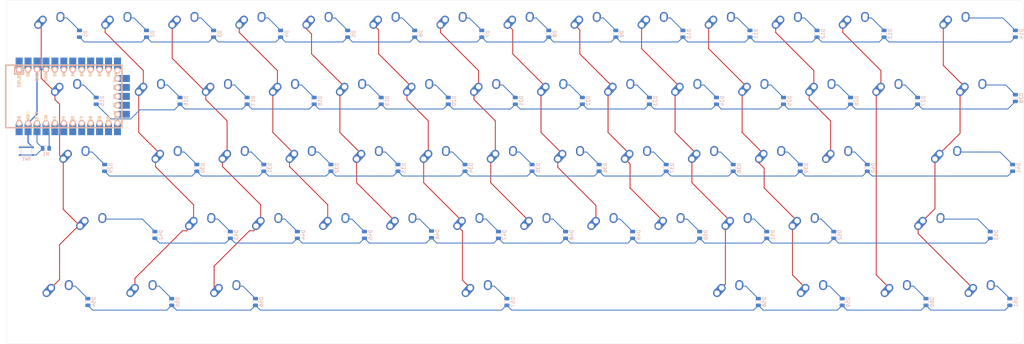
<source format=kicad_pcb>
(kicad_pcb (version 20171130) (host pcbnew "(5.1.9)-1")
  (layers (0 F.Cu signal) (31 B.Cu signal) (34 B.Paste user) (35 F.Paste user) (36 B.SilkS user hide) (37 F.SilkS user) (38 B.Mask user) (39 F.Mask user) (44 Edge.Cuts user))
  (net 0 "")
  (net 1 "Net-(D1-Pad2)")
  (net 2 ROW0)
  (net 3 "Net-(D2-Pad2)")
  (net 4 "Net-(D3-Pad2)")
  (net 5 "Net-(D4-Pad2)")
  (net 6 "Net-(D5-Pad2)")
  (net 7 "Net-(D6-Pad2)")
  (net 8 "Net-(D7-Pad2)")
  (net 9 "Net-(D8-Pad2)")
  (net 10 "Net-(D9-Pad2)")
  (net 11 "Net-(D10-Pad2)")
  (net 12 "Net-(D11-Pad2)")
  (net 13 "Net-(D12-Pad2)")
  (net 14 "Net-(D13-Pad2)")
  (net 15 "Net-(D14-Pad2)")
  (net 16 "Net-(D15-Pad2)")
  (net 17 ROW1)
  (net 18 "Net-(D16-Pad2)")
  (net 19 "Net-(D17-Pad2)")
  (net 20 "Net-(D18-Pad2)")
  (net 21 "Net-(D19-Pad2)")
  (net 22 "Net-(D20-Pad2)")
  (net 23 "Net-(D21-Pad2)")
  (net 24 "Net-(D22-Pad2)")
  (net 25 "Net-(D23-Pad2)")
  (net 26 "Net-(D24-Pad2)")
  (net 27 "Net-(D25-Pad2)")
  (net 28 "Net-(D26-Pad2)")
  (net 29 "Net-(D27-Pad2)")
  (net 30 "Net-(D28-Pad2)")
  (net 31 "Net-(D29-Pad2)")
  (net 32 ROW2)
  (net 33 "Net-(D30-Pad2)")
  (net 34 "Net-(D31-Pad2)")
  (net 35 "Net-(D32-Pad2)")
  (net 36 "Net-(D33-Pad2)")
  (net 37 "Net-(D34-Pad2)")
  (net 38 "Net-(D35-Pad2)")
  (net 39 "Net-(D36-Pad2)")
  (net 40 "Net-(D37-Pad2)")
  (net 41 "Net-(D38-Pad2)")
  (net 42 "Net-(D39-Pad2)")
  (net 43 "Net-(D40-Pad2)")
  (net 44 "Net-(D41-Pad2)")
  (net 45 "Net-(D42-Pad2)")
  (net 46 ROW3)
  (net 47 "Net-(D43-Pad2)")
  (net 48 "Net-(D44-Pad2)")
  (net 49 "Net-(D45-Pad2)")
  (net 50 "Net-(D46-Pad2)")
  (net 51 "Net-(D47-Pad2)")
  (net 52 "Net-(D48-Pad2)")
  (net 53 "Net-(D49-Pad2)")
  (net 54 "Net-(D50-Pad2)")
  (net 55 "Net-(D51-Pad2)")
  (net 56 "Net-(D52-Pad2)")
  (net 57 "Net-(D53-Pad2)")
  (net 58 "Net-(D54-Pad2)")
  (net 59 "Net-(D55-Pad2)")
  (net 60 "Net-(D56-Pad2)")
  (net 61 "Net-(D57-Pad2)")
  (net 62 "Net-(D58-Pad2)")
  (net 63 "Net-(D59-Pad2)")
  (net 64 "Net-(D60-Pad2)")
  (net 65 "Net-(D61-Pad2)")
  (net 66 COL0)
  (net 67 COL1)
  (net 68 COL2)
  (net 69 COL3)
  (net 70 COL4)
  (net 71 COL5)
  (net 72 COL6)
  (net 73 COL7)
  (net 74 COL8)
  (net 75 COL9)
  (net 76 COL10)
  (net 77 COL11)
  (net 78 COL12)
  (net 79 COL13)
  (net 80 "Net-(R1-Pad2)")
  (net 81 GND)
  (net 82 "Net-(U1-Pad29)")
  (net 83 "Net-(U1-Pad28)")
  (net 84 "Net-(U1-Pad27)")
  (net 85 "Net-(U1-Pad26)")
  (net 86 "Net-(U1-Pad25)")
  (net 87 "Net-(U1-Pad24)")
  (net 88 "Net-(U1-Pad20)")
  (net 89 "Net-(U1-Pad19)")
  (net 90 "Net-(U1-Pad18)")
  (net 91 "Net-(U1-Pad17)")
  (net 92 "Net-(U1-Pad16)")
  (net 93 "Net-(U1-Pad15)")
  (net 94 "Net-(U1-Pad14)")
  (net 95 "Net-(U1-Pad13)")
  (net 96 "Net-(U1-Pad12)")
  (net 97 "Net-(U1-Pad11)")
  (net 98 "Net-(U1-Pad10)")
  (net 99 "Net-(U1-Pad9)")
  (net 100 "Net-(U1-Pad8)")
  (net 101 "Net-(U1-Pad7)")
  (net 102 "Net-(U1-Pad6)")
  (net 103 "Net-(U1-Pad5)")
  (net 104 "Net-(U1-Pad2)")
  (net 105 "Net-(U1-Pad1)")
  (net 106 "Net-(R1-Pad1)")
  (net 107 ROW4)
  (module ai03:MX-6.25U-NoLED (layer F.Cu) (at 180.18125 127)
    (fp_text reference MX57)
    (fp_text value MX-NoLED)
    (pad "" np_thru_hole circle (at 49.9999 8.255) (size 3.9878 3.9878) (drill 3.9878) (layers *.Cu *.Mask))
    (pad "" np_thru_hole circle (at -49.9999 8.255) (size 3.9878 3.9878) (drill 3.9878) (layers *.Cu *.Mask))
    (pad "" np_thru_hole circle (at 49.9999 -6.985) (size 3.048 3.048) (drill 3.048) (layers *.Cu *.Mask))
    (pad "" np_thru_hole circle (at -49.9999 -6.985) (size 3.048 3.048) (drill 3.048) (layers *.Cu *.Mask))
    (pad "" np_thru_hole circle (at 5.08 0 48.0996) (size 1.75 1.75) (drill 1.75) (layers *.Cu *.Mask))
    (pad "" np_thru_hole circle (at -5.08 0 48.0996) (size 1.75 1.75) (drill 1.75) (layers *.Cu *.Mask))
    (pad 1 thru_hole circle (at -2.5 -4) (size 2.25 2.25) (drill 1.47) (layers *.Cu B.Mask) (net 71 COL5))
    (pad "" np_thru_hole circle (at 0 0) (size 3.9878 3.9878) (drill 3.9878) (layers *.Cu *.Mask))
    (pad 1 thru_hole oval (at -3.81 -2.54 48.0996) (size 4.211556 2.25) (drill 1.47 (offset 0.980778 0)) (layers *.Cu B.Mask) (net 71 COL5))
    (pad 2 thru_hole circle (at 2.54 -5.08) (size 2.25 2.25) (drill 1.47) (layers *.Cu B.Mask) (net 61 "Net-(D57-Pad2)"))
    (pad 2 thru_hole oval (at 2.5 -4.5 86.0548) (size 2.831378 2.25) (drill 1.47 (offset 0.290689 0)) (layers *.Cu B.Mask) (net 61 "Net-(D57-Pad2)"))
  )
  (module ai03:MX-1.25U-NoLED (layer F.Cu) (at 323.05625 127)
    (fp_text reference MX61)
    (fp_text value MX-NoLED)
    (pad "" np_thru_hole circle (at 5.08 0 48.0996) (size 1.75 1.75) (drill 1.75) (layers *.Cu *.Mask))
    (pad "" np_thru_hole circle (at -5.08 0 48.0996) (size 1.75 1.75) (drill 1.75) (layers *.Cu *.Mask))
    (pad 1 thru_hole circle (at -2.5 -4) (size 2.25 2.25) (drill 1.47) (layers *.Cu B.Mask) (net 79 COL13))
    (pad "" np_thru_hole circle (at 0 0) (size 3.9878 3.9878) (drill 3.9878) (layers *.Cu *.Mask))
    (pad 1 thru_hole oval (at -3.81 -2.54 48.0996) (size 4.211556 2.25) (drill 1.47 (offset 0.980778 0)) (layers *.Cu B.Mask) (net 79 COL13))
    (pad 2 thru_hole circle (at 2.54 -5.08) (size 2.25 2.25) (drill 1.47) (layers *.Cu B.Mask) (net 65 "Net-(D61-Pad2)"))
    (pad 2 thru_hole oval (at 2.5 -4.5 86.0548) (size 2.831378 2.25) (drill 1.47 (offset 0.290689 0)) (layers *.Cu B.Mask) (net 65 "Net-(D61-Pad2)"))
  )
  (module ai03:MX-1.25U-NoLED (layer F.Cu) (at 275.43125 127)
    (fp_text reference MX59)
    (fp_text value MX-NoLED)
    (pad "" np_thru_hole circle (at 5.08 0 48.0996) (size 1.75 1.75) (drill 1.75) (layers *.Cu *.Mask))
    (pad "" np_thru_hole circle (at -5.08 0 48.0996) (size 1.75 1.75) (drill 1.75) (layers *.Cu *.Mask))
    (pad 1 thru_hole circle (at -2.5 -4) (size 2.25 2.25) (drill 1.47) (layers *.Cu B.Mask) (net 76 COL10))
    (pad "" np_thru_hole circle (at 0 0) (size 3.9878 3.9878) (drill 3.9878) (layers *.Cu *.Mask))
    (pad 1 thru_hole oval (at -3.81 -2.54 48.0996) (size 4.211556 2.25) (drill 1.47 (offset 0.980778 0)) (layers *.Cu B.Mask) (net 76 COL10))
    (pad 2 thru_hole circle (at 2.54 -5.08) (size 2.25 2.25) (drill 1.47) (layers *.Cu B.Mask) (net 63 "Net-(D59-Pad2)"))
    (pad 2 thru_hole oval (at 2.5 -4.5 86.0548) (size 2.831378 2.25) (drill 1.47 (offset 0.290689 0)) (layers *.Cu B.Mask) (net 63 "Net-(D59-Pad2)"))
  )
  (module ai03:MX-1.25U-NoLED (layer F.Cu) (at 61.11875 127)
    (fp_text reference MX54)
    (fp_text value MX-NoLED)
    (pad "" np_thru_hole circle (at 5.08 0 48.0996) (size 1.75 1.75) (drill 1.75) (layers *.Cu *.Mask))
    (pad "" np_thru_hole circle (at -5.08 0 48.0996) (size 1.75 1.75) (drill 1.75) (layers *.Cu *.Mask))
    (pad 1 thru_hole circle (at -2.5 -4) (size 2.25 2.25) (drill 1.47) (layers *.Cu B.Mask) (net 66 COL0))
    (pad "" np_thru_hole circle (at 0 0) (size 3.9878 3.9878) (drill 3.9878) (layers *.Cu *.Mask))
    (pad 1 thru_hole oval (at -3.81 -2.54 48.0996) (size 4.211556 2.25) (drill 1.47 (offset 0.980778 0)) (layers *.Cu B.Mask) (net 66 COL0))
    (pad 2 thru_hole circle (at 2.54 -5.08) (size 2.25 2.25) (drill 1.47) (layers *.Cu B.Mask) (net 58 "Net-(D54-Pad2)"))
    (pad 2 thru_hole oval (at 2.5 -4.5 86.0548) (size 2.831378 2.25) (drill 1.47 (offset 0.290689 0)) (layers *.Cu B.Mask) (net 58 "Net-(D54-Pad2)"))
  )
  (module ai03:MX-1.25U-NoLED (layer F.Cu) (at 251.61875 127)
    (fp_text reference MX58)
    (fp_text value MX-NoLED)
    (pad "" np_thru_hole circle (at 5.08 0 48.0996) (size 1.75 1.75) (drill 1.75) (layers *.Cu *.Mask))
    (pad "" np_thru_hole circle (at -5.08 0 48.0996) (size 1.75 1.75) (drill 1.75) (layers *.Cu *.Mask))
    (pad 1 thru_hole circle (at -2.5 -4) (size 2.25 2.25) (drill 1.47) (layers *.Cu B.Mask) (net 75 COL9))
    (pad "" np_thru_hole circle (at 0 0) (size 3.9878 3.9878) (drill 3.9878) (layers *.Cu *.Mask))
    (pad 1 thru_hole oval (at -3.81 -2.54 48.0996) (size 4.211556 2.25) (drill 1.47 (offset 0.980778 0)) (layers *.Cu B.Mask) (net 75 COL9))
    (pad 2 thru_hole circle (at 2.54 -5.08) (size 2.25 2.25) (drill 1.47) (layers *.Cu B.Mask) (net 62 "Net-(D58-Pad2)"))
    (pad 2 thru_hole oval (at 2.5 -4.5 86.0548) (size 2.831378 2.25) (drill 1.47 (offset 0.290689 0)) (layers *.Cu B.Mask) (net 62 "Net-(D58-Pad2)"))
  )
  (module ai03:MX-1.25U-NoLED (layer F.Cu) (at 299.24375 127)
    (fp_text reference MX60)
    (fp_text value MX-NoLED)
    (pad "" np_thru_hole circle (at 5.08 0 48.0996) (size 1.75 1.75) (drill 1.75) (layers *.Cu *.Mask))
    (pad "" np_thru_hole circle (at -5.08 0 48.0996) (size 1.75 1.75) (drill 1.75) (layers *.Cu *.Mask))
    (pad 1 thru_hole circle (at -2.5 -4) (size 2.25 2.25) (drill 1.47) (layers *.Cu B.Mask) (net 78 COL12))
    (pad "" np_thru_hole circle (at 0 0) (size 3.9878 3.9878) (drill 3.9878) (layers *.Cu *.Mask))
    (pad 1 thru_hole oval (at -3.81 -2.54 48.0996) (size 4.211556 2.25) (drill 1.47 (offset 0.980778 0)) (layers *.Cu B.Mask) (net 78 COL12))
    (pad 2 thru_hole circle (at 2.54 -5.08) (size 2.25 2.25) (drill 1.47) (layers *.Cu B.Mask) (net 64 "Net-(D60-Pad2)"))
    (pad 2 thru_hole oval (at 2.5 -4.5 86.0548) (size 2.831378 2.25) (drill 1.47 (offset 0.290689 0)) (layers *.Cu B.Mask) (net 64 "Net-(D60-Pad2)"))
  )
  (module ai03:MX-1.25U-NoLED (layer F.Cu) (at 108.74375 127)
    (fp_text reference MX56)
    (fp_text value MX-NoLED)
    (pad "" np_thru_hole circle (at 5.08 0 48.0996) (size 1.75 1.75) (drill 1.75) (layers *.Cu *.Mask))
    (pad "" np_thru_hole circle (at -5.08 0 48.0996) (size 1.75 1.75) (drill 1.75) (layers *.Cu *.Mask))
    (pad 1 thru_hole circle (at -2.5 -4) (size 2.25 2.25) (drill 1.47) (layers *.Cu B.Mask) (net 68 COL2))
    (pad "" np_thru_hole circle (at 0 0) (size 3.9878 3.9878) (drill 3.9878) (layers *.Cu *.Mask))
    (pad 1 thru_hole oval (at -3.81 -2.54 48.0996) (size 4.211556 2.25) (drill 1.47 (offset 0.980778 0)) (layers *.Cu B.Mask) (net 68 COL2))
    (pad 2 thru_hole circle (at 2.54 -5.08) (size 2.25 2.25) (drill 1.47) (layers *.Cu B.Mask) (net 60 "Net-(D56-Pad2)"))
    (pad 2 thru_hole oval (at 2.5 -4.5 86.0548) (size 2.831378 2.25) (drill 1.47 (offset 0.290689 0)) (layers *.Cu B.Mask) (net 60 "Net-(D56-Pad2)"))
  )
  (module ai03:MX-1.25U-NoLED (layer F.Cu) (at 84.93125 127)
    (fp_text reference MX55)
    (fp_text value MX-NoLED)
    (pad "" np_thru_hole circle (at 5.08 0 48.0996) (size 1.75 1.75) (drill 1.75) (layers *.Cu *.Mask))
    (pad "" np_thru_hole circle (at -5.08 0 48.0996) (size 1.75 1.75) (drill 1.75) (layers *.Cu *.Mask))
    (pad 1 thru_hole circle (at -2.5 -4) (size 2.25 2.25) (drill 1.47) (layers *.Cu B.Mask) (net 67 COL1))
    (pad "" np_thru_hole circle (at 0 0) (size 3.9878 3.9878) (drill 3.9878) (layers *.Cu *.Mask))
    (pad 1 thru_hole oval (at -3.81 -2.54 48.0996) (size 4.211556 2.25) (drill 1.47 (offset 0.980778 0)) (layers *.Cu B.Mask) (net 67 COL1))
    (pad 2 thru_hole circle (at 2.54 -5.08) (size 2.25 2.25) (drill 1.47) (layers *.Cu B.Mask) (net 59 "Net-(D55-Pad2)"))
    (pad 2 thru_hole oval (at 2.5 -4.5 86.0548) (size 2.831378 2.25) (drill 1.47 (offset 0.290689 0)) (layers *.Cu B.Mask) (net 59 "Net-(D55-Pad2)"))
  )
  (module ai03:MX-1.5U-NoLED (layer F.Cu) (at 63.5 69.85)
    (fp_text reference MX15)
    (fp_text value MX-NoLED)
    (pad "" np_thru_hole circle (at 5.08 0 48.0996) (size 1.75 1.75) (drill 1.75) (layers *.Cu *.Mask))
    (pad "" np_thru_hole circle (at -5.08 0 48.0996) (size 1.75 1.75) (drill 1.75) (layers *.Cu *.Mask))
    (pad 1 thru_hole circle (at -2.5 -4) (size 2.25 2.25) (drill 1.47) (layers *.Cu B.Mask) (net 66 COL0))
    (pad "" np_thru_hole circle (at 0 0) (size 3.9878 3.9878) (drill 3.9878) (layers *.Cu *.Mask))
    (pad 1 thru_hole oval (at -3.81 -2.54 48.0996) (size 4.211556 2.25) (drill 1.47 (offset 0.980778 0)) (layers *.Cu B.Mask) (net 66 COL0))
    (pad 2 thru_hole circle (at 2.54 -5.08) (size 2.25 2.25) (drill 1.47) (layers *.Cu B.Mask) (net 16 "Net-(D15-Pad2)"))
    (pad 2 thru_hole oval (at 2.5 -4.5 86.0548) (size 2.831378 2.25) (drill 1.47 (offset 0.290689 0)) (layers *.Cu B.Mask) (net 16 "Net-(D15-Pad2)"))
  )
  (module Keebio:Elite-C-castellated-29pin-holes (layer B.Cu) (at 63.5 68.58)
    (fp_text reference U1 hide)
    (fp_text value Elite-C hide)
    (fp_text user D2 (at -11.43 -6.35 270) (layer F.SilkS) (effects (font (size 0.8 0.8))))
    (fp_text user D0 (at -1.27 -6.35 270) (layer F.SilkS) (effects (font (size 0.8 0.8))))
    (fp_text user D1 (at -3.81 -6.35 270) (layer F.SilkS) (effects (font (size 0.8 0.8))))
    (fp_text user GND (at -6.35 -6.35 270) (layer F.SilkS) (effects (font (size 0.8 0.8))))
    (fp_text user GND (at -8.89 -5.461 270) (layer F.SilkS) (effects (font (size 0.8 0.8))))
    (fp_text user D4 (at 1.27 -6.35 270) (layer F.SilkS) (effects (font (size 0.8 0.8))))
    (fp_text user C6 (at 3.81 -6.35 270) (layer F.SilkS) (effects (font (size 0.8 0.8))))
    (fp_text user D7 (at 6.35 -6.35 270) (layer F.SilkS) (effects (font (size 0.8 0.8))))
    (fp_text user E6 (at 8.89 -6.35 270) (layer F.SilkS) (effects (font (size 0.8 0.8))))
    (fp_text user B4 (at 11.43 -6.35 270) (layer F.SilkS) (effects (font (size 0.8 0.8))))
    (fp_text user B5 (at 13.589 -6.35 270) (layer F.SilkS) (effects (font (size 0.7 0.7))))
    (fp_text user B2 (at 11.43 6.35 270) (layer B.SilkS) (effects (font (size 0.8 0.8)) (justify mirror)))
    (fp_text user B3 (at 8.89 6.35 270) (layer F.SilkS) (effects (font (size 0.8 0.8))))
    (fp_text user B1 (at 6.35 6.35 270) (layer F.SilkS) (effects (font (size 0.8 0.8))))
    (fp_text user F7 (at 3.81 6.35 270) (layer B.SilkS) (effects (font (size 0.8 0.8)) (justify mirror)))
    (fp_text user F6 (at 1.27 6.35 270) (layer B.SilkS) (effects (font (size 0.8 0.8)) (justify mirror)))
    (fp_text user F5 (at -1.27 6.35 270) (layer B.SilkS) (effects (font (size 0.8 0.8)) (justify mirror)))
    (fp_text user F4 (at -3.81 6.35 270) (layer F.SilkS) (effects (font (size 0.8 0.8))))
    (fp_text user VCC (at -6.35 6.35 270) (layer F.SilkS) (effects (font (size 0.8 0.8))))
    (fp_text user GND (at -11.43 5.461 270) (layer F.SilkS) (effects (font (size 0.8 0.8))))
    (fp_text user B0 (at -13.97 6.35 270) (layer F.SilkS) (effects (font (size 0.8 0.8))))
    (fp_text user B0 (at -13.97 6.35 270) (layer B.SilkS) (effects (font (size 0.8 0.8)) (justify mirror)))
    (fp_text user GND (at -11.43 6.35 270) (layer B.SilkS) (effects (font (size 0.8 0.8)) (justify mirror)))
    (fp_text user ST (at -8.92 6.62212 270) (layer B.SilkS) (effects (font (size 0.8 0.8)) (justify mirror)))
    (fp_text user VCC (at -6.35 6.35 270) (layer B.SilkS) (effects (font (size 0.8 0.8)) (justify mirror)))
    (fp_text user F4 (at -3.81 6.35 270) (layer B.SilkS) (effects (font (size 0.8 0.8)) (justify mirror)))
    (fp_text user F5 (at -1.27 6.35 270) (layer F.SilkS) (effects (font (size 0.8 0.8))))
    (fp_text user F6 (at 1.27 6.35 270) (layer F.SilkS) (effects (font (size 0.8 0.8))))
    (fp_text user F7 (at 3.81 6.35 270) (layer F.SilkS) (effects (font (size 0.8 0.8))))
    (fp_text user B1 (at 6.35 6.35 270) (layer B.SilkS) (effects (font (size 0.8 0.8)) (justify mirror)))
    (fp_text user B3 (at 8.89 6.35 270) (layer B.SilkS) (effects (font (size 0.8 0.8)) (justify mirror)))
    (fp_text user B2 (at 11.43 6.35 270) (layer F.SilkS) (effects (font (size 0.8 0.8))))
    (fp_text user B5 (at 13.589 -6.35 270) (layer B.SilkS) (effects (font (size 0.7 0.7)) (justify mirror)))
    (fp_text user B4 (at 11.43 -6.35 270) (layer B.SilkS) (effects (font (size 0.8 0.8)) (justify mirror)))
    (fp_text user E6 (at 8.89 -6.35 270) (layer B.SilkS) (effects (font (size 0.8 0.8)) (justify mirror)))
    (fp_text user D7 (at 6.35 -6.35 270) (layer B.SilkS) (effects (font (size 0.8 0.8)) (justify mirror)))
    (fp_text user C6 (at 3.81 -6.35 270) (layer B.SilkS) (effects (font (size 0.8 0.8)) (justify mirror)))
    (fp_text user D4 (at 1.27 -6.35 270) (layer B.SilkS) (effects (font (size 0.8 0.8)) (justify mirror)))
    (fp_text user GND (at -8.89 -5.461 270) (layer B.SilkS) (effects (font (size 0.8 0.8)) (justify mirror)))
    (fp_text user GND (at -6.35 -5.461 270) (layer B.SilkS) (effects (font (size 0.8 0.8)) (justify mirror)))
    (fp_text user D1 (at -3.81 -6.35 270) (layer B.SilkS) (effects (font (size 0.8 0.8)) (justify mirror)))
    (fp_text user D0 (at -1.27 -6.35 270) (layer B.SilkS) (effects (font (size 0.8 0.8)) (justify mirror)))
    (fp_text user D2 (at -11.43 -6.35 270) (layer B.SilkS) (effects (font (size 0.8 0.8)) (justify mirror)))
    (fp_text user TX0/D3 (at -13.97 -4.841872 270) (layer F.SilkS) (effects (font (size 0.8 0.8))))
    (fp_text user TX0/D3 (at -13.97 -4.841872 270) (layer B.SilkS) (effects (font (size 0.8 0.8)) (justify mirror)))
    (fp_text user ST (at -8.91 5.929 270) (layer F.SilkS) (effects (font (size 0.8 0.8))))
    (fp_text user B7 (at 13.362 -4.754 270) (layer B.SilkS) (effects (font (size 0.7 0.7)) (justify mirror)))
    (fp_text user B7 (at 13.362 -4.754 270) (layer F.SilkS) (effects (font (size 0.7 0.7))))
    (fp_text user F0 (at 13.362 4.754 270) (layer F.SilkS) (effects (font (size 0.7 0.7))))
    (fp_text user F0 (at 13.362 4.754 270) (layer B.SilkS) (effects (font (size 0.7 0.7)) (justify mirror)))
    (fp_text user B6 (at 13.462 6.4 -90 unlocked) (layer B.SilkS) (effects (font (size 0.7 0.7)) (justify mirror)))
    (fp_text user B6 (at 13.462 6.4 -90 unlocked) (layer F.SilkS) (effects (font (size 0.7 0.7))))
    (fp_text user C7 (at 13.289 0 270) (layer B.SilkS) (effects (font (size 0.8 0.8)) (justify mirror)))
    (fp_text user C7 (at 13.289 0 270) (layer F.SilkS) (effects (font (size 0.8 0.8))))
    (fp_text user F1 (at 13.289 2.54 270) (layer F.SilkS) (effects (font (size 0.8 0.8))))
    (fp_text user F1 (at 13.289 2.54 270) (layer B.SilkS) (effects (font (size 0.8 0.8)) (justify mirror)))
    (fp_text user D5 (at 13.289 -2.54 270) (layer B.SilkS) (effects (font (size 0.8 0.8)) (justify mirror)))
    (fp_text user D5 (at 13.289 -2.54 270) (layer F.SilkS) (effects (font (size 0.8 0.8))))
    (pad 29 smd rect (at 15.875 5.08 270) (size 2 3.25) (layers B.Cu B.Paste B.Mask) (net 82 "Net-(U1-Pad29)"))
    (pad 28 smd rect (at 15.875 2.54 270) (size 2 3.25) (layers B.Cu B.Paste B.Mask) (net 83 "Net-(U1-Pad28)"))
    (pad 27 smd rect (at 15.875 0 270) (size 2 3.25) (layers B.Cu B.Paste B.Mask) (net 84 "Net-(U1-Pad27)"))
    (pad 26 smd rect (at 15.875 -2.54 270) (size 2 3.25) (layers B.Cu B.Paste B.Mask) (net 85 "Net-(U1-Pad26)"))
    (pad 25 smd rect (at 15.875 -5.08 270) (size 2 3.25) (layers B.Cu B.Paste B.Mask) (net 86 "Net-(U1-Pad25)"))
    (pad 24 smd rect (at -13.97 9.398) (size 2 3.25) (layers B.Cu B.Paste B.Mask) (net 87 "Net-(U1-Pad24)"))
    (pad 23 smd rect (at -11.43 9.398) (size 2 3.25) (layers B.Cu B.Paste B.Mask) (net 81 GND))
    (pad 22 smd rect (at -8.89 9.398) (size 2 3.25) (layers B.Cu B.Paste B.Mask) (net 106 "Net-(R1-Pad1)"))
    (pad 21 smd rect (at -6.35 9.398) (size 2 3.25) (layers B.Cu B.Paste B.Mask) (net 80 "Net-(R1-Pad2)"))
    (pad 20 smd rect (at -3.81 9.398) (size 2 3.25) (layers B.Cu B.Paste B.Mask) (net 88 "Net-(U1-Pad20)"))
    (pad 19 smd rect (at -1.27 9.398) (size 2 3.25) (layers B.Cu B.Paste B.Mask) (net 89 "Net-(U1-Pad19)"))
    (pad 18 smd rect (at 1.27 9.398) (size 2 3.25) (layers B.Cu B.Paste B.Mask) (net 90 "Net-(U1-Pad18)"))
    (pad 17 smd rect (at 3.81 9.398) (size 2 3.25) (layers B.Cu B.Paste B.Mask) (net 91 "Net-(U1-Pad17)"))
    (pad 16 smd rect (at 6.35 9.398) (size 2 3.25) (layers B.Cu B.Paste B.Mask) (net 92 "Net-(U1-Pad16)"))
    (pad 15 smd rect (at 8.89 9.398) (size 2 3.25) (layers B.Cu B.Paste B.Mask) (net 93 "Net-(U1-Pad15)"))
    (pad 14 smd rect (at 11.43 9.398) (size 2 3.25) (layers B.Cu B.Paste B.Mask) (net 94 "Net-(U1-Pad14)"))
    (pad 13 smd rect (at 13.97 9.398) (size 2 3.25) (layers B.Cu B.Paste B.Mask) (net 95 "Net-(U1-Pad13)"))
    (pad 12 smd rect (at 13.97 -9.398) (size 2 3.25) (layers B.Cu B.Paste B.Mask) (net 96 "Net-(U1-Pad12)"))
    (pad 11 smd rect (at 11.43 -9.398) (size 2 3.25) (layers B.Cu B.Paste B.Mask) (net 97 "Net-(U1-Pad11)"))
    (pad 10 smd rect (at 8.89 -9.398) (size 2 3.25) (layers B.Cu B.Paste B.Mask) (net 98 "Net-(U1-Pad10)"))
    (pad 9 smd rect (at 6.35 -9.398) (size 2 3.25) (layers B.Cu B.Paste B.Mask) (net 99 "Net-(U1-Pad9)"))
    (pad 8 smd rect (at 3.81 -9.398) (size 2 3.25) (layers B.Cu B.Paste B.Mask) (net 100 "Net-(U1-Pad8)"))
    (pad 7 smd rect (at 1.27 -9.398) (size 2 3.25) (layers B.Cu B.Paste B.Mask) (net 101 "Net-(U1-Pad7)"))
    (pad 6 smd rect (at -1.27 -9.398) (size 2 3.25) (layers B.Cu B.Paste B.Mask) (net 102 "Net-(U1-Pad6)"))
    (pad 5 smd rect (at -3.81 -9.398) (size 2 3.25) (layers B.Cu B.Paste B.Mask) (net 103 "Net-(U1-Pad5)"))
    (pad 4 smd rect (at -6.35 -9.398) (size 2 3.25) (layers B.Cu B.Paste B.Mask) (net 81 GND))
    (pad 3 smd rect (at -8.89 -9.398) (size 2 3.25) (layers B.Cu B.Paste B.Mask) (net 81 GND))
    (pad 2 smd rect (at -11.43 -9.398) (size 2 3.25) (layers B.Cu B.Paste B.Mask) (net 104 "Net-(U1-Pad2)"))
    (pad 1 smd rect (at -13.97 -9.398) (size 2 3.25) (layers B.Cu B.Paste B.Mask) (net 105 "Net-(U1-Pad1)"))
    (pad 25 thru_hole circle (at 13.97 -5.08) (size 1.7526 1.7526) (drill 1.0922) (layers *.Cu *.SilkS *.Mask) (net 86 "Net-(U1-Pad25)"))
    (pad 26 thru_hole circle (at 13.97 -2.54) (size 1.7526 1.7526) (drill 1.0922) (layers *.Cu *.SilkS *.Mask) (net 85 "Net-(U1-Pad26)"))
    (pad 27 thru_hole circle (at 13.97 0) (size 1.7526 1.7526) (drill 1.0922) (layers *.Cu *.SilkS *.Mask) (net 84 "Net-(U1-Pad27)"))
    (pad 28 thru_hole circle (at 13.97 2.54) (size 1.7526 1.7526) (drill 1.0922) (layers *.Cu *.SilkS *.Mask) (net 83 "Net-(U1-Pad28)"))
    (pad 29 thru_hole circle (at 13.97 5.08) (size 1.7526 1.7526) (drill 1.0922) (layers *.Cu *.SilkS *.Mask) (net 82 "Net-(U1-Pad29)"))
    (pad 24 thru_hole circle (at -13.97 7.62) (size 1.7526 1.7526) (drill 1.0922) (layers *.Cu *.SilkS *.Mask) (net 87 "Net-(U1-Pad24)"))
    (pad 12 thru_hole circle (at 13.97 -7.3914) (size 1.7526 1.7526) (drill 1.0922) (layers *.Cu *.SilkS *.Mask) (net 96 "Net-(U1-Pad12)"))
    (pad 23 thru_hole circle (at -11.43 7.62) (size 1.7526 1.7526) (drill 1.0922) (layers *.Cu *.SilkS *.Mask) (net 81 GND))
    (pad 22 thru_hole circle (at -8.89 7.62) (size 1.7526 1.7526) (drill 1.0922) (layers *.Cu *.SilkS *.Mask) (net 106 "Net-(R1-Pad1)"))
    (pad 21 thru_hole circle (at -6.35 7.62) (size 1.7526 1.7526) (drill 1.0922) (layers *.Cu *.SilkS *.Mask) (net 80 "Net-(R1-Pad2)"))
    (pad 20 thru_hole circle (at -3.81 7.62) (size 1.7526 1.7526) (drill 1.0922) (layers *.Cu *.SilkS *.Mask) (net 88 "Net-(U1-Pad20)"))
    (pad 19 thru_hole circle (at -1.27 7.62) (size 1.7526 1.7526) (drill 1.0922) (layers *.Cu *.SilkS *.Mask) (net 89 "Net-(U1-Pad19)"))
    (pad 18 thru_hole circle (at 1.27 7.62) (size 1.7526 1.7526) (drill 1.0922) (layers *.Cu *.SilkS *.Mask) (net 90 "Net-(U1-Pad18)"))
    (pad 17 thru_hole circle (at 3.81 7.62) (size 1.7526 1.7526) (drill 1.0922) (layers *.Cu *.SilkS *.Mask) (net 91 "Net-(U1-Pad17)"))
    (pad 16 thru_hole circle (at 6.35 7.62) (size 1.7526 1.7526) (drill 1.0922) (layers *.Cu *.SilkS *.Mask) (net 92 "Net-(U1-Pad16)"))
    (pad 15 thru_hole circle (at 8.89 7.62) (size 1.7526 1.7526) (drill 1.0922) (layers *.Cu *.SilkS *.Mask) (net 93 "Net-(U1-Pad15)"))
    (pad 14 thru_hole circle (at 11.43 7.62) (size 1.7526 1.7526) (drill 1.0922) (layers *.Cu *.SilkS *.Mask) (net 94 "Net-(U1-Pad14)"))
    (pad 13 thru_hole circle (at 13.97 7.62) (size 1.7526 1.7526) (drill 1.0922) (layers *.Cu *.SilkS *.Mask) (net 95 "Net-(U1-Pad13)"))
    (pad 11 thru_hole circle (at 11.43 -7.62) (size 1.7526 1.7526) (drill 1.0922) (layers *.Cu *.SilkS *.Mask) (net 97 "Net-(U1-Pad11)"))
    (pad 10 thru_hole circle (at 8.89 -7.62) (size 1.7526 1.7526) (drill 1.0922) (layers *.Cu *.SilkS *.Mask) (net 98 "Net-(U1-Pad10)"))
    (pad 9 thru_hole circle (at 6.35 -7.62) (size 1.7526 1.7526) (drill 1.0922) (layers *.Cu *.SilkS *.Mask) (net 99 "Net-(U1-Pad9)"))
    (pad 8 thru_hole circle (at 3.81 -7.62) (size 1.7526 1.7526) (drill 1.0922) (layers *.Cu *.SilkS *.Mask) (net 100 "Net-(U1-Pad8)"))
    (pad 7 thru_hole circle (at 1.27 -7.62) (size 1.7526 1.7526) (drill 1.0922) (layers *.Cu *.SilkS *.Mask) (net 101 "Net-(U1-Pad7)"))
    (pad 6 thru_hole circle (at -1.27 -7.62) (size 1.7526 1.7526) (drill 1.0922) (layers *.Cu *.SilkS *.Mask) (net 102 "Net-(U1-Pad6)"))
    (pad 5 thru_hole circle (at -3.81 -7.62) (size 1.7526 1.7526) (drill 1.0922) (layers *.Cu *.SilkS *.Mask) (net 103 "Net-(U1-Pad5)"))
    (pad 4 thru_hole circle (at -6.35 -7.62) (size 1.7526 1.7526) (drill 1.0922) (layers *.Cu *.SilkS *.Mask) (net 81 GND))
    (pad 3 thru_hole circle (at -8.89 -7.62) (size 1.7526 1.7526) (drill 1.0922) (layers *.Cu *.SilkS *.Mask) (net 81 GND))
    (pad 2 thru_hole circle (at -11.43 -7.62) (size 1.7526 1.7526) (drill 1.0922) (layers *.Cu *.SilkS *.Mask) (net 104 "Net-(U1-Pad2)"))
    (pad 1 thru_hole rect (at -13.97 -7.62) (size 1.7526 1.7526) (drill 1.0922) (layers *.Cu *.SilkS *.Mask) (net 105 "Net-(U1-Pad1)"))
  )
  (module ai03:MX-2.75U-NoLED (layer F.Cu) (at 308.76875 107.95)
    (fp_text reference MX53)
    (fp_text value MX-NoLED)
    (pad "" np_thru_hole circle (at 11.938 8.255) (size 3.9878 3.9878) (drill 3.9878) (layers *.Cu *.Mask))
    (pad "" np_thru_hole circle (at -11.938 8.255) (size 3.9878 3.9878) (drill 3.9878) (layers *.Cu *.Mask))
    (pad "" np_thru_hole circle (at 11.938 -6.985) (size 3.048 3.048) (drill 3.048) (layers *.Cu *.Mask))
    (pad "" np_thru_hole circle (at -11.938 -6.985) (size 3.048 3.048) (drill 3.048) (layers *.Cu *.Mask))
    (pad "" np_thru_hole circle (at 5.08 0 48.0996) (size 1.75 1.75) (drill 1.75) (layers *.Cu *.Mask))
    (pad "" np_thru_hole circle (at -5.08 0 48.0996) (size 1.75 1.75) (drill 1.75) (layers *.Cu *.Mask))
    (pad 1 thru_hole circle (at -2.5 -4) (size 2.25 2.25) (drill 1.47) (layers *.Cu B.Mask) (net 79 COL13))
    (pad "" np_thru_hole circle (at 0 0) (size 3.9878 3.9878) (drill 3.9878) (layers *.Cu *.Mask))
    (pad 1 thru_hole oval (at -3.81 -2.54 48.0996) (size 4.211556 2.25) (drill 1.47 (offset 0.980778 0)) (layers *.Cu B.Mask) (net 79 COL13))
    (pad 2 thru_hole circle (at 2.54 -5.08) (size 2.25 2.25) (drill 1.47) (layers *.Cu B.Mask) (net 57 "Net-(D53-Pad2)"))
    (pad 2 thru_hole oval (at 2.5 -4.5 86.0548) (size 2.831378 2.25) (drill 1.47 (offset 0.290689 0)) (layers *.Cu B.Mask) (net 57 "Net-(D53-Pad2)"))
  )
  (module ai03:MX-2.25U-NoLED (layer F.Cu) (at 70.64375 107.95)
    (fp_text reference MX42)
    (fp_text value MX-NoLED)
    (pad "" np_thru_hole circle (at 11.938 8.255) (size 3.9878 3.9878) (drill 3.9878) (layers *.Cu *.Mask))
    (pad "" np_thru_hole circle (at -11.938 8.255) (size 3.9878 3.9878) (drill 3.9878) (layers *.Cu *.Mask))
    (pad "" np_thru_hole circle (at 11.938 -6.985) (size 3.048 3.048) (drill 3.048) (layers *.Cu *.Mask))
    (pad "" np_thru_hole circle (at -11.938 -6.985) (size 3.048 3.048) (drill 3.048) (layers *.Cu *.Mask))
    (pad "" np_thru_hole circle (at 5.08 0 48.0996) (size 1.75 1.75) (drill 1.75) (layers *.Cu *.Mask))
    (pad "" np_thru_hole circle (at -5.08 0 48.0996) (size 1.75 1.75) (drill 1.75) (layers *.Cu *.Mask))
    (pad 1 thru_hole circle (at -2.5 -4) (size 2.25 2.25) (drill 1.47) (layers *.Cu B.Mask) (net 66 COL0))
    (pad "" np_thru_hole circle (at 0 0) (size 3.9878 3.9878) (drill 3.9878) (layers *.Cu *.Mask))
    (pad 1 thru_hole oval (at -3.81 -2.54 48.0996) (size 4.211556 2.25) (drill 1.47 (offset 0.980778 0)) (layers *.Cu B.Mask) (net 66 COL0))
    (pad 2 thru_hole circle (at 2.54 -5.08) (size 2.25 2.25) (drill 1.47) (layers *.Cu B.Mask) (net 45 "Net-(D42-Pad2)"))
    (pad 2 thru_hole oval (at 2.5 -4.5 86.0548) (size 2.831378 2.25) (drill 1.47 (offset 0.290689 0)) (layers *.Cu B.Mask) (net 45 "Net-(D42-Pad2)"))
  )
  (module ai03:MX-2.25U-NoLED (layer F.Cu) (at 313.53125 88.9)
    (fp_text reference MX41)
    (fp_text value MX-NoLED)
    (pad "" np_thru_hole circle (at 11.938 8.255) (size 3.9878 3.9878) (drill 3.9878) (layers *.Cu *.Mask))
    (pad "" np_thru_hole circle (at -11.938 8.255) (size 3.9878 3.9878) (drill 3.9878) (layers *.Cu *.Mask))
    (pad "" np_thru_hole circle (at 11.938 -6.985) (size 3.048 3.048) (drill 3.048) (layers *.Cu *.Mask))
    (pad "" np_thru_hole circle (at -11.938 -6.985) (size 3.048 3.048) (drill 3.048) (layers *.Cu *.Mask))
    (pad "" np_thru_hole circle (at 5.08 0 48.0996) (size 1.75 1.75) (drill 1.75) (layers *.Cu *.Mask))
    (pad "" np_thru_hole circle (at -5.08 0 48.0996) (size 1.75 1.75) (drill 1.75) (layers *.Cu *.Mask))
    (pad 1 thru_hole circle (at -2.5 -4) (size 2.25 2.25) (drill 1.47) (layers *.Cu B.Mask) (net 79 COL13))
    (pad "" np_thru_hole circle (at 0 0) (size 3.9878 3.9878) (drill 3.9878) (layers *.Cu *.Mask))
    (pad 1 thru_hole oval (at -3.81 -2.54 48.0996) (size 4.211556 2.25) (drill 1.47 (offset 0.980778 0)) (layers *.Cu B.Mask) (net 79 COL13))
    (pad 2 thru_hole circle (at 2.54 -5.08) (size 2.25 2.25) (drill 1.47) (layers *.Cu B.Mask) (net 44 "Net-(D41-Pad2)"))
    (pad 2 thru_hole oval (at 2.5 -4.5 86.0548) (size 2.831378 2.25) (drill 1.47 (offset 0.290689 0)) (layers *.Cu B.Mask) (net 44 "Net-(D41-Pad2)"))
  )
  (module ai03:MX-1.75U-NoLED (layer F.Cu) (at 65.88125 88.9)
    (fp_text reference MX29)
    (fp_text value MX-NoLED)
    (pad "" np_thru_hole circle (at 5.08 0 48.0996) (size 1.75 1.75) (drill 1.75) (layers *.Cu *.Mask))
    (pad "" np_thru_hole circle (at -5.08 0 48.0996) (size 1.75 1.75) (drill 1.75) (layers *.Cu *.Mask))
    (pad 1 thru_hole circle (at -2.5 -4) (size 2.25 2.25) (drill 1.47) (layers *.Cu B.Mask) (net 66 COL0))
    (pad "" np_thru_hole circle (at 0 0) (size 3.9878 3.9878) (drill 3.9878) (layers *.Cu *.Mask))
    (pad 1 thru_hole oval (at -3.81 -2.54 48.0996) (size 4.211556 2.25) (drill 1.47 (offset 0.980778 0)) (layers *.Cu B.Mask) (net 66 COL0))
    (pad 2 thru_hole circle (at 2.54 -5.08) (size 2.25 2.25) (drill 1.47) (layers *.Cu B.Mask) (net 31 "Net-(D29-Pad2)"))
    (pad 2 thru_hole oval (at 2.5 -4.5 86.0548) (size 2.831378 2.25) (drill 1.47 (offset 0.290689 0)) (layers *.Cu B.Mask) (net 31 "Net-(D29-Pad2)"))
  )
  (module ai03:MX-1.5U-NoLED (layer F.Cu) (at 320.675 69.85)
    (fp_text reference MX28)
    (fp_text value MX-NoLED)
    (pad "" np_thru_hole circle (at 5.08 0 48.0996) (size 1.75 1.75) (drill 1.75) (layers *.Cu *.Mask))
    (pad "" np_thru_hole circle (at -5.08 0 48.0996) (size 1.75 1.75) (drill 1.75) (layers *.Cu *.Mask))
    (pad 1 thru_hole circle (at -2.5 -4) (size 2.25 2.25) (drill 1.47) (layers *.Cu B.Mask) (net 79 COL13))
    (pad "" np_thru_hole circle (at 0 0) (size 3.9878 3.9878) (drill 3.9878) (layers *.Cu *.Mask))
    (pad 1 thru_hole oval (at -3.81 -2.54 48.0996) (size 4.211556 2.25) (drill 1.47 (offset 0.980778 0)) (layers *.Cu B.Mask) (net 79 COL13))
    (pad 2 thru_hole circle (at 2.54 -5.08) (size 2.25 2.25) (drill 1.47) (layers *.Cu B.Mask) (net 30 "Net-(D28-Pad2)"))
    (pad 2 thru_hole oval (at 2.5 -4.5 86.0548) (size 2.831378 2.25) (drill 1.47 (offset 0.290689 0)) (layers *.Cu B.Mask) (net 30 "Net-(D28-Pad2)"))
  )
  (module ai03:MX-2U-NoLED (layer F.Cu) (at 315.9125 50.8)
    (fp_text reference MX14)
    (fp_text value MX-NoLED)
    (pad "" np_thru_hole circle (at 11.938 8.255) (size 3.9878 3.9878) (drill 3.9878) (layers *.Cu *.Mask))
    (pad "" np_thru_hole circle (at -11.938 8.255) (size 3.9878 3.9878) (drill 3.9878) (layers *.Cu *.Mask))
    (pad "" np_thru_hole circle (at 11.938 -6.985) (size 3.048 3.048) (drill 3.048) (layers *.Cu *.Mask))
    (pad "" np_thru_hole circle (at -11.938 -6.985) (size 3.048 3.048) (drill 3.048) (layers *.Cu *.Mask))
    (pad "" np_thru_hole circle (at 5.08 0 48.0996) (size 1.75 1.75) (drill 1.75) (layers *.Cu *.Mask))
    (pad "" np_thru_hole circle (at -5.08 0 48.0996) (size 1.75 1.75) (drill 1.75) (layers *.Cu *.Mask))
    (pad 1 thru_hole circle (at -2.5 -4) (size 2.25 2.25) (drill 1.47) (layers *.Cu B.Mask) (net 79 COL13))
    (pad "" np_thru_hole circle (at 0 0) (size 3.9878 3.9878) (drill 3.9878) (layers *.Cu *.Mask))
    (pad 1 thru_hole oval (at -3.81 -2.54 48.0996) (size 4.211556 2.25) (drill 1.47 (offset 0.980778 0)) (layers *.Cu B.Mask) (net 79 COL13))
    (pad 2 thru_hole circle (at 2.54 -5.08) (size 2.25 2.25) (drill 1.47) (layers *.Cu B.Mask) (net 15 "Net-(D14-Pad2)"))
    (pad 2 thru_hole oval (at 2.5 -4.5 86.0548) (size 2.831378 2.25) (drill 1.47 (offset 0.290689 0)) (layers *.Cu B.Mask) (net 15 "Net-(D14-Pad2)"))
  )
  (module Keebio:SW_SPST_3x3 (layer B.Cu) (at 51.59375 84.1375)
    (fp_text reference SW1 (at 0 2.25) (layer B.SilkS) (effects (font (size 0.8 0.8)) (justify mirror)))
    (fp_text value SW_Push)
    (pad 2 smd rect (at 1.8 -1.1) (size 0.7 0.5) (layers B.Cu B.Paste B.Mask) (net 81 GND))
    (pad 2 smd rect (at -1.8 -1.1) (size 0.7 0.5) (layers B.Cu B.Paste B.Mask) (net 81 GND))
    (pad 1 smd rect (at 1.8 1.1) (size 0.7 0.5) (layers B.Cu B.Paste B.Mask) (net 106 "Net-(R1-Pad1)"))
    (pad 1 smd rect (at -1.8 1.1) (size 0.7 0.5) (layers B.Cu B.Paste B.Mask) (net 106 "Net-(R1-Pad1)"))
  )
  (module Resistor_SMD:R_0805_2012Metric (layer B.Cu) (at 57.15 83.34375)
    (fp_text reference R1 (at 0 1.65) (layer B.SilkS) (effects (justify mirror)))
    (fp_text value 10k)
    (pad 2 smd roundrect (at 0.9125 0) (size 1.025 1.4) (layers B.Cu B.Paste B.Mask) (roundrect_rratio 0.243902) (net 80 "Net-(R1-Pad2)"))
    (pad 1 smd roundrect (at -0.9125 0) (size 1.025 1.4) (layers B.Cu B.Paste B.Mask) (roundrect_rratio 0.243902) (net 106 "Net-(R1-Pad1)"))
  )
  (module ai03:MX-1U-NoLED (layer F.Cu) (at 273.05 107.95)
    (fp_text reference MX52)
    (fp_text value MX-NoLED)
    (pad "" np_thru_hole circle (at 5.08 0 48.0996) (size 1.75 1.75) (drill 1.75) (layers *.Cu *.Mask))
    (pad "" np_thru_hole circle (at -5.08 0 48.0996) (size 1.75 1.75) (drill 1.75) (layers *.Cu *.Mask))
    (pad 1 thru_hole circle (at -2.5 -4) (size 2.25 2.25) (drill 1.47) (layers *.Cu B.Mask) (net 76 COL10))
    (pad "" np_thru_hole circle (at 0 0) (size 3.9878 3.9878) (drill 3.9878) (layers *.Cu *.Mask))
    (pad 1 thru_hole oval (at -3.81 -2.54 48.0996) (size 4.211556 2.25) (drill 1.47 (offset 0.980778 0)) (layers *.Cu B.Mask) (net 76 COL10))
    (pad 2 thru_hole circle (at 2.54 -5.08) (size 2.25 2.25) (drill 1.47) (layers *.Cu B.Mask) (net 56 "Net-(D52-Pad2)"))
    (pad 2 thru_hole oval (at 2.5 -4.5 86.0548) (size 2.831378 2.25) (drill 1.47 (offset 0.290689 0)) (layers *.Cu B.Mask) (net 56 "Net-(D52-Pad2)"))
  )
  (module ai03:MX-1U-NoLED (layer F.Cu) (at 254 107.95)
    (fp_text reference MX51)
    (fp_text value MX-NoLED)
    (pad "" np_thru_hole circle (at 5.08 0 48.0996) (size 1.75 1.75) (drill 1.75) (layers *.Cu *.Mask))
    (pad "" np_thru_hole circle (at -5.08 0 48.0996) (size 1.75 1.75) (drill 1.75) (layers *.Cu *.Mask))
    (pad 1 thru_hole circle (at -2.5 -4) (size 2.25 2.25) (drill 1.47) (layers *.Cu B.Mask) (net 75 COL9))
    (pad "" np_thru_hole circle (at 0 0) (size 3.9878 3.9878) (drill 3.9878) (layers *.Cu *.Mask))
    (pad 1 thru_hole oval (at -3.81 -2.54 48.0996) (size 4.211556 2.25) (drill 1.47 (offset 0.980778 0)) (layers *.Cu B.Mask) (net 75 COL9))
    (pad 2 thru_hole circle (at 2.54 -5.08) (size 2.25 2.25) (drill 1.47) (layers *.Cu B.Mask) (net 55 "Net-(D51-Pad2)"))
    (pad 2 thru_hole oval (at 2.5 -4.5 86.0548) (size 2.831378 2.25) (drill 1.47 (offset 0.290689 0)) (layers *.Cu B.Mask) (net 55 "Net-(D51-Pad2)"))
  )
  (module ai03:MX-1U-NoLED (layer F.Cu) (at 234.95 107.95)
    (fp_text reference MX50)
    (fp_text value MX-NoLED)
    (pad "" np_thru_hole circle (at 5.08 0 48.0996) (size 1.75 1.75) (drill 1.75) (layers *.Cu *.Mask))
    (pad "" np_thru_hole circle (at -5.08 0 48.0996) (size 1.75 1.75) (drill 1.75) (layers *.Cu *.Mask))
    (pad 1 thru_hole circle (at -2.5 -4) (size 2.25 2.25) (drill 1.47) (layers *.Cu B.Mask) (net 74 COL8))
    (pad "" np_thru_hole circle (at 0 0) (size 3.9878 3.9878) (drill 3.9878) (layers *.Cu *.Mask))
    (pad 1 thru_hole oval (at -3.81 -2.54 48.0996) (size 4.211556 2.25) (drill 1.47 (offset 0.980778 0)) (layers *.Cu B.Mask) (net 74 COL8))
    (pad 2 thru_hole circle (at 2.54 -5.08) (size 2.25 2.25) (drill 1.47) (layers *.Cu B.Mask) (net 54 "Net-(D50-Pad2)"))
    (pad 2 thru_hole oval (at 2.5 -4.5 86.0548) (size 2.831378 2.25) (drill 1.47 (offset 0.290689 0)) (layers *.Cu B.Mask) (net 54 "Net-(D50-Pad2)"))
  )
  (module ai03:MX-1U-NoLED (layer F.Cu) (at 215.9 107.95)
    (fp_text reference MX49)
    (fp_text value MX-NoLED)
    (pad "" np_thru_hole circle (at 5.08 0 48.0996) (size 1.75 1.75) (drill 1.75) (layers *.Cu *.Mask))
    (pad "" np_thru_hole circle (at -5.08 0 48.0996) (size 1.75 1.75) (drill 1.75) (layers *.Cu *.Mask))
    (pad 1 thru_hole circle (at -2.5 -4) (size 2.25 2.25) (drill 1.47) (layers *.Cu B.Mask) (net 73 COL7))
    (pad "" np_thru_hole circle (at 0 0) (size 3.9878 3.9878) (drill 3.9878) (layers *.Cu *.Mask))
    (pad 1 thru_hole oval (at -3.81 -2.54 48.0996) (size 4.211556 2.25) (drill 1.47 (offset 0.980778 0)) (layers *.Cu B.Mask) (net 73 COL7))
    (pad 2 thru_hole circle (at 2.54 -5.08) (size 2.25 2.25) (drill 1.47) (layers *.Cu B.Mask) (net 53 "Net-(D49-Pad2)"))
    (pad 2 thru_hole oval (at 2.5 -4.5 86.0548) (size 2.831378 2.25) (drill 1.47 (offset 0.290689 0)) (layers *.Cu B.Mask) (net 53 "Net-(D49-Pad2)"))
  )
  (module ai03:MX-1U-NoLED (layer F.Cu) (at 196.85 107.95)
    (fp_text reference MX48)
    (fp_text value MX-NoLED)
    (pad "" np_thru_hole circle (at 5.08 0 48.0996) (size 1.75 1.75) (drill 1.75) (layers *.Cu *.Mask))
    (pad "" np_thru_hole circle (at -5.08 0 48.0996) (size 1.75 1.75) (drill 1.75) (layers *.Cu *.Mask))
    (pad 1 thru_hole circle (at -2.5 -4) (size 2.25 2.25) (drill 1.47) (layers *.Cu B.Mask) (net 72 COL6))
    (pad "" np_thru_hole circle (at 0 0) (size 3.9878 3.9878) (drill 3.9878) (layers *.Cu *.Mask))
    (pad 1 thru_hole oval (at -3.81 -2.54 48.0996) (size 4.211556 2.25) (drill 1.47 (offset 0.980778 0)) (layers *.Cu B.Mask) (net 72 COL6))
    (pad 2 thru_hole circle (at 2.54 -5.08) (size 2.25 2.25) (drill 1.47) (layers *.Cu B.Mask) (net 52 "Net-(D48-Pad2)"))
    (pad 2 thru_hole oval (at 2.5 -4.5 86.0548) (size 2.831378 2.25) (drill 1.47 (offset 0.290689 0)) (layers *.Cu B.Mask) (net 52 "Net-(D48-Pad2)"))
  )
  (module ai03:MX-1U-NoLED (layer F.Cu) (at 177.8 107.95)
    (fp_text reference MX47)
    (fp_text value MX-NoLED)
    (pad "" np_thru_hole circle (at 5.08 0 48.0996) (size 1.75 1.75) (drill 1.75) (layers *.Cu *.Mask))
    (pad "" np_thru_hole circle (at -5.08 0 48.0996) (size 1.75 1.75) (drill 1.75) (layers *.Cu *.Mask))
    (pad 1 thru_hole circle (at -2.5 -4) (size 2.25 2.25) (drill 1.47) (layers *.Cu B.Mask) (net 71 COL5))
    (pad "" np_thru_hole circle (at 0 0) (size 3.9878 3.9878) (drill 3.9878) (layers *.Cu *.Mask))
    (pad 1 thru_hole oval (at -3.81 -2.54 48.0996) (size 4.211556 2.25) (drill 1.47 (offset 0.980778 0)) (layers *.Cu B.Mask) (net 71 COL5))
    (pad 2 thru_hole circle (at 2.54 -5.08) (size 2.25 2.25) (drill 1.47) (layers *.Cu B.Mask) (net 51 "Net-(D47-Pad2)"))
    (pad 2 thru_hole oval (at 2.5 -4.5 86.0548) (size 2.831378 2.25) (drill 1.47 (offset 0.290689 0)) (layers *.Cu B.Mask) (net 51 "Net-(D47-Pad2)"))
  )
  (module ai03:MX-1U-NoLED (layer F.Cu) (at 158.75 107.95)
    (fp_text reference MX46)
    (fp_text value MX-NoLED)
    (pad "" np_thru_hole circle (at 5.08 0 48.0996) (size 1.75 1.75) (drill 1.75) (layers *.Cu *.Mask))
    (pad "" np_thru_hole circle (at -5.08 0 48.0996) (size 1.75 1.75) (drill 1.75) (layers *.Cu *.Mask))
    (pad 1 thru_hole circle (at -2.5 -4) (size 2.25 2.25) (drill 1.47) (layers *.Cu B.Mask) (net 70 COL4))
    (pad "" np_thru_hole circle (at 0 0) (size 3.9878 3.9878) (drill 3.9878) (layers *.Cu *.Mask))
    (pad 1 thru_hole oval (at -3.81 -2.54 48.0996) (size 4.211556 2.25) (drill 1.47 (offset 0.980778 0)) (layers *.Cu B.Mask) (net 70 COL4))
    (pad 2 thru_hole circle (at 2.54 -5.08) (size 2.25 2.25) (drill 1.47) (layers *.Cu B.Mask) (net 50 "Net-(D46-Pad2)"))
    (pad 2 thru_hole oval (at 2.5 -4.5 86.0548) (size 2.831378 2.25) (drill 1.47 (offset 0.290689 0)) (layers *.Cu B.Mask) (net 50 "Net-(D46-Pad2)"))
  )
  (module ai03:MX-1U-NoLED (layer F.Cu) (at 139.7 107.95)
    (fp_text reference MX45)
    (fp_text value MX-NoLED)
    (pad "" np_thru_hole circle (at 5.08 0 48.0996) (size 1.75 1.75) (drill 1.75) (layers *.Cu *.Mask))
    (pad "" np_thru_hole circle (at -5.08 0 48.0996) (size 1.75 1.75) (drill 1.75) (layers *.Cu *.Mask))
    (pad 1 thru_hole circle (at -2.5 -4) (size 2.25 2.25) (drill 1.47) (layers *.Cu B.Mask) (net 69 COL3))
    (pad "" np_thru_hole circle (at 0 0) (size 3.9878 3.9878) (drill 3.9878) (layers *.Cu *.Mask))
    (pad 1 thru_hole oval (at -3.81 -2.54 48.0996) (size 4.211556 2.25) (drill 1.47 (offset 0.980778 0)) (layers *.Cu B.Mask) (net 69 COL3))
    (pad 2 thru_hole circle (at 2.54 -5.08) (size 2.25 2.25) (drill 1.47) (layers *.Cu B.Mask) (net 49 "Net-(D45-Pad2)"))
    (pad 2 thru_hole oval (at 2.5 -4.5 86.0548) (size 2.831378 2.25) (drill 1.47 (offset 0.290689 0)) (layers *.Cu B.Mask) (net 49 "Net-(D45-Pad2)"))
  )
  (module ai03:MX-1U-NoLED (layer F.Cu) (at 120.65 107.95)
    (fp_text reference MX44)
    (fp_text value MX-NoLED)
    (pad "" np_thru_hole circle (at 5.08 0 48.0996) (size 1.75 1.75) (drill 1.75) (layers *.Cu *.Mask))
    (pad "" np_thru_hole circle (at -5.08 0 48.0996) (size 1.75 1.75) (drill 1.75) (layers *.Cu *.Mask))
    (pad 1 thru_hole circle (at -2.5 -4) (size 2.25 2.25) (drill 1.47) (layers *.Cu B.Mask) (net 68 COL2))
    (pad "" np_thru_hole circle (at 0 0) (size 3.9878 3.9878) (drill 3.9878) (layers *.Cu *.Mask))
    (pad 1 thru_hole oval (at -3.81 -2.54 48.0996) (size 4.211556 2.25) (drill 1.47 (offset 0.980778 0)) (layers *.Cu B.Mask) (net 68 COL2))
    (pad 2 thru_hole circle (at 2.54 -5.08) (size 2.25 2.25) (drill 1.47) (layers *.Cu B.Mask) (net 48 "Net-(D44-Pad2)"))
    (pad 2 thru_hole oval (at 2.5 -4.5 86.0548) (size 2.831378 2.25) (drill 1.47 (offset 0.290689 0)) (layers *.Cu B.Mask) (net 48 "Net-(D44-Pad2)"))
  )
  (module ai03:MX-1U-NoLED (layer F.Cu) (at 101.6 107.95)
    (fp_text reference MX43)
    (fp_text value MX-NoLED)
    (pad "" np_thru_hole circle (at 5.08 0 48.0996) (size 1.75 1.75) (drill 1.75) (layers *.Cu *.Mask))
    (pad "" np_thru_hole circle (at -5.08 0 48.0996) (size 1.75 1.75) (drill 1.75) (layers *.Cu *.Mask))
    (pad 1 thru_hole circle (at -2.5 -4) (size 2.25 2.25) (drill 1.47) (layers *.Cu B.Mask) (net 67 COL1))
    (pad "" np_thru_hole circle (at 0 0) (size 3.9878 3.9878) (drill 3.9878) (layers *.Cu *.Mask))
    (pad 1 thru_hole oval (at -3.81 -2.54 48.0996) (size 4.211556 2.25) (drill 1.47 (offset 0.980778 0)) (layers *.Cu B.Mask) (net 67 COL1))
    (pad 2 thru_hole circle (at 2.54 -5.08) (size 2.25 2.25) (drill 1.47) (layers *.Cu B.Mask) (net 47 "Net-(D43-Pad2)"))
    (pad 2 thru_hole oval (at 2.5 -4.5 86.0548) (size 2.831378 2.25) (drill 1.47 (offset 0.290689 0)) (layers *.Cu B.Mask) (net 47 "Net-(D43-Pad2)"))
  )
  (module ai03:MX-1U-NoLED (layer F.Cu) (at 282.575 88.9)
    (fp_text reference MX40)
    (fp_text value MX-NoLED)
    (pad "" np_thru_hole circle (at 5.08 0 48.0996) (size 1.75 1.75) (drill 1.75) (layers *.Cu *.Mask))
    (pad "" np_thru_hole circle (at -5.08 0 48.0996) (size 1.75 1.75) (drill 1.75) (layers *.Cu *.Mask))
    (pad 1 thru_hole circle (at -2.5 -4) (size 2.25 2.25) (drill 1.47) (layers *.Cu B.Mask) (net 77 COL11))
    (pad "" np_thru_hole circle (at 0 0) (size 3.9878 3.9878) (drill 3.9878) (layers *.Cu *.Mask))
    (pad 1 thru_hole oval (at -3.81 -2.54 48.0996) (size 4.211556 2.25) (drill 1.47 (offset 0.980778 0)) (layers *.Cu B.Mask) (net 77 COL11))
    (pad 2 thru_hole circle (at 2.54 -5.08) (size 2.25 2.25) (drill 1.47) (layers *.Cu B.Mask) (net 43 "Net-(D40-Pad2)"))
    (pad 2 thru_hole oval (at 2.5 -4.5 86.0548) (size 2.831378 2.25) (drill 1.47 (offset 0.290689 0)) (layers *.Cu B.Mask) (net 43 "Net-(D40-Pad2)"))
  )
  (module ai03:MX-1U-NoLED (layer F.Cu) (at 263.525 88.9)
    (fp_text reference MX39)
    (fp_text value MX-NoLED)
    (pad "" np_thru_hole circle (at 5.08 0 48.0996) (size 1.75 1.75) (drill 1.75) (layers *.Cu *.Mask))
    (pad "" np_thru_hole circle (at -5.08 0 48.0996) (size 1.75 1.75) (drill 1.75) (layers *.Cu *.Mask))
    (pad 1 thru_hole circle (at -2.5 -4) (size 2.25 2.25) (drill 1.47) (layers *.Cu B.Mask) (net 76 COL10))
    (pad "" np_thru_hole circle (at 0 0) (size 3.9878 3.9878) (drill 3.9878) (layers *.Cu *.Mask))
    (pad 1 thru_hole oval (at -3.81 -2.54 48.0996) (size 4.211556 2.25) (drill 1.47 (offset 0.980778 0)) (layers *.Cu B.Mask) (net 76 COL10))
    (pad 2 thru_hole circle (at 2.54 -5.08) (size 2.25 2.25) (drill 1.47) (layers *.Cu B.Mask) (net 42 "Net-(D39-Pad2)"))
    (pad 2 thru_hole oval (at 2.5 -4.5 86.0548) (size 2.831378 2.25) (drill 1.47 (offset 0.290689 0)) (layers *.Cu B.Mask) (net 42 "Net-(D39-Pad2)"))
  )
  (module ai03:MX-1U-NoLED (layer F.Cu) (at 244.475 88.9)
    (fp_text reference MX38)
    (fp_text value MX-NoLED)
    (pad "" np_thru_hole circle (at 5.08 0 48.0996) (size 1.75 1.75) (drill 1.75) (layers *.Cu *.Mask))
    (pad "" np_thru_hole circle (at -5.08 0 48.0996) (size 1.75 1.75) (drill 1.75) (layers *.Cu *.Mask))
    (pad 1 thru_hole circle (at -2.5 -4) (size 2.25 2.25) (drill 1.47) (layers *.Cu B.Mask) (net 75 COL9))
    (pad "" np_thru_hole circle (at 0 0) (size 3.9878 3.9878) (drill 3.9878) (layers *.Cu *.Mask))
    (pad 1 thru_hole oval (at -3.81 -2.54 48.0996) (size 4.211556 2.25) (drill 1.47 (offset 0.980778 0)) (layers *.Cu B.Mask) (net 75 COL9))
    (pad 2 thru_hole circle (at 2.54 -5.08) (size 2.25 2.25) (drill 1.47) (layers *.Cu B.Mask) (net 41 "Net-(D38-Pad2)"))
    (pad 2 thru_hole oval (at 2.5 -4.5 86.0548) (size 2.831378 2.25) (drill 1.47 (offset 0.290689 0)) (layers *.Cu B.Mask) (net 41 "Net-(D38-Pad2)"))
  )
  (module ai03:MX-1U-NoLED (layer F.Cu) (at 225.425 88.9)
    (fp_text reference MX37)
    (fp_text value MX-NoLED)
    (pad "" np_thru_hole circle (at 5.08 0 48.0996) (size 1.75 1.75) (drill 1.75) (layers *.Cu *.Mask))
    (pad "" np_thru_hole circle (at -5.08 0 48.0996) (size 1.75 1.75) (drill 1.75) (layers *.Cu *.Mask))
    (pad 1 thru_hole circle (at -2.5 -4) (size 2.25 2.25) (drill 1.47) (layers *.Cu B.Mask) (net 74 COL8))
    (pad "" np_thru_hole circle (at 0 0) (size 3.9878 3.9878) (drill 3.9878) (layers *.Cu *.Mask))
    (pad 1 thru_hole oval (at -3.81 -2.54 48.0996) (size 4.211556 2.25) (drill 1.47 (offset 0.980778 0)) (layers *.Cu B.Mask) (net 74 COL8))
    (pad 2 thru_hole circle (at 2.54 -5.08) (size 2.25 2.25) (drill 1.47) (layers *.Cu B.Mask) (net 40 "Net-(D37-Pad2)"))
    (pad 2 thru_hole oval (at 2.5 -4.5 86.0548) (size 2.831378 2.25) (drill 1.47 (offset 0.290689 0)) (layers *.Cu B.Mask) (net 40 "Net-(D37-Pad2)"))
  )
  (module ai03:MX-1U-NoLED (layer F.Cu) (at 206.375 88.9)
    (fp_text reference MX36)
    (fp_text value MX-NoLED)
    (pad "" np_thru_hole circle (at 5.08 0 48.0996) (size 1.75 1.75) (drill 1.75) (layers *.Cu *.Mask))
    (pad "" np_thru_hole circle (at -5.08 0 48.0996) (size 1.75 1.75) (drill 1.75) (layers *.Cu *.Mask))
    (pad 1 thru_hole circle (at -2.5 -4) (size 2.25 2.25) (drill 1.47) (layers *.Cu B.Mask) (net 73 COL7))
    (pad "" np_thru_hole circle (at 0 0) (size 3.9878 3.9878) (drill 3.9878) (layers *.Cu *.Mask))
    (pad 1 thru_hole oval (at -3.81 -2.54 48.0996) (size 4.211556 2.25) (drill 1.47 (offset 0.980778 0)) (layers *.Cu B.Mask) (net 73 COL7))
    (pad 2 thru_hole circle (at 2.54 -5.08) (size 2.25 2.25) (drill 1.47) (layers *.Cu B.Mask) (net 39 "Net-(D36-Pad2)"))
    (pad 2 thru_hole oval (at 2.5 -4.5 86.0548) (size 2.831378 2.25) (drill 1.47 (offset 0.290689 0)) (layers *.Cu B.Mask) (net 39 "Net-(D36-Pad2)"))
  )
  (module ai03:MX-1U-NoLED (layer F.Cu) (at 187.325 88.9)
    (fp_text reference MX35)
    (fp_text value MX-NoLED)
    (pad "" np_thru_hole circle (at 5.08 0 48.0996) (size 1.75 1.75) (drill 1.75) (layers *.Cu *.Mask))
    (pad "" np_thru_hole circle (at -5.08 0 48.0996) (size 1.75 1.75) (drill 1.75) (layers *.Cu *.Mask))
    (pad 1 thru_hole circle (at -2.5 -4) (size 2.25 2.25) (drill 1.47) (layers *.Cu B.Mask) (net 72 COL6))
    (pad "" np_thru_hole circle (at 0 0) (size 3.9878 3.9878) (drill 3.9878) (layers *.Cu *.Mask))
    (pad 1 thru_hole oval (at -3.81 -2.54 48.0996) (size 4.211556 2.25) (drill 1.47 (offset 0.980778 0)) (layers *.Cu B.Mask) (net 72 COL6))
    (pad 2 thru_hole circle (at 2.54 -5.08) (size 2.25 2.25) (drill 1.47) (layers *.Cu B.Mask) (net 38 "Net-(D35-Pad2)"))
    (pad 2 thru_hole oval (at 2.5 -4.5 86.0548) (size 2.831378 2.25) (drill 1.47 (offset 0.290689 0)) (layers *.Cu B.Mask) (net 38 "Net-(D35-Pad2)"))
  )
  (module ai03:MX-1U-NoLED (layer F.Cu) (at 168.275 88.9)
    (fp_text reference MX34)
    (fp_text value MX-NoLED)
    (pad "" np_thru_hole circle (at 5.08 0 48.0996) (size 1.75 1.75) (drill 1.75) (layers *.Cu *.Mask))
    (pad "" np_thru_hole circle (at -5.08 0 48.0996) (size 1.75 1.75) (drill 1.75) (layers *.Cu *.Mask))
    (pad 1 thru_hole circle (at -2.5 -4) (size 2.25 2.25) (drill 1.47) (layers *.Cu B.Mask) (net 71 COL5))
    (pad "" np_thru_hole circle (at 0 0) (size 3.9878 3.9878) (drill 3.9878) (layers *.Cu *.Mask))
    (pad 1 thru_hole oval (at -3.81 -2.54 48.0996) (size 4.211556 2.25) (drill 1.47 (offset 0.980778 0)) (layers *.Cu B.Mask) (net 71 COL5))
    (pad 2 thru_hole circle (at 2.54 -5.08) (size 2.25 2.25) (drill 1.47) (layers *.Cu B.Mask) (net 37 "Net-(D34-Pad2)"))
    (pad 2 thru_hole oval (at 2.5 -4.5 86.0548) (size 2.831378 2.25) (drill 1.47 (offset 0.290689 0)) (layers *.Cu B.Mask) (net 37 "Net-(D34-Pad2)"))
  )
  (module ai03:MX-1U-NoLED (layer F.Cu) (at 149.225 88.9)
    (fp_text reference MX33)
    (fp_text value MX-NoLED)
    (pad "" np_thru_hole circle (at 5.08 0 48.0996) (size 1.75 1.75) (drill 1.75) (layers *.Cu *.Mask))
    (pad "" np_thru_hole circle (at -5.08 0 48.0996) (size 1.75 1.75) (drill 1.75) (layers *.Cu *.Mask))
    (pad 1 thru_hole circle (at -2.5 -4) (size 2.25 2.25) (drill 1.47) (layers *.Cu B.Mask) (net 70 COL4))
    (pad "" np_thru_hole circle (at 0 0) (size 3.9878 3.9878) (drill 3.9878) (layers *.Cu *.Mask))
    (pad 1 thru_hole oval (at -3.81 -2.54 48.0996) (size 4.211556 2.25) (drill 1.47 (offset 0.980778 0)) (layers *.Cu B.Mask) (net 70 COL4))
    (pad 2 thru_hole circle (at 2.54 -5.08) (size 2.25 2.25) (drill 1.47) (layers *.Cu B.Mask) (net 36 "Net-(D33-Pad2)"))
    (pad 2 thru_hole oval (at 2.5 -4.5 86.0548) (size 2.831378 2.25) (drill 1.47 (offset 0.290689 0)) (layers *.Cu B.Mask) (net 36 "Net-(D33-Pad2)"))
  )
  (module ai03:MX-1U-NoLED (layer F.Cu) (at 130.175 88.9)
    (fp_text reference MX32)
    (fp_text value MX-NoLED)
    (pad "" np_thru_hole circle (at 5.08 0 48.0996) (size 1.75 1.75) (drill 1.75) (layers *.Cu *.Mask))
    (pad "" np_thru_hole circle (at -5.08 0 48.0996) (size 1.75 1.75) (drill 1.75) (layers *.Cu *.Mask))
    (pad 1 thru_hole circle (at -2.5 -4) (size 2.25 2.25) (drill 1.47) (layers *.Cu B.Mask) (net 69 COL3))
    (pad "" np_thru_hole circle (at 0 0) (size 3.9878 3.9878) (drill 3.9878) (layers *.Cu *.Mask))
    (pad 1 thru_hole oval (at -3.81 -2.54 48.0996) (size 4.211556 2.25) (drill 1.47 (offset 0.980778 0)) (layers *.Cu B.Mask) (net 69 COL3))
    (pad 2 thru_hole circle (at 2.54 -5.08) (size 2.25 2.25) (drill 1.47) (layers *.Cu B.Mask) (net 35 "Net-(D32-Pad2)"))
    (pad 2 thru_hole oval (at 2.5 -4.5 86.0548) (size 2.831378 2.25) (drill 1.47 (offset 0.290689 0)) (layers *.Cu B.Mask) (net 35 "Net-(D32-Pad2)"))
  )
  (module ai03:MX-1U-NoLED (layer F.Cu) (at 111.125 88.9)
    (fp_text reference MX31)
    (fp_text value MX-NoLED)
    (pad "" np_thru_hole circle (at 5.08 0 48.0996) (size 1.75 1.75) (drill 1.75) (layers *.Cu *.Mask))
    (pad "" np_thru_hole circle (at -5.08 0 48.0996) (size 1.75 1.75) (drill 1.75) (layers *.Cu *.Mask))
    (pad 1 thru_hole circle (at -2.5 -4) (size 2.25 2.25) (drill 1.47) (layers *.Cu B.Mask) (net 68 COL2))
    (pad "" np_thru_hole circle (at 0 0) (size 3.9878 3.9878) (drill 3.9878) (layers *.Cu *.Mask))
    (pad 1 thru_hole oval (at -3.81 -2.54 48.0996) (size 4.211556 2.25) (drill 1.47 (offset 0.980778 0)) (layers *.Cu B.Mask) (net 68 COL2))
    (pad 2 thru_hole circle (at 2.54 -5.08) (size 2.25 2.25) (drill 1.47) (layers *.Cu B.Mask) (net 34 "Net-(D31-Pad2)"))
    (pad 2 thru_hole oval (at 2.5 -4.5 86.0548) (size 2.831378 2.25) (drill 1.47 (offset 0.290689 0)) (layers *.Cu B.Mask) (net 34 "Net-(D31-Pad2)"))
  )
  (module ai03:MX-1U-NoLED (layer F.Cu) (at 92.075 88.9)
    (fp_text reference MX30)
    (fp_text value MX-NoLED)
    (pad "" np_thru_hole circle (at 5.08 0 48.0996) (size 1.75 1.75) (drill 1.75) (layers *.Cu *.Mask))
    (pad "" np_thru_hole circle (at -5.08 0 48.0996) (size 1.75 1.75) (drill 1.75) (layers *.Cu *.Mask))
    (pad 1 thru_hole circle (at -2.5 -4) (size 2.25 2.25) (drill 1.47) (layers *.Cu B.Mask) (net 67 COL1))
    (pad "" np_thru_hole circle (at 0 0) (size 3.9878 3.9878) (drill 3.9878) (layers *.Cu *.Mask))
    (pad 1 thru_hole oval (at -3.81 -2.54 48.0996) (size 4.211556 2.25) (drill 1.47 (offset 0.980778 0)) (layers *.Cu B.Mask) (net 67 COL1))
    (pad 2 thru_hole circle (at 2.54 -5.08) (size 2.25 2.25) (drill 1.47) (layers *.Cu B.Mask) (net 33 "Net-(D30-Pad2)"))
    (pad 2 thru_hole oval (at 2.5 -4.5 86.0548) (size 2.831378 2.25) (drill 1.47 (offset 0.290689 0)) (layers *.Cu B.Mask) (net 33 "Net-(D30-Pad2)"))
  )
  (module ai03:MX-1U-NoLED (layer F.Cu) (at 296.8625 69.85)
    (fp_text reference MX27)
    (fp_text value MX-NoLED)
    (pad "" np_thru_hole circle (at 5.08 0 48.0996) (size 1.75 1.75) (drill 1.75) (layers *.Cu *.Mask))
    (pad "" np_thru_hole circle (at -5.08 0 48.0996) (size 1.75 1.75) (drill 1.75) (layers *.Cu *.Mask))
    (pad 1 thru_hole circle (at -2.5 -4) (size 2.25 2.25) (drill 1.47) (layers *.Cu B.Mask) (net 78 COL12))
    (pad "" np_thru_hole circle (at 0 0) (size 3.9878 3.9878) (drill 3.9878) (layers *.Cu *.Mask))
    (pad 1 thru_hole oval (at -3.81 -2.54 48.0996) (size 4.211556 2.25) (drill 1.47 (offset 0.980778 0)) (layers *.Cu B.Mask) (net 78 COL12))
    (pad 2 thru_hole circle (at 2.54 -5.08) (size 2.25 2.25) (drill 1.47) (layers *.Cu B.Mask) (net 29 "Net-(D27-Pad2)"))
    (pad 2 thru_hole oval (at 2.5 -4.5 86.0548) (size 2.831378 2.25) (drill 1.47 (offset 0.290689 0)) (layers *.Cu B.Mask) (net 29 "Net-(D27-Pad2)"))
  )
  (module ai03:MX-1U-NoLED (layer F.Cu) (at 277.8125 69.85)
    (fp_text reference MX26)
    (fp_text value MX-NoLED)
    (pad "" np_thru_hole circle (at 5.08 0 48.0996) (size 1.75 1.75) (drill 1.75) (layers *.Cu *.Mask))
    (pad "" np_thru_hole circle (at -5.08 0 48.0996) (size 1.75 1.75) (drill 1.75) (layers *.Cu *.Mask))
    (pad 1 thru_hole circle (at -2.5 -4) (size 2.25 2.25) (drill 1.47) (layers *.Cu B.Mask) (net 77 COL11))
    (pad "" np_thru_hole circle (at 0 0) (size 3.9878 3.9878) (drill 3.9878) (layers *.Cu *.Mask))
    (pad 1 thru_hole oval (at -3.81 -2.54 48.0996) (size 4.211556 2.25) (drill 1.47 (offset 0.980778 0)) (layers *.Cu B.Mask) (net 77 COL11))
    (pad 2 thru_hole circle (at 2.54 -5.08) (size 2.25 2.25) (drill 1.47) (layers *.Cu B.Mask) (net 28 "Net-(D26-Pad2)"))
    (pad 2 thru_hole oval (at 2.5 -4.5 86.0548) (size 2.831378 2.25) (drill 1.47 (offset 0.290689 0)) (layers *.Cu B.Mask) (net 28 "Net-(D26-Pad2)"))
  )
  (module ai03:MX-1U-NoLED (layer F.Cu) (at 258.7625 69.85)
    (fp_text reference MX25)
    (fp_text value MX-NoLED)
    (pad "" np_thru_hole circle (at 5.08 0 48.0996) (size 1.75 1.75) (drill 1.75) (layers *.Cu *.Mask))
    (pad "" np_thru_hole circle (at -5.08 0 48.0996) (size 1.75 1.75) (drill 1.75) (layers *.Cu *.Mask))
    (pad 1 thru_hole circle (at -2.5 -4) (size 2.25 2.25) (drill 1.47) (layers *.Cu B.Mask) (net 76 COL10))
    (pad "" np_thru_hole circle (at 0 0) (size 3.9878 3.9878) (drill 3.9878) (layers *.Cu *.Mask))
    (pad 1 thru_hole oval (at -3.81 -2.54 48.0996) (size 4.211556 2.25) (drill 1.47 (offset 0.980778 0)) (layers *.Cu B.Mask) (net 76 COL10))
    (pad 2 thru_hole circle (at 2.54 -5.08) (size 2.25 2.25) (drill 1.47) (layers *.Cu B.Mask) (net 27 "Net-(D25-Pad2)"))
    (pad 2 thru_hole oval (at 2.5 -4.5 86.0548) (size 2.831378 2.25) (drill 1.47 (offset 0.290689 0)) (layers *.Cu B.Mask) (net 27 "Net-(D25-Pad2)"))
  )
  (module ai03:MX-1U-NoLED (layer F.Cu) (at 239.7125 69.85)
    (fp_text reference MX24)
    (fp_text value MX-NoLED)
    (pad "" np_thru_hole circle (at 5.08 0 48.0996) (size 1.75 1.75) (drill 1.75) (layers *.Cu *.Mask))
    (pad "" np_thru_hole circle (at -5.08 0 48.0996) (size 1.75 1.75) (drill 1.75) (layers *.Cu *.Mask))
    (pad 1 thru_hole circle (at -2.5 -4) (size 2.25 2.25) (drill 1.47) (layers *.Cu B.Mask) (net 75 COL9))
    (pad "" np_thru_hole circle (at 0 0) (size 3.9878 3.9878) (drill 3.9878) (layers *.Cu *.Mask))
    (pad 1 thru_hole oval (at -3.81 -2.54 48.0996) (size 4.211556 2.25) (drill 1.47 (offset 0.980778 0)) (layers *.Cu B.Mask) (net 75 COL9))
    (pad 2 thru_hole circle (at 2.54 -5.08) (size 2.25 2.25) (drill 1.47) (layers *.Cu B.Mask) (net 26 "Net-(D24-Pad2)"))
    (pad 2 thru_hole oval (at 2.5 -4.5 86.0548) (size 2.831378 2.25) (drill 1.47 (offset 0.290689 0)) (layers *.Cu B.Mask) (net 26 "Net-(D24-Pad2)"))
  )
  (module ai03:MX-1U-NoLED (layer F.Cu) (at 220.6625 69.85)
    (fp_text reference MX23)
    (fp_text value MX-NoLED)
    (pad "" np_thru_hole circle (at 5.08 0 48.0996) (size 1.75 1.75) (drill 1.75) (layers *.Cu *.Mask))
    (pad "" np_thru_hole circle (at -5.08 0 48.0996) (size 1.75 1.75) (drill 1.75) (layers *.Cu *.Mask))
    (pad 1 thru_hole circle (at -2.5 -4) (size 2.25 2.25) (drill 1.47) (layers *.Cu B.Mask) (net 74 COL8))
    (pad "" np_thru_hole circle (at 0 0) (size 3.9878 3.9878) (drill 3.9878) (layers *.Cu *.Mask))
    (pad 1 thru_hole oval (at -3.81 -2.54 48.0996) (size 4.211556 2.25) (drill 1.47 (offset 0.980778 0)) (layers *.Cu B.Mask) (net 74 COL8))
    (pad 2 thru_hole circle (at 2.54 -5.08) (size 2.25 2.25) (drill 1.47) (layers *.Cu B.Mask) (net 25 "Net-(D23-Pad2)"))
    (pad 2 thru_hole oval (at 2.5 -4.5 86.0548) (size 2.831378 2.25) (drill 1.47 (offset 0.290689 0)) (layers *.Cu B.Mask) (net 25 "Net-(D23-Pad2)"))
  )
  (module ai03:MX-1U-NoLED (layer F.Cu) (at 201.6125 69.85)
    (fp_text reference MX22)
    (fp_text value MX-NoLED)
    (pad "" np_thru_hole circle (at 5.08 0 48.0996) (size 1.75 1.75) (drill 1.75) (layers *.Cu *.Mask))
    (pad "" np_thru_hole circle (at -5.08 0 48.0996) (size 1.75 1.75) (drill 1.75) (layers *.Cu *.Mask))
    (pad 1 thru_hole circle (at -2.5 -4) (size 2.25 2.25) (drill 1.47) (layers *.Cu B.Mask) (net 73 COL7))
    (pad "" np_thru_hole circle (at 0 0) (size 3.9878 3.9878) (drill 3.9878) (layers *.Cu *.Mask))
    (pad 1 thru_hole oval (at -3.81 -2.54 48.0996) (size 4.211556 2.25) (drill 1.47 (offset 0.980778 0)) (layers *.Cu B.Mask) (net 73 COL7))
    (pad 2 thru_hole circle (at 2.54 -5.08) (size 2.25 2.25) (drill 1.47) (layers *.Cu B.Mask) (net 24 "Net-(D22-Pad2)"))
    (pad 2 thru_hole oval (at 2.5 -4.5 86.0548) (size 2.831378 2.25) (drill 1.47 (offset 0.290689 0)) (layers *.Cu B.Mask) (net 24 "Net-(D22-Pad2)"))
  )
  (module ai03:MX-1U-NoLED (layer F.Cu) (at 182.5625 69.85)
    (fp_text reference MX21)
    (fp_text value MX-NoLED)
    (pad "" np_thru_hole circle (at 5.08 0 48.0996) (size 1.75 1.75) (drill 1.75) (layers *.Cu *.Mask))
    (pad "" np_thru_hole circle (at -5.08 0 48.0996) (size 1.75 1.75) (drill 1.75) (layers *.Cu *.Mask))
    (pad 1 thru_hole circle (at -2.5 -4) (size 2.25 2.25) (drill 1.47) (layers *.Cu B.Mask) (net 72 COL6))
    (pad "" np_thru_hole circle (at 0 0) (size 3.9878 3.9878) (drill 3.9878) (layers *.Cu *.Mask))
    (pad 1 thru_hole oval (at -3.81 -2.54 48.0996) (size 4.211556 2.25) (drill 1.47 (offset 0.980778 0)) (layers *.Cu B.Mask) (net 72 COL6))
    (pad 2 thru_hole circle (at 2.54 -5.08) (size 2.25 2.25) (drill 1.47) (layers *.Cu B.Mask) (net 23 "Net-(D21-Pad2)"))
    (pad 2 thru_hole oval (at 2.5 -4.5 86.0548) (size 2.831378 2.25) (drill 1.47 (offset 0.290689 0)) (layers *.Cu B.Mask) (net 23 "Net-(D21-Pad2)"))
  )
  (module ai03:MX-1U-NoLED (layer F.Cu) (at 163.5125 69.85)
    (fp_text reference MX20)
    (fp_text value MX-NoLED)
    (pad "" np_thru_hole circle (at 5.08 0 48.0996) (size 1.75 1.75) (drill 1.75) (layers *.Cu *.Mask))
    (pad "" np_thru_hole circle (at -5.08 0 48.0996) (size 1.75 1.75) (drill 1.75) (layers *.Cu *.Mask))
    (pad 1 thru_hole circle (at -2.5 -4) (size 2.25 2.25) (drill 1.47) (layers *.Cu B.Mask) (net 71 COL5))
    (pad "" np_thru_hole circle (at 0 0) (size 3.9878 3.9878) (drill 3.9878) (layers *.Cu *.Mask))
    (pad 1 thru_hole oval (at -3.81 -2.54 48.0996) (size 4.211556 2.25) (drill 1.47 (offset 0.980778 0)) (layers *.Cu B.Mask) (net 71 COL5))
    (pad 2 thru_hole circle (at 2.54 -5.08) (size 2.25 2.25) (drill 1.47) (layers *.Cu B.Mask) (net 22 "Net-(D20-Pad2)"))
    (pad 2 thru_hole oval (at 2.5 -4.5 86.0548) (size 2.831378 2.25) (drill 1.47 (offset 0.290689 0)) (layers *.Cu B.Mask) (net 22 "Net-(D20-Pad2)"))
  )
  (module ai03:MX-1U-NoLED (layer F.Cu) (at 144.4625 69.85)
    (fp_text reference MX19)
    (fp_text value MX-NoLED)
    (pad "" np_thru_hole circle (at 5.08 0 48.0996) (size 1.75 1.75) (drill 1.75) (layers *.Cu *.Mask))
    (pad "" np_thru_hole circle (at -5.08 0 48.0996) (size 1.75 1.75) (drill 1.75) (layers *.Cu *.Mask))
    (pad 1 thru_hole circle (at -2.5 -4) (size 2.25 2.25) (drill 1.47) (layers *.Cu B.Mask) (net 70 COL4))
    (pad "" np_thru_hole circle (at 0 0) (size 3.9878 3.9878) (drill 3.9878) (layers *.Cu *.Mask))
    (pad 1 thru_hole oval (at -3.81 -2.54 48.0996) (size 4.211556 2.25) (drill 1.47 (offset 0.980778 0)) (layers *.Cu B.Mask) (net 70 COL4))
    (pad 2 thru_hole circle (at 2.54 -5.08) (size 2.25 2.25) (drill 1.47) (layers *.Cu B.Mask) (net 21 "Net-(D19-Pad2)"))
    (pad 2 thru_hole oval (at 2.5 -4.5 86.0548) (size 2.831378 2.25) (drill 1.47 (offset 0.290689 0)) (layers *.Cu B.Mask) (net 21 "Net-(D19-Pad2)"))
  )
  (module ai03:MX-1U-NoLED (layer F.Cu) (at 125.4125 69.85)
    (fp_text reference MX18)
    (fp_text value MX-NoLED)
    (pad "" np_thru_hole circle (at 5.08 0 48.0996) (size 1.75 1.75) (drill 1.75) (layers *.Cu *.Mask))
    (pad "" np_thru_hole circle (at -5.08 0 48.0996) (size 1.75 1.75) (drill 1.75) (layers *.Cu *.Mask))
    (pad 1 thru_hole circle (at -2.5 -4) (size 2.25 2.25) (drill 1.47) (layers *.Cu B.Mask) (net 69 COL3))
    (pad "" np_thru_hole circle (at 0 0) (size 3.9878 3.9878) (drill 3.9878) (layers *.Cu *.Mask))
    (pad 1 thru_hole oval (at -3.81 -2.54 48.0996) (size 4.211556 2.25) (drill 1.47 (offset 0.980778 0)) (layers *.Cu B.Mask) (net 69 COL3))
    (pad 2 thru_hole circle (at 2.54 -5.08) (size 2.25 2.25) (drill 1.47) (layers *.Cu B.Mask) (net 20 "Net-(D18-Pad2)"))
    (pad 2 thru_hole oval (at 2.5 -4.5 86.0548) (size 2.831378 2.25) (drill 1.47 (offset 0.290689 0)) (layers *.Cu B.Mask) (net 20 "Net-(D18-Pad2)"))
  )
  (module ai03:MX-1U-NoLED (layer F.Cu) (at 106.3625 69.85)
    (fp_text reference MX17)
    (fp_text value MX-NoLED)
    (pad "" np_thru_hole circle (at 5.08 0 48.0996) (size 1.75 1.75) (drill 1.75) (layers *.Cu *.Mask))
    (pad "" np_thru_hole circle (at -5.08 0 48.0996) (size 1.75 1.75) (drill 1.75) (layers *.Cu *.Mask))
    (pad 1 thru_hole circle (at -2.5 -4) (size 2.25 2.25) (drill 1.47) (layers *.Cu B.Mask) (net 68 COL2))
    (pad "" np_thru_hole circle (at 0 0) (size 3.9878 3.9878) (drill 3.9878) (layers *.Cu *.Mask))
    (pad 1 thru_hole oval (at -3.81 -2.54 48.0996) (size 4.211556 2.25) (drill 1.47 (offset 0.980778 0)) (layers *.Cu B.Mask) (net 68 COL2))
    (pad 2 thru_hole circle (at 2.54 -5.08) (size 2.25 2.25) (drill 1.47) (layers *.Cu B.Mask) (net 19 "Net-(D17-Pad2)"))
    (pad 2 thru_hole oval (at 2.5 -4.5 86.0548) (size 2.831378 2.25) (drill 1.47 (offset 0.290689 0)) (layers *.Cu B.Mask) (net 19 "Net-(D17-Pad2)"))
  )
  (module ai03:MX-1U-NoLED (layer F.Cu) (at 87.3125 69.85)
    (fp_text reference MX16)
    (fp_text value MX-NoLED)
    (pad "" np_thru_hole circle (at 5.08 0 48.0996) (size 1.75 1.75) (drill 1.75) (layers *.Cu *.Mask))
    (pad "" np_thru_hole circle (at -5.08 0 48.0996) (size 1.75 1.75) (drill 1.75) (layers *.Cu *.Mask))
    (pad 1 thru_hole circle (at -2.5 -4) (size 2.25 2.25) (drill 1.47) (layers *.Cu B.Mask) (net 67 COL1))
    (pad "" np_thru_hole circle (at 0 0) (size 3.9878 3.9878) (drill 3.9878) (layers *.Cu *.Mask))
    (pad 1 thru_hole oval (at -3.81 -2.54 48.0996) (size 4.211556 2.25) (drill 1.47 (offset 0.980778 0)) (layers *.Cu B.Mask) (net 67 COL1))
    (pad 2 thru_hole circle (at 2.54 -5.08) (size 2.25 2.25) (drill 1.47) (layers *.Cu B.Mask) (net 18 "Net-(D16-Pad2)"))
    (pad 2 thru_hole oval (at 2.5 -4.5 86.0548) (size 2.831378 2.25) (drill 1.47 (offset 0.290689 0)) (layers *.Cu B.Mask) (net 18 "Net-(D16-Pad2)"))
  )
  (module ai03:MX-1U-NoLED (layer F.Cu) (at 287.3375 50.8)
    (fp_text reference MX13)
    (fp_text value MX-NoLED)
    (pad "" np_thru_hole circle (at 5.08 0 48.0996) (size 1.75 1.75) (drill 1.75) (layers *.Cu *.Mask))
    (pad "" np_thru_hole circle (at -5.08 0 48.0996) (size 1.75 1.75) (drill 1.75) (layers *.Cu *.Mask))
    (pad 1 thru_hole circle (at -2.5 -4) (size 2.25 2.25) (drill 1.47) (layers *.Cu B.Mask) (net 78 COL12))
    (pad "" np_thru_hole circle (at 0 0) (size 3.9878 3.9878) (drill 3.9878) (layers *.Cu *.Mask))
    (pad 1 thru_hole oval (at -3.81 -2.54 48.0996) (size 4.211556 2.25) (drill 1.47 (offset 0.980778 0)) (layers *.Cu B.Mask) (net 78 COL12))
    (pad 2 thru_hole circle (at 2.54 -5.08) (size 2.25 2.25) (drill 1.47) (layers *.Cu B.Mask) (net 14 "Net-(D13-Pad2)"))
    (pad 2 thru_hole oval (at 2.5 -4.5 86.0548) (size 2.831378 2.25) (drill 1.47 (offset 0.290689 0)) (layers *.Cu B.Mask) (net 14 "Net-(D13-Pad2)"))
  )
  (module ai03:MX-1U-NoLED (layer F.Cu) (at 268.2875 50.8)
    (fp_text reference MX12)
    (fp_text value MX-NoLED)
    (pad "" np_thru_hole circle (at 5.08 0 48.0996) (size 1.75 1.75) (drill 1.75) (layers *.Cu *.Mask))
    (pad "" np_thru_hole circle (at -5.08 0 48.0996) (size 1.75 1.75) (drill 1.75) (layers *.Cu *.Mask))
    (pad 1 thru_hole circle (at -2.5 -4) (size 2.25 2.25) (drill 1.47) (layers *.Cu B.Mask) (net 77 COL11))
    (pad "" np_thru_hole circle (at 0 0) (size 3.9878 3.9878) (drill 3.9878) (layers *.Cu *.Mask))
    (pad 1 thru_hole oval (at -3.81 -2.54 48.0996) (size 4.211556 2.25) (drill 1.47 (offset 0.980778 0)) (layers *.Cu B.Mask) (net 77 COL11))
    (pad 2 thru_hole circle (at 2.54 -5.08) (size 2.25 2.25) (drill 1.47) (layers *.Cu B.Mask) (net 13 "Net-(D12-Pad2)"))
    (pad 2 thru_hole oval (at 2.5 -4.5 86.0548) (size 2.831378 2.25) (drill 1.47 (offset 0.290689 0)) (layers *.Cu B.Mask) (net 13 "Net-(D12-Pad2)"))
  )
  (module ai03:MX-1U-NoLED (layer F.Cu) (at 249.2375 50.8)
    (fp_text reference MX11)
    (fp_text value MX-NoLED)
    (pad "" np_thru_hole circle (at 5.08 0 48.0996) (size 1.75 1.75) (drill 1.75) (layers *.Cu *.Mask))
    (pad "" np_thru_hole circle (at -5.08 0 48.0996) (size 1.75 1.75) (drill 1.75) (layers *.Cu *.Mask))
    (pad 1 thru_hole circle (at -2.5 -4) (size 2.25 2.25) (drill 1.47) (layers *.Cu B.Mask) (net 76 COL10))
    (pad "" np_thru_hole circle (at 0 0) (size 3.9878 3.9878) (drill 3.9878) (layers *.Cu *.Mask))
    (pad 1 thru_hole oval (at -3.81 -2.54 48.0996) (size 4.211556 2.25) (drill 1.47 (offset 0.980778 0)) (layers *.Cu B.Mask) (net 76 COL10))
    (pad 2 thru_hole circle (at 2.54 -5.08) (size 2.25 2.25) (drill 1.47) (layers *.Cu B.Mask) (net 12 "Net-(D11-Pad2)"))
    (pad 2 thru_hole oval (at 2.5 -4.5 86.0548) (size 2.831378 2.25) (drill 1.47 (offset 0.290689 0)) (layers *.Cu B.Mask) (net 12 "Net-(D11-Pad2)"))
  )
  (module ai03:MX-1U-NoLED (layer F.Cu) (at 230.1875 50.8)
    (fp_text reference MX10)
    (fp_text value MX-NoLED)
    (pad "" np_thru_hole circle (at 5.08 0 48.0996) (size 1.75 1.75) (drill 1.75) (layers *.Cu *.Mask))
    (pad "" np_thru_hole circle (at -5.08 0 48.0996) (size 1.75 1.75) (drill 1.75) (layers *.Cu *.Mask))
    (pad 1 thru_hole circle (at -2.5 -4) (size 2.25 2.25) (drill 1.47) (layers *.Cu B.Mask) (net 75 COL9))
    (pad "" np_thru_hole circle (at 0 0) (size 3.9878 3.9878) (drill 3.9878) (layers *.Cu *.Mask))
    (pad 1 thru_hole oval (at -3.81 -2.54 48.0996) (size 4.211556 2.25) (drill 1.47 (offset 0.980778 0)) (layers *.Cu B.Mask) (net 75 COL9))
    (pad 2 thru_hole circle (at 2.54 -5.08) (size 2.25 2.25) (drill 1.47) (layers *.Cu B.Mask) (net 11 "Net-(D10-Pad2)"))
    (pad 2 thru_hole oval (at 2.5 -4.5 86.0548) (size 2.831378 2.25) (drill 1.47 (offset 0.290689 0)) (layers *.Cu B.Mask) (net 11 "Net-(D10-Pad2)"))
  )
  (module ai03:MX-1U-NoLED (layer F.Cu) (at 211.1375 50.8)
    (fp_text reference MX9)
    (fp_text value MX-NoLED)
    (pad "" np_thru_hole circle (at 5.08 0 48.0996) (size 1.75 1.75) (drill 1.75) (layers *.Cu *.Mask))
    (pad "" np_thru_hole circle (at -5.08 0 48.0996) (size 1.75 1.75) (drill 1.75) (layers *.Cu *.Mask))
    (pad 1 thru_hole circle (at -2.5 -4) (size 2.25 2.25) (drill 1.47) (layers *.Cu B.Mask) (net 74 COL8))
    (pad "" np_thru_hole circle (at 0 0) (size 3.9878 3.9878) (drill 3.9878) (layers *.Cu *.Mask))
    (pad 1 thru_hole oval (at -3.81 -2.54 48.0996) (size 4.211556 2.25) (drill 1.47 (offset 0.980778 0)) (layers *.Cu B.Mask) (net 74 COL8))
    (pad 2 thru_hole circle (at 2.54 -5.08) (size 2.25 2.25) (drill 1.47) (layers *.Cu B.Mask) (net 10 "Net-(D9-Pad2)"))
    (pad 2 thru_hole oval (at 2.5 -4.5 86.0548) (size 2.831378 2.25) (drill 1.47 (offset 0.290689 0)) (layers *.Cu B.Mask) (net 10 "Net-(D9-Pad2)"))
  )
  (module ai03:MX-1U-NoLED (layer F.Cu) (at 192.0875 50.8)
    (fp_text reference MX8)
    (fp_text value MX-NoLED)
    (pad "" np_thru_hole circle (at 5.08 0 48.0996) (size 1.75 1.75) (drill 1.75) (layers *.Cu *.Mask))
    (pad "" np_thru_hole circle (at -5.08 0 48.0996) (size 1.75 1.75) (drill 1.75) (layers *.Cu *.Mask))
    (pad 1 thru_hole circle (at -2.5 -4) (size 2.25 2.25) (drill 1.47) (layers *.Cu B.Mask) (net 73 COL7))
    (pad "" np_thru_hole circle (at 0 0) (size 3.9878 3.9878) (drill 3.9878) (layers *.Cu *.Mask))
    (pad 1 thru_hole oval (at -3.81 -2.54 48.0996) (size 4.211556 2.25) (drill 1.47 (offset 0.980778 0)) (layers *.Cu B.Mask) (net 73 COL7))
    (pad 2 thru_hole circle (at 2.54 -5.08) (size 2.25 2.25) (drill 1.47) (layers *.Cu B.Mask) (net 9 "Net-(D8-Pad2)"))
    (pad 2 thru_hole oval (at 2.5 -4.5 86.0548) (size 2.831378 2.25) (drill 1.47 (offset 0.290689 0)) (layers *.Cu B.Mask) (net 9 "Net-(D8-Pad2)"))
  )
  (module ai03:MX-1U-NoLED (layer F.Cu) (at 173.0375 50.8)
    (fp_text reference MX7)
    (fp_text value MX-NoLED)
    (pad "" np_thru_hole circle (at 5.08 0 48.0996) (size 1.75 1.75) (drill 1.75) (layers *.Cu *.Mask))
    (pad "" np_thru_hole circle (at -5.08 0 48.0996) (size 1.75 1.75) (drill 1.75) (layers *.Cu *.Mask))
    (pad 1 thru_hole circle (at -2.5 -4) (size 2.25 2.25) (drill 1.47) (layers *.Cu B.Mask) (net 72 COL6))
    (pad "" np_thru_hole circle (at 0 0) (size 3.9878 3.9878) (drill 3.9878) (layers *.Cu *.Mask))
    (pad 1 thru_hole oval (at -3.81 -2.54 48.0996) (size 4.211556 2.25) (drill 1.47 (offset 0.980778 0)) (layers *.Cu B.Mask) (net 72 COL6))
    (pad 2 thru_hole circle (at 2.54 -5.08) (size 2.25 2.25) (drill 1.47) (layers *.Cu B.Mask) (net 8 "Net-(D7-Pad2)"))
    (pad 2 thru_hole oval (at 2.5 -4.5 86.0548) (size 2.831378 2.25) (drill 1.47 (offset 0.290689 0)) (layers *.Cu B.Mask) (net 8 "Net-(D7-Pad2)"))
  )
  (module ai03:MX-1U-NoLED (layer F.Cu) (at 153.9875 50.8)
    (fp_text reference MX6)
    (fp_text value MX-NoLED)
    (pad "" np_thru_hole circle (at 5.08 0 48.0996) (size 1.75 1.75) (drill 1.75) (layers *.Cu *.Mask))
    (pad "" np_thru_hole circle (at -5.08 0 48.0996) (size 1.75 1.75) (drill 1.75) (layers *.Cu *.Mask))
    (pad 1 thru_hole circle (at -2.5 -4) (size 2.25 2.25) (drill 1.47) (layers *.Cu B.Mask) (net 71 COL5))
    (pad "" np_thru_hole circle (at 0 0) (size 3.9878 3.9878) (drill 3.9878) (layers *.Cu *.Mask))
    (pad 1 thru_hole oval (at -3.81 -2.54 48.0996) (size 4.211556 2.25) (drill 1.47 (offset 0.980778 0)) (layers *.Cu B.Mask) (net 71 COL5))
    (pad 2 thru_hole circle (at 2.54 -5.08) (size 2.25 2.25) (drill 1.47) (layers *.Cu B.Mask) (net 7 "Net-(D6-Pad2)"))
    (pad 2 thru_hole oval (at 2.5 -4.5 86.0548) (size 2.831378 2.25) (drill 1.47 (offset 0.290689 0)) (layers *.Cu B.Mask) (net 7 "Net-(D6-Pad2)"))
  )
  (module ai03:MX-1U-NoLED (layer F.Cu) (at 134.9375 50.8)
    (fp_text reference MX5)
    (fp_text value MX-NoLED)
    (pad "" np_thru_hole circle (at 5.08 0 48.0996) (size 1.75 1.75) (drill 1.75) (layers *.Cu *.Mask))
    (pad "" np_thru_hole circle (at -5.08 0 48.0996) (size 1.75 1.75) (drill 1.75) (layers *.Cu *.Mask))
    (pad 1 thru_hole circle (at -2.5 -4) (size 2.25 2.25) (drill 1.47) (layers *.Cu B.Mask) (net 70 COL4))
    (pad "" np_thru_hole circle (at 0 0) (size 3.9878 3.9878) (drill 3.9878) (layers *.Cu *.Mask))
    (pad 1 thru_hole oval (at -3.81 -2.54 48.0996) (size 4.211556 2.25) (drill 1.47 (offset 0.980778 0)) (layers *.Cu B.Mask) (net 70 COL4))
    (pad 2 thru_hole circle (at 2.54 -5.08) (size 2.25 2.25) (drill 1.47) (layers *.Cu B.Mask) (net 6 "Net-(D5-Pad2)"))
    (pad 2 thru_hole oval (at 2.5 -4.5 86.0548) (size 2.831378 2.25) (drill 1.47 (offset 0.290689 0)) (layers *.Cu B.Mask) (net 6 "Net-(D5-Pad2)"))
  )
  (module ai03:MX-1U-NoLED (layer F.Cu) (at 115.8875 50.8)
    (fp_text reference MX4)
    (fp_text value MX-NoLED)
    (pad "" np_thru_hole circle (at 5.08 0 48.0996) (size 1.75 1.75) (drill 1.75) (layers *.Cu *.Mask))
    (pad "" np_thru_hole circle (at -5.08 0 48.0996) (size 1.75 1.75) (drill 1.75) (layers *.Cu *.Mask))
    (pad 1 thru_hole circle (at -2.5 -4) (size 2.25 2.25) (drill 1.47) (layers *.Cu B.Mask) (net 69 COL3))
    (pad "" np_thru_hole circle (at 0 0) (size 3.9878 3.9878) (drill 3.9878) (layers *.Cu *.Mask))
    (pad 1 thru_hole oval (at -3.81 -2.54 48.0996) (size 4.211556 2.25) (drill 1.47 (offset 0.980778 0)) (layers *.Cu B.Mask) (net 69 COL3))
    (pad 2 thru_hole circle (at 2.54 -5.08) (size 2.25 2.25) (drill 1.47) (layers *.Cu B.Mask) (net 5 "Net-(D4-Pad2)"))
    (pad 2 thru_hole oval (at 2.5 -4.5 86.0548) (size 2.831378 2.25) (drill 1.47 (offset 0.290689 0)) (layers *.Cu B.Mask) (net 5 "Net-(D4-Pad2)"))
  )
  (module ai03:MX-1U-NoLED (layer F.Cu) (at 96.8375 50.8)
    (fp_text reference MX3)
    (fp_text value MX-NoLED)
    (pad "" np_thru_hole circle (at 5.08 0 48.0996) (size 1.75 1.75) (drill 1.75) (layers *.Cu *.Mask))
    (pad "" np_thru_hole circle (at -5.08 0 48.0996) (size 1.75 1.75) (drill 1.75) (layers *.Cu *.Mask))
    (pad 1 thru_hole circle (at -2.5 -4) (size 2.25 2.25) (drill 1.47) (layers *.Cu B.Mask) (net 68 COL2))
    (pad "" np_thru_hole circle (at 0 0) (size 3.9878 3.9878) (drill 3.9878) (layers *.Cu *.Mask))
    (pad 1 thru_hole oval (at -3.81 -2.54 48.0996) (size 4.211556 2.25) (drill 1.47 (offset 0.980778 0)) (layers *.Cu B.Mask) (net 68 COL2))
    (pad 2 thru_hole circle (at 2.54 -5.08) (size 2.25 2.25) (drill 1.47) (layers *.Cu B.Mask) (net 4 "Net-(D3-Pad2)"))
    (pad 2 thru_hole oval (at 2.5 -4.5 86.0548) (size 2.831378 2.25) (drill 1.47 (offset 0.290689 0)) (layers *.Cu B.Mask) (net 4 "Net-(D3-Pad2)"))
  )
  (module ai03:MX-1U-NoLED (layer F.Cu) (at 77.7875 50.8)
    (fp_text reference MX2)
    (fp_text value MX-NoLED)
    (pad "" np_thru_hole circle (at 5.08 0 48.0996) (size 1.75 1.75) (drill 1.75) (layers *.Cu *.Mask))
    (pad "" np_thru_hole circle (at -5.08 0 48.0996) (size 1.75 1.75) (drill 1.75) (layers *.Cu *.Mask))
    (pad 1 thru_hole circle (at -2.5 -4) (size 2.25 2.25) (drill 1.47) (layers *.Cu B.Mask) (net 67 COL1))
    (pad "" np_thru_hole circle (at 0 0) (size 3.9878 3.9878) (drill 3.9878) (layers *.Cu *.Mask))
    (pad 1 thru_hole oval (at -3.81 -2.54 48.0996) (size 4.211556 2.25) (drill 1.47 (offset 0.980778 0)) (layers *.Cu B.Mask) (net 67 COL1))
    (pad 2 thru_hole circle (at 2.54 -5.08) (size 2.25 2.25) (drill 1.47) (layers *.Cu B.Mask) (net 3 "Net-(D2-Pad2)"))
    (pad 2 thru_hole oval (at 2.5 -4.5 86.0548) (size 2.831378 2.25) (drill 1.47 (offset 0.290689 0)) (layers *.Cu B.Mask) (net 3 "Net-(D2-Pad2)"))
  )
  (module ai03:MX-1U-NoLED (layer F.Cu) (at 58.7375 50.8)
    (fp_text reference MX1)
    (fp_text value MX-NoLED)
    (pad "" np_thru_hole circle (at 5.08 0 48.0996) (size 1.75 1.75) (drill 1.75) (layers *.Cu *.Mask))
    (pad "" np_thru_hole circle (at -5.08 0 48.0996) (size 1.75 1.75) (drill 1.75) (layers *.Cu *.Mask))
    (pad 1 thru_hole circle (at -2.5 -4) (size 2.25 2.25) (drill 1.47) (layers *.Cu B.Mask) (net 66 COL0))
    (pad "" np_thru_hole circle (at 0 0) (size 3.9878 3.9878) (drill 3.9878) (layers *.Cu *.Mask))
    (pad 1 thru_hole oval (at -3.81 -2.54 48.0996) (size 4.211556 2.25) (drill 1.47 (offset 0.980778 0)) (layers *.Cu B.Mask) (net 66 COL0))
    (pad 2 thru_hole circle (at 2.54 -5.08) (size 2.25 2.25) (drill 1.47) (layers *.Cu B.Mask) (net 1 "Net-(D1-Pad2)"))
    (pad 2 thru_hole oval (at 2.5 -4.5 86.0548) (size 2.831378 2.25) (drill 1.47 (offset 0.290689 0)) (layers *.Cu B.Mask) (net 1 "Net-(D1-Pad2)"))
  )
  (module Capacitor_SMD:C_0805_2012Metric (layer B.Cu) (at 330.99375 127 90)
    (fp_text reference D61 (at 0 1.68 90) (layer B.SilkS) (effects (justify mirror)))
    (fp_text value SOD-123)
    (pad 2 smd roundrect (at 0.95 0 90) (size 1 1.45) (layers B.Cu B.Paste B.Mask) (net 65 "Net-(D61-Pad2)"))
    (pad 1 smd roundrect (at -0.95 0 90) (size 1 1.45) (layers B.Cu B.Paste B.Mask) (net 107 ROW4))
  )
  (module Capacitor_SMD:C_0805_2012Metric (layer B.Cu) (at 307.18125 127 90)
    (fp_text reference D60 (at 0 1.68 90) (layer B.SilkS) (effects (justify mirror)))
    (fp_text value SOD-123)
    (pad 2 smd roundrect (at 0.95 0 90) (size 1 1.45) (layers B.Cu B.Paste B.Mask) (net 64 "Net-(D60-Pad2)"))
    (pad 1 smd roundrect (at -0.95 0 90) (size 1 1.45) (layers B.Cu B.Paste B.Mask) (net 107 ROW4))
  )
  (module Capacitor_SMD:C_0805_2012Metric (layer B.Cu) (at 283.36875 127 90)
    (fp_text reference D59 (at 0 1.68 90) (layer B.SilkS) (effects (justify mirror)))
    (fp_text value SOD-123)
    (pad 2 smd roundrect (at 0.95 0 90) (size 1 1.45) (layers B.Cu B.Paste B.Mask) (net 63 "Net-(D59-Pad2)"))
    (pad 1 smd roundrect (at -0.95 0 90) (size 1 1.45) (layers B.Cu B.Paste B.Mask) (net 107 ROW4))
  )
  (module Capacitor_SMD:C_0805_2012Metric (layer B.Cu) (at 259.55625 127 90)
    (fp_text reference D58 (at 0 1.68 90) (layer B.SilkS) (effects (justify mirror)))
    (fp_text value SOD-123)
    (pad 2 smd roundrect (at 0.95 0 90) (size 1 1.45) (layers B.Cu B.Paste B.Mask) (net 62 "Net-(D58-Pad2)"))
    (pad 1 smd roundrect (at -0.95 0 90) (size 1 1.45) (layers B.Cu B.Paste B.Mask) (net 107 ROW4))
  )
  (module Capacitor_SMD:C_0805_2012Metric (layer B.Cu) (at 188.11875 127 90)
    (fp_text reference D57 (at 0 1.68 90) (layer B.SilkS) (effects (justify mirror)))
    (fp_text value SOD-123)
    (pad 2 smd roundrect (at 0.95 0 90) (size 1 1.45) (layers B.Cu B.Paste B.Mask) (net 61 "Net-(D57-Pad2)"))
    (pad 1 smd roundrect (at -0.95 0 90) (size 1 1.45) (layers B.Cu B.Paste B.Mask) (net 107 ROW4))
  )
  (module Capacitor_SMD:C_0805_2012Metric (layer B.Cu) (at 116.68125 127 90)
    (fp_text reference D56 (at 0 1.68 90) (layer B.SilkS) (effects (justify mirror)))
    (fp_text value SOD-123)
    (pad 2 smd roundrect (at 0.95 0 90) (size 1 1.45) (layers B.Cu B.Paste B.Mask) (net 60 "Net-(D56-Pad2)"))
    (pad 1 smd roundrect (at -0.95 0 90) (size 1 1.45) (layers B.Cu B.Paste B.Mask) (net 107 ROW4))
  )
  (module Capacitor_SMD:C_0805_2012Metric (layer B.Cu) (at 92.86875 127 90)
    (fp_text reference D55 (at 0 1.68 90) (layer B.SilkS) (effects (justify mirror)))
    (fp_text value SOD-123)
    (pad 2 smd roundrect (at 0.95 0 90) (size 1 1.45) (layers B.Cu B.Paste B.Mask) (net 59 "Net-(D55-Pad2)"))
    (pad 1 smd roundrect (at -0.95 0 90) (size 1 1.45) (layers B.Cu B.Paste B.Mask) (net 107 ROW4))
  )
  (module Capacitor_SMD:C_0805_2012Metric (layer B.Cu) (at 69.05625 127 90)
    (fp_text reference D54 (at 0 1.68 90) (layer B.SilkS) (effects (justify mirror)))
    (fp_text value SOD-123)
    (pad 2 smd roundrect (at 0.95 0 90) (size 1 1.45) (layers B.Cu B.Paste B.Mask) (net 58 "Net-(D54-Pad2)"))
    (pad 1 smd roundrect (at -0.95 0 90) (size 1 1.45) (layers B.Cu B.Paste B.Mask) (net 107 ROW4))
  )
  (module Capacitor_SMD:C_0805_2012Metric (layer B.Cu) (at 325.4375 107.95 90)
    (fp_text reference D53 (at 0 1.68 90) (layer B.SilkS) (effects (justify mirror)))
    (fp_text value SOD-123)
    (pad 2 smd roundrect (at 0.95 0 90) (size 1 1.45) (layers B.Cu B.Paste B.Mask) (net 57 "Net-(D53-Pad2)"))
    (pad 1 smd roundrect (at -0.95 0 90) (size 1 1.45) (layers B.Cu B.Paste B.Mask) (net 46 ROW3))
  )
  (module Capacitor_SMD:C_0805_2012Metric (layer B.Cu) (at 280.9875 107.95 90)
    (fp_text reference D52 (at 0 1.68 90) (layer B.SilkS) (effects (justify mirror)))
    (fp_text value SOD-123)
    (pad 2 smd roundrect (at 0.95 0 90) (size 1 1.45) (layers B.Cu B.Paste B.Mask) (net 56 "Net-(D52-Pad2)"))
    (pad 1 smd roundrect (at -0.95 0 90) (size 1 1.45) (layers B.Cu B.Paste B.Mask) (net 46 ROW3))
  )
  (module Capacitor_SMD:C_0805_2012Metric (layer B.Cu) (at 261.9375 107.95 90)
    (fp_text reference D51 (at 0 1.68 90) (layer B.SilkS) (effects (justify mirror)))
    (fp_text value SOD-123)
    (pad 2 smd roundrect (at 0.95 0 90) (size 1 1.45) (layers B.Cu B.Paste B.Mask) (net 55 "Net-(D51-Pad2)"))
    (pad 1 smd roundrect (at -0.95 0 90) (size 1 1.45) (layers B.Cu B.Paste B.Mask) (net 46 ROW3))
  )
  (module Capacitor_SMD:C_0805_2012Metric (layer B.Cu) (at 242.8875 107.95 90)
    (fp_text reference D50 (at 0 1.68 90) (layer B.SilkS) (effects (justify mirror)))
    (fp_text value SOD-123)
    (pad 2 smd roundrect (at 0.95 0 90) (size 1 1.45) (layers B.Cu B.Paste B.Mask) (net 54 "Net-(D50-Pad2)"))
    (pad 1 smd roundrect (at -0.95 0 90) (size 1 1.45) (layers B.Cu B.Paste B.Mask) (net 46 ROW3))
  )
  (module Capacitor_SMD:C_0805_2012Metric (layer B.Cu) (at 223.8375 107.95 90)
    (fp_text reference D49 (at 0 1.68 90) (layer B.SilkS) (effects (justify mirror)))
    (fp_text value SOD-123)
    (pad 2 smd roundrect (at 0.95 0 90) (size 1 1.45) (layers B.Cu B.Paste B.Mask) (net 53 "Net-(D49-Pad2)"))
    (pad 1 smd roundrect (at -0.95 0 90) (size 1 1.45) (layers B.Cu B.Paste B.Mask) (net 46 ROW3))
  )
  (module Capacitor_SMD:C_0805_2012Metric (layer B.Cu) (at 204.7875 107.95 90)
    (fp_text reference D48 (at 0 1.68 90) (layer B.SilkS) (effects (justify mirror)))
    (fp_text value SOD-123)
    (pad 2 smd roundrect (at 0.95 0 90) (size 1 1.45) (layers B.Cu B.Paste B.Mask) (net 52 "Net-(D48-Pad2)"))
    (pad 1 smd roundrect (at -0.95 0 90) (size 1 1.45) (layers B.Cu B.Paste B.Mask) (net 46 ROW3))
  )
  (module Capacitor_SMD:C_0805_2012Metric (layer B.Cu) (at 185.7375 107.95 90)
    (fp_text reference D47 (at 0 1.68 90) (layer B.SilkS) (effects (justify mirror)))
    (fp_text value SOD-123)
    (pad 2 smd roundrect (at 0.95 0 90) (size 1 1.45) (layers B.Cu B.Paste B.Mask) (net 51 "Net-(D47-Pad2)"))
    (pad 1 smd roundrect (at -0.95 0 90) (size 1 1.45) (layers B.Cu B.Paste B.Mask) (net 46 ROW3))
  )
  (module Capacitor_SMD:C_0805_2012Metric (layer B.Cu) (at 166.6875 107.79375 90)
    (fp_text reference D46 (at 0 1.68 90) (layer B.SilkS) (effects (justify mirror)))
    (fp_text value SOD-123)
    (pad 2 smd roundrect (at 0.95 0 90) (size 1 1.45) (layers B.Cu B.Paste B.Mask) (net 50 "Net-(D46-Pad2)"))
    (pad 1 smd roundrect (at -0.95 0 90) (size 1 1.45) (layers B.Cu B.Paste B.Mask) (net 46 ROW3))
  )
  (module Capacitor_SMD:C_0805_2012Metric (layer B.Cu) (at 147.6375 107.95 90)
    (fp_text reference D45 (at 0 1.68 90) (layer B.SilkS) (effects (justify mirror)))
    (fp_text value SOD-123)
    (pad 2 smd roundrect (at 0.95 0 90) (size 1 1.45) (layers B.Cu B.Paste B.Mask) (net 49 "Net-(D45-Pad2)"))
    (pad 1 smd roundrect (at -0.95 0 90) (size 1 1.45) (layers B.Cu B.Paste B.Mask) (net 46 ROW3))
  )
  (module Capacitor_SMD:C_0805_2012Metric (layer B.Cu) (at 128.5875 107.95 90)
    (fp_text reference D44 (at 0 1.68 90) (layer B.SilkS) (effects (justify mirror)))
    (fp_text value SOD-123)
    (pad 2 smd roundrect (at 0.95 0 90) (size 1 1.45) (layers B.Cu B.Paste B.Mask) (net 48 "Net-(D44-Pad2)"))
    (pad 1 smd roundrect (at -0.95 0 90) (size 1 1.45) (layers B.Cu B.Paste B.Mask) (net 46 ROW3))
  )
  (module Capacitor_SMD:C_0805_2012Metric (layer B.Cu) (at 109.5375 107.95 90)
    (fp_text reference D43 (at 0 1.68 90) (layer B.SilkS) (effects (justify mirror)))
    (fp_text value SOD-123)
    (pad 2 smd roundrect (at 0.95 0 90) (size 1 1.45) (layers B.Cu B.Paste B.Mask) (net 47 "Net-(D43-Pad2)"))
    (pad 1 smd roundrect (at -0.95 0 90) (size 1 1.45) (layers B.Cu B.Paste B.Mask) (net 46 ROW3))
  )
  (module Capacitor_SMD:C_0805_2012Metric (layer B.Cu) (at 88.10625 107.95 90)
    (fp_text reference D42 (at 0 1.68 90) (layer B.SilkS) (effects (justify mirror)))
    (fp_text value SOD-123)
    (pad 2 smd roundrect (at 0.95 0 90) (size 1 1.45) (layers B.Cu B.Paste B.Mask) (net 45 "Net-(D42-Pad2)"))
    (pad 1 smd roundrect (at -0.95 0 90) (size 1 1.45) (layers B.Cu B.Paste B.Mask) (net 46 ROW3))
  )
  (module Capacitor_SMD:C_0805_2012Metric (layer B.Cu) (at 331.7875 88.9 90)
    (fp_text reference D41 (at 0 1.68 90) (layer B.SilkS) (effects (justify mirror)))
    (fp_text value SOD-123)
    (pad 2 smd roundrect (at 0.95 0 90) (size 1 1.45) (layers B.Cu B.Paste B.Mask) (net 44 "Net-(D41-Pad2)"))
    (pad 1 smd roundrect (at -0.95 0 90) (size 1 1.45) (layers B.Cu B.Paste B.Mask) (net 32 ROW2))
  )
  (module Capacitor_SMD:C_0805_2012Metric (layer B.Cu) (at 290.5125 88.9 90)
    (fp_text reference D40 (at 0 1.68 90) (layer B.SilkS) (effects (justify mirror)))
    (fp_text value SOD-123)
    (pad 2 smd roundrect (at 0.95 0 90) (size 1 1.45) (layers B.Cu B.Paste B.Mask) (net 43 "Net-(D40-Pad2)"))
    (pad 1 smd roundrect (at -0.95 0 90) (size 1 1.45) (layers B.Cu B.Paste B.Mask) (net 32 ROW2))
  )
  (module Capacitor_SMD:C_0805_2012Metric (layer B.Cu) (at 271.4625 88.9 90)
    (fp_text reference D39 (at 0 1.68 90) (layer B.SilkS) (effects (justify mirror)))
    (fp_text value SOD-123)
    (pad 2 smd roundrect (at 0.95 0 90) (size 1 1.45) (layers B.Cu B.Paste B.Mask) (net 42 "Net-(D39-Pad2)"))
    (pad 1 smd roundrect (at -0.95 0 90) (size 1 1.45) (layers B.Cu B.Paste B.Mask) (net 32 ROW2))
  )
  (module Capacitor_SMD:C_0805_2012Metric (layer B.Cu) (at 252.4125 88.9 90)
    (fp_text reference D38 (at 0 1.68 90) (layer B.SilkS) (effects (justify mirror)))
    (fp_text value SOD-123)
    (pad 2 smd roundrect (at 0.95 0 90) (size 1 1.45) (layers B.Cu B.Paste B.Mask) (net 41 "Net-(D38-Pad2)"))
    (pad 1 smd roundrect (at -0.95 0 90) (size 1 1.45) (layers B.Cu B.Paste B.Mask) (net 32 ROW2))
  )
  (module Capacitor_SMD:C_0805_2012Metric (layer B.Cu) (at 233.3625 88.9 90)
    (fp_text reference D37 (at 0 1.68 90) (layer B.SilkS) (effects (justify mirror)))
    (fp_text value SOD-123)
    (pad 2 smd roundrect (at 0.95 0 90) (size 1 1.45) (layers B.Cu B.Paste B.Mask) (net 40 "Net-(D37-Pad2)"))
    (pad 1 smd roundrect (at -0.95 0 90) (size 1 1.45) (layers B.Cu B.Paste B.Mask) (net 32 ROW2))
  )
  (module Capacitor_SMD:C_0805_2012Metric (layer B.Cu) (at 214.3125 88.9 90)
    (fp_text reference D36 (at 0 1.68 90) (layer B.SilkS) (effects (justify mirror)))
    (fp_text value SOD-123)
    (pad 2 smd roundrect (at 0.95 0 90) (size 1 1.45) (layers B.Cu B.Paste B.Mask) (net 39 "Net-(D36-Pad2)"))
    (pad 1 smd roundrect (at -0.95 0 90) (size 1 1.45) (layers B.Cu B.Paste B.Mask) (net 32 ROW2))
  )
  (module Capacitor_SMD:C_0805_2012Metric (layer B.Cu) (at 195.2625 88.9 90)
    (fp_text reference D35 (at 0 1.68 90) (layer B.SilkS) (effects (justify mirror)))
    (fp_text value SOD-123)
    (pad 2 smd roundrect (at 0.95 0 90) (size 1 1.45) (layers B.Cu B.Paste B.Mask) (net 38 "Net-(D35-Pad2)"))
    (pad 1 smd roundrect (at -0.95 0 90) (size 1 1.45) (layers B.Cu B.Paste B.Mask) (net 32 ROW2))
  )
  (module Capacitor_SMD:C_0805_2012Metric (layer B.Cu) (at 176.2125 88.9 90)
    (fp_text reference D34 (at 0 1.68 90) (layer B.SilkS) (effects (justify mirror)))
    (fp_text value SOD-123)
    (pad 2 smd roundrect (at 0.95 0 90) (size 1 1.45) (layers B.Cu B.Paste B.Mask) (net 37 "Net-(D34-Pad2)"))
    (pad 1 smd roundrect (at -0.95 0 90) (size 1 1.45) (layers B.Cu B.Paste B.Mask) (net 32 ROW2))
  )
  (module Capacitor_SMD:C_0805_2012Metric (layer B.Cu) (at 157.1625 88.9 90)
    (fp_text reference D33 (at 0 1.68 90) (layer B.SilkS) (effects (justify mirror)))
    (fp_text value SOD-123)
    (pad 2 smd roundrect (at 0.95 0 90) (size 1 1.45) (layers B.Cu B.Paste B.Mask) (net 36 "Net-(D33-Pad2)"))
    (pad 1 smd roundrect (at -0.95 0 90) (size 1 1.45) (layers B.Cu B.Paste B.Mask) (net 32 ROW2))
  )
  (module Capacitor_SMD:C_0805_2012Metric (layer B.Cu) (at 138.1125 88.9 90)
    (fp_text reference D32 (at 0 1.68 90) (layer B.SilkS) (effects (justify mirror)))
    (fp_text value SOD-123)
    (pad 2 smd roundrect (at 0.95 0 90) (size 1 1.45) (layers B.Cu B.Paste B.Mask) (net 35 "Net-(D32-Pad2)"))
    (pad 1 smd roundrect (at -0.95 0 90) (size 1 1.45) (layers B.Cu B.Paste B.Mask) (net 32 ROW2))
  )
  (module Capacitor_SMD:C_0805_2012Metric (layer B.Cu) (at 119.0625 88.9 90)
    (fp_text reference D31 (at 0 1.68 90) (layer B.SilkS) (effects (justify mirror)))
    (fp_text value SOD-123)
    (pad 2 smd roundrect (at 0.95 0 90) (size 1 1.45) (layers B.Cu B.Paste B.Mask) (net 34 "Net-(D31-Pad2)"))
    (pad 1 smd roundrect (at -0.95 0 90) (size 1 1.45) (layers B.Cu B.Paste B.Mask) (net 32 ROW2))
  )
  (module Capacitor_SMD:C_0805_2012Metric (layer B.Cu) (at 100.0125 88.9 90)
    (fp_text reference D30 (at 0 1.68 90) (layer B.SilkS) (effects (justify mirror)))
    (fp_text value SOD-123)
    (pad 2 smd roundrect (at 0.95 0 90) (size 1 1.45) (layers B.Cu B.Paste B.Mask) (net 33 "Net-(D30-Pad2)"))
    (pad 1 smd roundrect (at -0.95 0 90) (size 1 1.45) (layers B.Cu B.Paste B.Mask) (net 32 ROW2))
  )
  (module Capacitor_SMD:C_0805_2012Metric (layer B.Cu) (at 73.81875 88.9 90)
    (fp_text reference D29 (at 0 1.68 90) (layer B.SilkS) (effects (justify mirror)))
    (fp_text value SOD-123)
    (pad 2 smd roundrect (at 0.95 0 90) (size 1 1.45) (layers B.Cu B.Paste B.Mask) (net 31 "Net-(D29-Pad2)"))
    (pad 1 smd roundrect (at -0.95 0 90) (size 1 1.45) (layers B.Cu B.Paste B.Mask) (net 32 ROW2))
  )
  (module Capacitor_SMD:C_0805_2012Metric (layer B.Cu) (at 332.58125 69.05625 90)
    (fp_text reference D28 (at 0 1.68 90) (layer B.SilkS) (effects (justify mirror)))
    (fp_text value SOD-123)
    (pad 2 smd roundrect (at 0.95 0 90) (size 1 1.45) (layers B.Cu B.Paste B.Mask) (net 30 "Net-(D28-Pad2)"))
    (pad 1 smd roundrect (at -0.95 0 90) (size 1 1.45) (layers B.Cu B.Paste B.Mask) (net 17 ROW1))
  )
  (module Capacitor_SMD:C_0805_2012Metric (layer B.Cu) (at 304.8 69.85 90)
    (fp_text reference D27 (at 0 1.68 90) (layer B.SilkS) (effects (justify mirror)))
    (fp_text value SOD-123)
    (pad 2 smd roundrect (at 0.95 0 90) (size 1 1.45) (layers B.Cu B.Paste B.Mask) (net 29 "Net-(D27-Pad2)"))
    (pad 1 smd roundrect (at -0.95 0 90) (size 1 1.45) (layers B.Cu B.Paste B.Mask) (net 17 ROW1))
  )
  (module Capacitor_SMD:C_0805_2012Metric (layer B.Cu) (at 285.75 69.85 90)
    (fp_text reference D26 (at 0 1.68 90) (layer B.SilkS) (effects (justify mirror)))
    (fp_text value SOD-123)
    (pad 2 smd roundrect (at 0.95 0 90) (size 1 1.45) (layers B.Cu B.Paste B.Mask) (net 28 "Net-(D26-Pad2)"))
    (pad 1 smd roundrect (at -0.95 0 90) (size 1 1.45) (layers B.Cu B.Paste B.Mask) (net 17 ROW1))
  )
  (module Capacitor_SMD:C_0805_2012Metric (layer B.Cu) (at 266.7 69.85 90)
    (fp_text reference D25 (at 0 1.68 90) (layer B.SilkS) (effects (justify mirror)))
    (fp_text value SOD-123)
    (pad 2 smd roundrect (at 0.95 0 90) (size 1 1.45) (layers B.Cu B.Paste B.Mask) (net 27 "Net-(D25-Pad2)"))
    (pad 1 smd roundrect (at -0.95 0 90) (size 1 1.45) (layers B.Cu B.Paste B.Mask) (net 17 ROW1))
  )
  (module Capacitor_SMD:C_0805_2012Metric (layer B.Cu) (at 247.65 69.85 90)
    (fp_text reference D24 (at 0 1.68 90) (layer B.SilkS) (effects (justify mirror)))
    (fp_text value SOD-123)
    (pad 2 smd roundrect (at 0.95 0 90) (size 1 1.45) (layers B.Cu B.Paste B.Mask) (net 26 "Net-(D24-Pad2)"))
    (pad 1 smd roundrect (at -0.95 0 90) (size 1 1.45) (layers B.Cu B.Paste B.Mask) (net 17 ROW1))
  )
  (module Capacitor_SMD:C_0805_2012Metric (layer B.Cu) (at 228.6 69.85 90)
    (fp_text reference D23 (at 0 1.68 90) (layer B.SilkS) (effects (justify mirror)))
    (fp_text value SOD-123)
    (pad 2 smd roundrect (at 0.95 0 90) (size 1 1.45) (layers B.Cu B.Paste B.Mask) (net 25 "Net-(D23-Pad2)"))
    (pad 1 smd roundrect (at -0.95 0 90) (size 1 1.45) (layers B.Cu B.Paste B.Mask) (net 17 ROW1))
  )
  (module Capacitor_SMD:C_0805_2012Metric (layer B.Cu) (at 209.55 69.85 90)
    (fp_text reference D22 (at 0 1.68 90) (layer B.SilkS) (effects (justify mirror)))
    (fp_text value SOD-123)
    (pad 2 smd roundrect (at 0.95 0 90) (size 1 1.45) (layers B.Cu B.Paste B.Mask) (net 24 "Net-(D22-Pad2)"))
    (pad 1 smd roundrect (at -0.95 0 90) (size 1 1.45) (layers B.Cu B.Paste B.Mask) (net 17 ROW1))
  )
  (module Capacitor_SMD:C_0805_2012Metric (layer B.Cu) (at 190.5 69.85 90)
    (fp_text reference D21 (at 0 1.68 90) (layer B.SilkS) (effects (justify mirror)))
    (fp_text value SOD-123)
    (pad 2 smd roundrect (at 0.95 0 90) (size 1 1.45) (layers B.Cu B.Paste B.Mask) (net 23 "Net-(D21-Pad2)"))
    (pad 1 smd roundrect (at -0.95 0 90) (size 1 1.45) (layers B.Cu B.Paste B.Mask) (net 17 ROW1))
  )
  (module Capacitor_SMD:C_0805_2012Metric (layer B.Cu) (at 171.45 69.85 90)
    (fp_text reference D20 (at 0 1.68 90) (layer B.SilkS) (effects (justify mirror)))
    (fp_text value SOD-123)
    (pad 2 smd roundrect (at 0.95 0 90) (size 1 1.45) (layers B.Cu B.Paste B.Mask) (net 22 "Net-(D20-Pad2)"))
    (pad 1 smd roundrect (at -0.95 0 90) (size 1 1.45) (layers B.Cu B.Paste B.Mask) (net 17 ROW1))
  )
  (module Capacitor_SMD:C_0805_2012Metric (layer B.Cu) (at 152.4 69.85 90)
    (fp_text reference D19 (at 0 1.68 90) (layer B.SilkS) (effects (justify mirror)))
    (fp_text value SOD-123)
    (pad 2 smd roundrect (at 0.95 0 90) (size 1 1.45) (layers B.Cu B.Paste B.Mask) (net 21 "Net-(D19-Pad2)"))
    (pad 1 smd roundrect (at -0.95 0 90) (size 1 1.45) (layers B.Cu B.Paste B.Mask) (net 17 ROW1))
  )
  (module Capacitor_SMD:C_0805_2012Metric (layer B.Cu) (at 133.35 69.85 90)
    (fp_text reference D18 (at 0 1.68 90) (layer B.SilkS) (effects (justify mirror)))
    (fp_text value SOD-123)
    (pad 2 smd roundrect (at 0.95 0 90) (size 1 1.45) (layers B.Cu B.Paste B.Mask) (net 20 "Net-(D18-Pad2)"))
    (pad 1 smd roundrect (at -0.95 0 90) (size 1 1.45) (layers B.Cu B.Paste B.Mask) (net 17 ROW1))
  )
  (module Capacitor_SMD:C_0805_2012Metric (layer B.Cu) (at 114.3 69.85 90)
    (fp_text reference D17 (at 0 1.68 90) (layer B.SilkS) (effects (justify mirror)))
    (fp_text value SOD-123)
    (pad 2 smd roundrect (at 0.95 0 90) (size 1 1.45) (layers B.Cu B.Paste B.Mask) (net 19 "Net-(D17-Pad2)"))
    (pad 1 smd roundrect (at -0.95 0 90) (size 1 1.45) (layers B.Cu B.Paste B.Mask) (net 17 ROW1))
  )
  (module Capacitor_SMD:C_0805_2012Metric (layer B.Cu) (at 95.25 69.85 90)
    (fp_text reference D16 (at 0 1.68 90) (layer B.SilkS) (effects (justify mirror)))
    (fp_text value SOD-123)
    (pad 2 smd roundrect (at 0.95 0 90) (size 1 1.45) (layers B.Cu B.Paste B.Mask) (net 18 "Net-(D16-Pad2)"))
    (pad 1 smd roundrect (at -0.95 0 90) (size 1 1.45) (layers B.Cu B.Paste B.Mask) (net 17 ROW1))
  )
  (module Capacitor_SMD:C_0805_2012Metric (layer B.Cu) (at 71.4375 69.85 90)
    (fp_text reference D15 (at 0 1.68 90) (layer B.SilkS) (effects (justify mirror)))
    (fp_text value SOD-123)
    (pad 2 smd roundrect (at 0.95 0 90) (size 1 1.45) (layers B.Cu B.Paste B.Mask) (net 16 "Net-(D15-Pad2)"))
    (pad 1 smd roundrect (at -0.95 0 90) (size 1 1.45) (layers B.Cu B.Paste B.Mask) (net 17 ROW1))
  )
  (module Capacitor_SMD:C_0805_2012Metric (layer B.Cu) (at 332.58125 50.8 90)
    (fp_text reference D14 (at 0 1.68 90) (layer B.SilkS) (effects (justify mirror)))
    (fp_text value SOD-123)
    (pad 2 smd roundrect (at 0.95 0 90) (size 1 1.45) (layers B.Cu B.Paste B.Mask) (net 15 "Net-(D14-Pad2)"))
    (pad 1 smd roundrect (at -0.95 0 90) (size 1 1.45) (layers B.Cu B.Paste B.Mask) (net 2 ROW0))
  )
  (module Capacitor_SMD:C_0805_2012Metric (layer B.Cu) (at 295.275 50.8 90)
    (fp_text reference D13 (at 0 1.68 90) (layer B.SilkS) (effects (justify mirror)))
    (fp_text value SOD-123)
    (pad 2 smd roundrect (at 0.95 0 90) (size 1 1.45) (layers B.Cu B.Paste B.Mask) (net 14 "Net-(D13-Pad2)"))
    (pad 1 smd roundrect (at -0.95 0 90) (size 1 1.45) (layers B.Cu B.Paste B.Mask) (net 2 ROW0))
  )
  (module Capacitor_SMD:C_0805_2012Metric (layer B.Cu) (at 276.225 50.8 90)
    (fp_text reference D12 (at 0 1.68 90) (layer B.SilkS) (effects (justify mirror)))
    (fp_text value SOD-123)
    (pad 2 smd roundrect (at 0.95 0 90) (size 1 1.45) (layers B.Cu B.Paste B.Mask) (net 13 "Net-(D12-Pad2)"))
    (pad 1 smd roundrect (at -0.95 0 90) (size 1 1.45) (layers B.Cu B.Paste B.Mask) (net 2 ROW0))
  )
  (module Capacitor_SMD:C_0805_2012Metric (layer B.Cu) (at 257.175 50.8 90)
    (fp_text reference D11 (at 0 1.68 90) (layer B.SilkS) (effects (justify mirror)))
    (fp_text value SOD-123)
    (pad 2 smd roundrect (at 0.95 0 90) (size 1 1.45) (layers B.Cu B.Paste B.Mask) (net 12 "Net-(D11-Pad2)"))
    (pad 1 smd roundrect (at -0.95 0 90) (size 1 1.45) (layers B.Cu B.Paste B.Mask) (net 2 ROW0))
  )
  (module Capacitor_SMD:C_0805_2012Metric (layer B.Cu) (at 238.125 50.8 90)
    (fp_text reference D10 (at 0 1.68 90) (layer B.SilkS) (effects (justify mirror)))
    (fp_text value SOD-123)
    (pad 2 smd roundrect (at 0.95 0 90) (size 1 1.45) (layers B.Cu B.Paste B.Mask) (net 11 "Net-(D10-Pad2)"))
    (pad 1 smd roundrect (at -0.95 0 90) (size 1 1.45) (layers B.Cu B.Paste B.Mask) (net 2 ROW0))
  )
  (module Capacitor_SMD:C_0805_2012Metric (layer B.Cu) (at 219.075 50.8 90)
    (fp_text reference D9 (at 0 1.68 90) (layer B.SilkS) (effects (justify mirror)))
    (fp_text value SOD-123)
    (pad 2 smd roundrect (at 0.95 0 90) (size 1 1.45) (layers B.Cu B.Paste B.Mask) (net 10 "Net-(D9-Pad2)"))
    (pad 1 smd roundrect (at -0.95 0 90) (size 1 1.45) (layers B.Cu B.Paste B.Mask) (net 2 ROW0))
  )
  (module Capacitor_SMD:C_0805_2012Metric (layer B.Cu) (at 200.025 50.8 90)
    (fp_text reference D8 (at 0 1.68 90) (layer B.SilkS) (effects (justify mirror)))
    (fp_text value SOD-123)
    (pad 2 smd roundrect (at 0.95 0 90) (size 1 1.45) (layers B.Cu B.Paste B.Mask) (net 9 "Net-(D8-Pad2)"))
    (pad 1 smd roundrect (at -0.95 0 90) (size 1 1.45) (layers B.Cu B.Paste B.Mask) (net 2 ROW0))
  )
  (module Capacitor_SMD:C_0805_2012Metric (layer B.Cu) (at 180.975 50.8 90)
    (fp_text reference D7 (at 0 1.68 90) (layer B.SilkS) (effects (justify mirror)))
    (fp_text value SOD-123)
    (pad 2 smd roundrect (at 0.95 0 90) (size 1 1.45) (layers B.Cu B.Paste B.Mask) (net 8 "Net-(D7-Pad2)"))
    (pad 1 smd roundrect (at -0.95 0 90) (size 1 1.45) (layers B.Cu B.Paste B.Mask) (net 2 ROW0))
  )
  (module Capacitor_SMD:C_0805_2012Metric (layer B.Cu) (at 161.925 50.8 90)
    (fp_text reference D6 (at 0 1.68 90) (layer B.SilkS) (effects (justify mirror)))
    (fp_text value SOD-123)
    (pad 2 smd roundrect (at 0.95 0 90) (size 1 1.45) (layers B.Cu B.Paste B.Mask) (net 7 "Net-(D6-Pad2)"))
    (pad 1 smd roundrect (at -0.95 0 90) (size 1 1.45) (layers B.Cu B.Paste B.Mask) (net 2 ROW0))
  )
  (module Capacitor_SMD:C_0805_2012Metric (layer B.Cu) (at 142.875 50.8 90)
    (fp_text reference D5 (at 0 1.68 90) (layer B.SilkS) (effects (justify mirror)))
    (fp_text value SOD-123)
    (pad 2 smd roundrect (at 0.95 0 90) (size 1 1.45) (layers B.Cu B.Paste B.Mask) (net 6 "Net-(D5-Pad2)"))
    (pad 1 smd roundrect (at -0.95 0 90) (size 1 1.45) (layers B.Cu B.Paste B.Mask) (net 2 ROW0))
  )
  (module Capacitor_SMD:C_0805_2012Metric (layer B.Cu) (at 123.825 50.8 90)
    (fp_text reference D4 (at 0 1.68 90) (layer B.SilkS) (effects (justify mirror)))
    (fp_text value SOD-123)
    (pad 2 smd roundrect (at 0.95 0 90) (size 1 1.45) (layers B.Cu B.Paste B.Mask) (net 5 "Net-(D4-Pad2)"))
    (pad 1 smd roundrect (at -0.95 0 90) (size 1 1.45) (layers B.Cu B.Paste B.Mask) (net 2 ROW0))
  )
  (module Capacitor_SMD:C_0805_2012Metric (layer B.Cu) (at 104.775 50.8 90)
    (fp_text reference D3 (at 0 1.68 90) (layer B.SilkS) (effects (justify mirror)))
    (fp_text value SOD-123)
    (pad 2 smd roundrect (at 0.95 0 90) (size 1 1.45) (layers B.Cu B.Paste B.Mask) (net 4 "Net-(D3-Pad2)"))
    (pad 1 smd roundrect (at -0.95 0 90) (size 1 1.45) (layers B.Cu B.Paste B.Mask) (net 2 ROW0))
  )
  (module Capacitor_SMD:C_0805_2012Metric (layer B.Cu) (at 85.725 50.8 90)
    (fp_text reference D2 (at 0 1.68 90) (layer B.SilkS) (effects (justify mirror)))
    (fp_text value SOD-123)
    (pad 2 smd roundrect (at 0.95 0 90) (size 1 1.45) (layers B.Cu B.Paste B.Mask) (net 3 "Net-(D2-Pad2)"))
    (pad 1 smd roundrect (at -0.95 0 90) (size 1 1.45) (layers B.Cu B.Paste B.Mask) (net 2 ROW0))
  )
  (module Capacitor_SMD:C_0805_2012Metric (layer B.Cu) (at 66.675 50.8 90)
    (fp_text reference D1 (at 0 1.68 90) (layer B.SilkS) (effects (justify mirror)))
    (fp_text value SOD-123)
    (pad 2 smd roundrect (at 0.95 0 90) (size 1 1.45) (layers B.Cu B.Paste B.Mask) (net 1 "Net-(D1-Pad2)"))
    (pad 1 smd roundrect (at -0.95 0 90) (size 1 1.45) (layers B.Cu B.Paste B.Mask) (net 2 ROW0))
  )
  (gr_line (start 46.83125 138.90625) (end 333.375 138.90625) (layer Edge.Cuts) (width 0.05))
  (gr_line (start 46.0375 137.31875) (end 46.0375 138.1125) (layer Edge.Cuts) (width 0.05))
  (gr_arc (start 333.375 137.31875) (end 333.375 138.90625) (angle -90) (layer Edge.Cuts) (width 0.05))
  (gr_line (start 334.9625 137.31875) (end 334.9625 42.8625) (layer Edge.Cuts) (width 0.05))
  (gr_line (start 46.0375 136.525) (end 46.0375 137.31875) (layer Edge.Cuts) (width 0.05))
  (gr_arc (start 46.83125 138.1125) (end 46.0375 138.1125) (angle -90) (layer Edge.Cuts) (width 0.05))
  (gr_line (start 46.0375 135.73125) (end 46.0375 136.525) (layer Edge.Cuts) (width 0.05))
  (gr_line (start 333.375 41.275) (end 46.83125 41.275) (layer Edge.Cuts) (width 0.05))
  (gr_line (start 46.0375 135.73125) (end 46.0375 42.06875) (layer Edge.Cuts) (width 0.05))
  (gr_arc (start 46.83125 42.06875) (end 46.83125 41.275) (angle -90) (layer Edge.Cuts) (width 0.05))
  (gr_arc (start 333.375 42.8625) (end 334.9625 42.8625) (angle -90) (layer Edge.Cuts) (width 0.05))
  (segment (start 63.125 46.3) (end 66.675 49.85) (width 0.254) (layer B.Cu) (net 1))
  (segment (start 61.2375 46.3) (end 63.125 46.3) (width 0.254) (layer B.Cu) (net 1))
  (segment (start 84.354099 53.120901) (end 85.725 51.75) (width 0.254) (layer B.Cu) (net 2))
  (segment (start 68.045901 53.120901) (end 84.354099 53.120901) (width 0.254) (layer B.Cu) (net 2))
  (segment (start 66.675 51.75) (end 68.045901 53.120901) (width 0.254) (layer B.Cu) (net 2))
  (segment (start 87.095901 53.120901) (end 103.404099 53.120901) (width 0.254) (layer B.Cu) (net 2))
  (segment (start 103.404099 53.120901) (end 104.775 51.75) (width 0.254) (layer B.Cu) (net 2))
  (segment (start 85.725 51.75) (end 87.095901 53.120901) (width 0.254) (layer B.Cu) (net 2))
  (segment (start 122.454099 53.120901) (end 123.825 51.75) (width 0.254) (layer B.Cu) (net 2))
  (segment (start 106.145901 53.120901) (end 122.454099 53.120901) (width 0.254) (layer B.Cu) (net 2))
  (segment (start 104.775 51.75) (end 106.145901 53.120901) (width 0.254) (layer B.Cu) (net 2))
  (segment (start 141.504099 53.120901) (end 142.875 51.75) (width 0.254) (layer B.Cu) (net 2))
  (segment (start 125.195901 53.120901) (end 141.504099 53.120901) (width 0.254) (layer B.Cu) (net 2))
  (segment (start 123.825 51.75) (end 125.195901 53.120901) (width 0.254) (layer B.Cu) (net 2))
  (segment (start 160.554099 53.120901) (end 161.925 51.75) (width 0.254) (layer B.Cu) (net 2))
  (segment (start 144.245901 53.120901) (end 160.554099 53.120901) (width 0.254) (layer B.Cu) (net 2))
  (segment (start 142.875 51.75) (end 144.245901 53.120901) (width 0.254) (layer B.Cu) (net 2))
  (segment (start 179.604099 53.120901) (end 180.975 51.75) (width 0.254) (layer B.Cu) (net 2))
  (segment (start 163.295901 53.120901) (end 179.604099 53.120901) (width 0.254) (layer B.Cu) (net 2))
  (segment (start 161.925 51.75) (end 163.295901 53.120901) (width 0.254) (layer B.Cu) (net 2))
  (segment (start 198.654099 53.120901) (end 200.025 51.75) (width 0.254) (layer B.Cu) (net 2))
  (segment (start 182.345901 53.120901) (end 198.654099 53.120901) (width 0.254) (layer B.Cu) (net 2))
  (segment (start 180.975 51.75) (end 182.345901 53.120901) (width 0.254) (layer B.Cu) (net 2))
  (segment (start 217.704099 53.120901) (end 219.075 51.75) (width 0.254) (layer B.Cu) (net 2))
  (segment (start 201.395901 53.120901) (end 217.704099 53.120901) (width 0.254) (layer B.Cu) (net 2))
  (segment (start 200.025 51.75) (end 201.395901 53.120901) (width 0.254) (layer B.Cu) (net 2))
  (segment (start 236.754099 53.120901) (end 238.125 51.75) (width 0.254) (layer B.Cu) (net 2))
  (segment (start 220.445901 53.120901) (end 236.754099 53.120901) (width 0.254) (layer B.Cu) (net 2))
  (segment (start 219.075 51.75) (end 220.445901 53.120901) (width 0.254) (layer B.Cu) (net 2))
  (segment (start 255.804099 53.120901) (end 257.175 51.75) (width 0.254) (layer B.Cu) (net 2))
  (segment (start 239.495901 53.120901) (end 255.804099 53.120901) (width 0.254) (layer B.Cu) (net 2))
  (segment (start 238.125 51.75) (end 239.495901 53.120901) (width 0.254) (layer B.Cu) (net 2))
  (segment (start 274.854099 53.120901) (end 276.225 51.75) (width 0.254) (layer B.Cu) (net 2))
  (segment (start 258.545901 53.120901) (end 274.854099 53.120901) (width 0.254) (layer B.Cu) (net 2))
  (segment (start 257.175 51.75) (end 258.545901 53.120901) (width 0.254) (layer B.Cu) (net 2))
  (segment (start 293.904099 53.120901) (end 295.275 51.75) (width 0.254) (layer B.Cu) (net 2))
  (segment (start 277.595901 53.120901) (end 293.904099 53.120901) (width 0.254) (layer B.Cu) (net 2))
  (segment (start 276.225 51.75) (end 277.595901 53.120901) (width 0.254) (layer B.Cu) (net 2))
  (segment (start 331.210349 53.120901) (end 332.58125 51.75) (width 0.254) (layer B.Cu) (net 2))
  (segment (start 296.645901 53.120901) (end 331.210349 53.120901) (width 0.254) (layer B.Cu) (net 2))
  (segment (start 295.275 51.75) (end 296.645901 53.120901) (width 0.254) (layer B.Cu) (net 2))
  (segment (start 82.175 46.3) (end 85.725 49.85) (width 0.254) (layer B.Cu) (net 3))
  (segment (start 80.2875 46.3) (end 82.175 46.3) (width 0.254) (layer B.Cu) (net 3))
  (segment (start 101.225 46.3) (end 104.775 49.85) (width 0.254) (layer B.Cu) (net 4))
  (segment (start 99.3375 46.3) (end 101.225 46.3) (width 0.254) (layer B.Cu) (net 4))
  (segment (start 120.275 46.3) (end 123.825 49.85) (width 0.254) (layer B.Cu) (net 5))
  (segment (start 118.3875 46.3) (end 120.275 46.3) (width 0.254) (layer B.Cu) (net 5))
  (segment (start 139.325 46.3) (end 142.875 49.85) (width 0.254) (layer B.Cu) (net 6))
  (segment (start 137.4375 46.3) (end 139.325 46.3) (width 0.254) (layer B.Cu) (net 6))
  (segment (start 158.375 46.3) (end 161.925 49.85) (width 0.254) (layer B.Cu) (net 7))
  (segment (start 156.4875 46.3) (end 158.375 46.3) (width 0.254) (layer B.Cu) (net 7))
  (segment (start 177.425 46.3) (end 180.975 49.85) (width 0.254) (layer B.Cu) (net 8))
  (segment (start 175.5375 46.3) (end 177.425 46.3) (width 0.254) (layer B.Cu) (net 8))
  (segment (start 196.475 46.3) (end 200.025 49.85) (width 0.254) (layer B.Cu) (net 9))
  (segment (start 194.5875 46.3) (end 196.475 46.3) (width 0.254) (layer B.Cu) (net 9))
  (segment (start 215.525 46.3) (end 219.075 49.85) (width 0.254) (layer B.Cu) (net 10))
  (segment (start 213.6375 46.3) (end 215.525 46.3) (width 0.254) (layer B.Cu) (net 10))
  (segment (start 234.575 46.3) (end 238.125 49.85) (width 0.254) (layer B.Cu) (net 11))
  (segment (start 232.6875 46.3) (end 234.575 46.3) (width 0.254) (layer B.Cu) (net 11))
  (segment (start 253.625 46.3) (end 257.175 49.85) (width 0.254) (layer B.Cu) (net 12))
  (segment (start 251.7375 46.3) (end 253.625 46.3) (width 0.254) (layer B.Cu) (net 12))
  (segment (start 272.675 46.3) (end 276.225 49.85) (width 0.254) (layer B.Cu) (net 13))
  (segment (start 270.7875 46.3) (end 272.675 46.3) (width 0.254) (layer B.Cu) (net 13))
  (segment (start 291.725 46.3) (end 295.275 49.85) (width 0.254) (layer B.Cu) (net 14))
  (segment (start 289.8375 46.3) (end 291.725 46.3) (width 0.254) (layer B.Cu) (net 14))
  (segment (start 329.03125 46.3) (end 332.58125 49.85) (width 0.254) (layer B.Cu) (net 15))
  (segment (start 318.4125 46.3) (end 329.03125 46.3) (width 0.254) (layer B.Cu) (net 15))
  (segment (start 67.8875 65.35) (end 71.4375 68.9) (width 0.254) (layer B.Cu) (net 16))
  (segment (start 66 65.35) (end 67.8875 65.35) (width 0.254) (layer B.Cu) (net 16))
  (segment (start 306.170901 72.170901) (end 304.8 70.8) (width 0.254) (layer B.Cu) (net 17))
  (segment (start 330.416599 72.170901) (end 306.170901 72.170901) (width 0.254) (layer B.Cu) (net 17))
  (segment (start 332.58125 70.00625) (end 330.416599 72.170901) (width 0.254) (layer B.Cu) (net 17))
  (segment (start 287.120901 72.170901) (end 285.75 70.8) (width 0.254) (layer B.Cu) (net 17))
  (segment (start 303.429099 72.170901) (end 287.120901 72.170901) (width 0.254) (layer B.Cu) (net 17))
  (segment (start 304.8 70.8) (end 303.429099 72.170901) (width 0.254) (layer B.Cu) (net 17))
  (segment (start 268.070901 72.170901) (end 266.7 70.8) (width 0.254) (layer B.Cu) (net 17))
  (segment (start 284.379099 72.170901) (end 268.070901 72.170901) (width 0.254) (layer B.Cu) (net 17))
  (segment (start 285.75 70.8) (end 284.379099 72.170901) (width 0.254) (layer B.Cu) (net 17))
  (segment (start 265.329099 72.170901) (end 249.020901 72.170901) (width 0.254) (layer B.Cu) (net 17))
  (segment (start 249.020901 72.170901) (end 247.65 70.8) (width 0.254) (layer B.Cu) (net 17))
  (segment (start 266.7 70.8) (end 265.329099 72.170901) (width 0.254) (layer B.Cu) (net 17))
  (segment (start 229.970901 72.170901) (end 228.6 70.8) (width 0.254) (layer B.Cu) (net 17))
  (segment (start 246.279099 72.170901) (end 229.970901 72.170901) (width 0.254) (layer B.Cu) (net 17))
  (segment (start 247.65 70.8) (end 246.279099 72.170901) (width 0.254) (layer B.Cu) (net 17))
  (segment (start 210.920901 72.170901) (end 209.55 70.8) (width 0.254) (layer B.Cu) (net 17))
  (segment (start 227.229099 72.170901) (end 210.920901 72.170901) (width 0.254) (layer B.Cu) (net 17))
  (segment (start 228.6 70.8) (end 227.229099 72.170901) (width 0.254) (layer B.Cu) (net 17))
  (segment (start 191.870901 72.170901) (end 190.5 70.8) (width 0.254) (layer B.Cu) (net 17))
  (segment (start 208.179099 72.170901) (end 191.870901 72.170901) (width 0.254) (layer B.Cu) (net 17))
  (segment (start 209.55 70.8) (end 208.179099 72.170901) (width 0.254) (layer B.Cu) (net 17))
  (segment (start 172.820901 72.170901) (end 171.45 70.8) (width 0.254) (layer B.Cu) (net 17))
  (segment (start 189.129099 72.170901) (end 172.820901 72.170901) (width 0.254) (layer B.Cu) (net 17))
  (segment (start 190.5 70.8) (end 189.129099 72.170901) (width 0.254) (layer B.Cu) (net 17))
  (segment (start 153.770901 72.170901) (end 152.4 70.8) (width 0.254) (layer B.Cu) (net 17))
  (segment (start 170.079099 72.170901) (end 153.770901 72.170901) (width 0.254) (layer B.Cu) (net 17))
  (segment (start 171.45 70.8) (end 170.079099 72.170901) (width 0.254) (layer B.Cu) (net 17))
  (segment (start 134.720901 72.170901) (end 133.35 70.8) (width 0.254) (layer B.Cu) (net 17))
  (segment (start 151.029099 72.170901) (end 134.720901 72.170901) (width 0.254) (layer B.Cu) (net 17))
  (segment (start 152.4 70.8) (end 151.029099 72.170901) (width 0.254) (layer B.Cu) (net 17))
  (segment (start 115.670901 72.170901) (end 114.3 70.8) (width 0.254) (layer B.Cu) (net 17))
  (segment (start 131.979099 72.170901) (end 115.670901 72.170901) (width 0.254) (layer B.Cu) (net 17))
  (segment (start 133.35 70.8) (end 131.979099 72.170901) (width 0.254) (layer B.Cu) (net 17))
  (segment (start 96.620901 72.170901) (end 95.25 70.8) (width 0.254) (layer B.Cu) (net 17))
  (segment (start 112.929099 72.170901) (end 96.620901 72.170901) (width 0.254) (layer B.Cu) (net 17))
  (segment (start 114.3 70.8) (end 112.929099 72.170901) (width 0.254) (layer B.Cu) (net 17))
  (segment (start 75.624501 74.987001) (end 71.4375 70.8) (width 0.254) (layer B.Cu) (net 17))
  (segment (start 81.261601 74.987001) (end 75.624501 74.987001) (width 0.254) (layer B.Cu) (net 17))
  (segment (start 83.850203 72.398399) (end 81.261601 74.987001) (width 0.254) (layer B.Cu) (net 17))
  (segment (start 93.651601 72.398399) (end 83.850203 72.398399) (width 0.254) (layer B.Cu) (net 17))
  (segment (start 95.25 70.8) (end 93.651601 72.398399) (width 0.254) (layer B.Cu) (net 17))
  (segment (start 91.7 65.35) (end 95.25 68.9) (width 0.254) (layer B.Cu) (net 18))
  (segment (start 89.8125 65.35) (end 91.7 65.35) (width 0.254) (layer B.Cu) (net 18))
  (segment (start 110.75 65.35) (end 114.3 68.9) (width 0.254) (layer B.Cu) (net 19))
  (segment (start 108.8625 65.35) (end 110.75 65.35) (width 0.254) (layer B.Cu) (net 19))
  (segment (start 129.8 65.35) (end 133.35 68.9) (width 0.254) (layer B.Cu) (net 20))
  (segment (start 127.9125 65.35) (end 129.8 65.35) (width 0.254) (layer B.Cu) (net 20))
  (segment (start 148.85 65.35) (end 152.4 68.9) (width 0.254) (layer B.Cu) (net 21))
  (segment (start 146.9625 65.35) (end 148.85 65.35) (width 0.254) (layer B.Cu) (net 21))
  (segment (start 167.9 65.35) (end 171.45 68.9) (width 0.254) (layer B.Cu) (net 22))
  (segment (start 166.0125 65.35) (end 167.9 65.35) (width 0.254) (layer B.Cu) (net 22))
  (segment (start 186.95 65.35) (end 190.5 68.9) (width 0.254) (layer B.Cu) (net 23))
  (segment (start 185.0625 65.35) (end 186.95 65.35) (width 0.254) (layer B.Cu) (net 23))
  (segment (start 206 65.35) (end 209.55 68.9) (width 0.254) (layer B.Cu) (net 24))
  (segment (start 204.1125 65.35) (end 206 65.35) (width 0.254) (layer B.Cu) (net 24))
  (segment (start 225.05 65.35) (end 228.6 68.9) (width 0.254) (layer B.Cu) (net 25))
  (segment (start 223.1625 65.35) (end 225.05 65.35) (width 0.254) (layer B.Cu) (net 25))
  (segment (start 244.1 65.35) (end 247.65 68.9) (width 0.254) (layer B.Cu) (net 26))
  (segment (start 242.2125 65.35) (end 244.1 65.35) (width 0.254) (layer B.Cu) (net 26))
  (segment (start 263.15 65.35) (end 266.7 68.9) (width 0.254) (layer B.Cu) (net 27))
  (segment (start 261.2625 65.35) (end 263.15 65.35) (width 0.254) (layer B.Cu) (net 27))
  (segment (start 282.2 65.35) (end 285.75 68.9) (width 0.254) (layer B.Cu) (net 28))
  (segment (start 280.3125 65.35) (end 282.2 65.35) (width 0.254) (layer B.Cu) (net 28))
  (segment (start 301.25 65.35) (end 304.8 68.9) (width 0.254) (layer B.Cu) (net 29))
  (segment (start 299.3625 65.35) (end 301.25 65.35) (width 0.254) (layer B.Cu) (net 29))
  (segment (start 329.825 65.35) (end 332.58125 68.10625) (width 0.254) (layer B.Cu) (net 30))
  (segment (start 323.175 65.35) (end 329.825 65.35) (width 0.254) (layer B.Cu) (net 30))
  (segment (start 70.26875 84.4) (end 73.81875 87.95) (width 0.254) (layer B.Cu) (net 31))
  (segment (start 68.38125 84.4) (end 70.26875 84.4) (width 0.254) (layer B.Cu) (net 31))
  (segment (start 98.641599 91.220901) (end 100.0125 89.85) (width 0.254) (layer B.Cu) (net 32))
  (segment (start 75.189651 91.220901) (end 98.641599 91.220901) (width 0.254) (layer B.Cu) (net 32))
  (segment (start 73.81875 89.85) (end 75.189651 91.220901) (width 0.254) (layer B.Cu) (net 32))
  (segment (start 117.691599 91.220901) (end 119.0625 89.85) (width 0.254) (layer B.Cu) (net 32))
  (segment (start 101.383401 91.220901) (end 117.691599 91.220901) (width 0.254) (layer B.Cu) (net 32))
  (segment (start 100.0125 89.85) (end 101.383401 91.220901) (width 0.254) (layer B.Cu) (net 32))
  (segment (start 136.741599 91.220901) (end 138.1125 89.85) (width 0.254) (layer B.Cu) (net 32))
  (segment (start 120.433401 91.220901) (end 136.741599 91.220901) (width 0.254) (layer B.Cu) (net 32))
  (segment (start 119.0625 89.85) (end 120.433401 91.220901) (width 0.254) (layer B.Cu) (net 32))
  (segment (start 155.791599 91.220901) (end 157.1625 89.85) (width 0.254) (layer B.Cu) (net 32))
  (segment (start 139.483401 91.220901) (end 155.791599 91.220901) (width 0.254) (layer B.Cu) (net 32))
  (segment (start 138.1125 89.85) (end 139.483401 91.220901) (width 0.254) (layer B.Cu) (net 32))
  (segment (start 174.841599 91.220901) (end 176.2125 89.85) (width 0.254) (layer B.Cu) (net 32))
  (segment (start 158.533401 91.220901) (end 174.841599 91.220901) (width 0.254) (layer B.Cu) (net 32))
  (segment (start 157.1625 89.85) (end 158.533401 91.220901) (width 0.254) (layer B.Cu) (net 32))
  (segment (start 193.891599 91.220901) (end 195.2625 89.85) (width 0.254) (layer B.Cu) (net 32))
  (segment (start 177.583401 91.220901) (end 193.891599 91.220901) (width 0.254) (layer B.Cu) (net 32))
  (segment (start 176.2125 89.85) (end 177.583401 91.220901) (width 0.254) (layer B.Cu) (net 32))
  (segment (start 212.941599 91.220901) (end 214.3125 89.85) (width 0.254) (layer B.Cu) (net 32))
  (segment (start 196.633401 91.220901) (end 212.941599 91.220901) (width 0.254) (layer B.Cu) (net 32))
  (segment (start 195.2625 89.85) (end 196.633401 91.220901) (width 0.254) (layer B.Cu) (net 32))
  (segment (start 231.991599 91.220901) (end 233.3625 89.85) (width 0.254) (layer B.Cu) (net 32))
  (segment (start 215.683401 91.220901) (end 231.991599 91.220901) (width 0.254) (layer B.Cu) (net 32))
  (segment (start 214.3125 89.85) (end 215.683401 91.220901) (width 0.254) (layer B.Cu) (net 32))
  (segment (start 251.041599 91.220901) (end 252.4125 89.85) (width 0.254) (layer B.Cu) (net 32))
  (segment (start 234.733401 91.220901) (end 251.041599 91.220901) (width 0.254) (layer B.Cu) (net 32))
  (segment (start 233.3625 89.85) (end 234.733401 91.220901) (width 0.254) (layer B.Cu) (net 32))
  (segment (start 270.091599 91.220901) (end 271.4625 89.85) (width 0.254) (layer B.Cu) (net 32))
  (segment (start 253.783401 91.220901) (end 270.091599 91.220901) (width 0.254) (layer B.Cu) (net 32))
  (segment (start 252.4125 89.85) (end 253.783401 91.220901) (width 0.254) (layer B.Cu) (net 32))
  (segment (start 289.141599 91.220901) (end 290.5125 89.85) (width 0.254) (layer B.Cu) (net 32))
  (segment (start 272.833401 91.220901) (end 289.141599 91.220901) (width 0.254) (layer B.Cu) (net 32))
  (segment (start 271.4625 89.85) (end 272.833401 91.220901) (width 0.254) (layer B.Cu) (net 32))
  (segment (start 330.416599 91.220901) (end 331.7875 89.85) (width 0.254) (layer B.Cu) (net 32))
  (segment (start 291.883401 91.220901) (end 330.416599 91.220901) (width 0.254) (layer B.Cu) (net 32))
  (segment (start 290.5125 89.85) (end 291.883401 91.220901) (width 0.254) (layer B.Cu) (net 32))
  (segment (start 96.4625 84.4) (end 100.0125 87.95) (width 0.254) (layer B.Cu) (net 33))
  (segment (start 94.575 84.4) (end 96.4625 84.4) (width 0.254) (layer B.Cu) (net 33))
  (segment (start 115.5125 84.4) (end 119.0625 87.95) (width 0.254) (layer B.Cu) (net 34))
  (segment (start 113.625 84.4) (end 115.5125 84.4) (width 0.254) (layer B.Cu) (net 34))
  (segment (start 134.5625 84.4) (end 138.1125 87.95) (width 0.254) (layer B.Cu) (net 35))
  (segment (start 132.675 84.4) (end 134.5625 84.4) (width 0.254) (layer B.Cu) (net 35))
  (segment (start 153.6125 84.4) (end 157.1625 87.95) (width 0.254) (layer B.Cu) (net 36))
  (segment (start 151.725 84.4) (end 153.6125 84.4) (width 0.254) (layer B.Cu) (net 36))
  (segment (start 172.6625 84.4) (end 176.2125 87.95) (width 0.254) (layer B.Cu) (net 37))
  (segment (start 170.775 84.4) (end 172.6625 84.4) (width 0.254) (layer B.Cu) (net 37))
  (segment (start 191.7125 84.4) (end 195.2625 87.95) (width 0.254) (layer B.Cu) (net 38))
  (segment (start 189.825 84.4) (end 191.7125 84.4) (width 0.254) (layer B.Cu) (net 38))
  (segment (start 210.7625 84.4) (end 214.3125 87.95) (width 0.254) (layer B.Cu) (net 39))
  (segment (start 208.875 84.4) (end 210.7625 84.4) (width 0.254) (layer B.Cu) (net 39))
  (segment (start 229.8125 84.4) (end 233.3625 87.95) (width 0.254) (layer B.Cu) (net 40))
  (segment (start 227.925 84.4) (end 229.8125 84.4) (width 0.254) (layer B.Cu) (net 40))
  (segment (start 248.8625 84.4) (end 252.4125 87.95) (width 0.254) (layer B.Cu) (net 41))
  (segment (start 246.975 84.4) (end 248.8625 84.4) (width 0.254) (layer B.Cu) (net 41))
  (segment (start 267.9125 84.4) (end 271.4625 87.95) (width 0.254) (layer B.Cu) (net 42))
  (segment (start 266.025 84.4) (end 267.9125 84.4) (width 0.254) (layer B.Cu) (net 42))
  (segment (start 286.9625 84.4) (end 290.5125 87.95) (width 0.254) (layer B.Cu) (net 43))
  (segment (start 285.075 84.4) (end 286.9625 84.4) (width 0.254) (layer B.Cu) (net 43))
  (segment (start 328.2375 84.4) (end 331.7875 87.95) (width 0.254) (layer B.Cu) (net 44))
  (segment (start 316.03125 84.4) (end 328.2375 84.4) (width 0.254) (layer B.Cu) (net 44))
  (segment (start 84.55625 103.45) (end 88.10625 107) (width 0.254) (layer B.Cu) (net 45))
  (segment (start 73.14375 103.45) (end 84.55625 103.45) (width 0.254) (layer B.Cu) (net 45))
  (segment (start 282.358401 110.270901) (end 280.9875 108.9) (width 0.254) (layer B.Cu) (net 46))
  (segment (start 324.066599 110.270901) (end 282.358401 110.270901) (width 0.254) (layer B.Cu) (net 46))
  (segment (start 325.4375 108.9) (end 324.066599 110.270901) (width 0.254) (layer B.Cu) (net 46))
  (segment (start 263.308401 110.270901) (end 261.9375 108.9) (width 0.254) (layer B.Cu) (net 46))
  (segment (start 279.616599 110.270901) (end 263.308401 110.270901) (width 0.254) (layer B.Cu) (net 46))
  (segment (start 280.9875 108.9) (end 279.616599 110.270901) (width 0.254) (layer B.Cu) (net 46))
  (segment (start 244.258401 110.270901) (end 242.8875 108.9) (width 0.254) (layer B.Cu) (net 46))
  (segment (start 260.566599 110.270901) (end 244.258401 110.270901) (width 0.254) (layer B.Cu) (net 46))
  (segment (start 261.9375 108.9) (end 260.566599 110.270901) (width 0.254) (layer B.Cu) (net 46))
  (segment (start 225.208401 110.270901) (end 223.8375 108.9) (width 0.254) (layer B.Cu) (net 46))
  (segment (start 241.516599 110.270901) (end 225.208401 110.270901) (width 0.254) (layer B.Cu) (net 46))
  (segment (start 242.8875 108.9) (end 241.516599 110.270901) (width 0.254) (layer B.Cu) (net 46))
  (segment (start 206.158401 110.270901) (end 204.7875 108.9) (width 0.254) (layer B.Cu) (net 46))
  (segment (start 222.466599 110.270901) (end 206.158401 110.270901) (width 0.254) (layer B.Cu) (net 46))
  (segment (start 223.8375 108.9) (end 222.466599 110.270901) (width 0.254) (layer B.Cu) (net 46))
  (segment (start 187.108401 110.270901) (end 185.7375 108.9) (width 0.254) (layer B.Cu) (net 46))
  (segment (start 203.416599 110.270901) (end 187.108401 110.270901) (width 0.254) (layer B.Cu) (net 46))
  (segment (start 204.7875 108.9) (end 203.416599 110.270901) (width 0.254) (layer B.Cu) (net 46))
  (segment (start 168.214651 110.270901) (end 166.6875 108.74375) (width 0.254) (layer B.Cu) (net 46))
  (segment (start 184.366599 110.270901) (end 168.214651 110.270901) (width 0.254) (layer B.Cu) (net 46))
  (segment (start 185.7375 108.9) (end 184.366599 110.270901) (width 0.254) (layer B.Cu) (net 46))
  (segment (start 149.008401 110.270901) (end 147.6375 108.9) (width 0.254) (layer B.Cu) (net 46))
  (segment (start 165.160349 110.270901) (end 149.008401 110.270901) (width 0.254) (layer B.Cu) (net 46))
  (segment (start 166.6875 108.74375) (end 165.160349 110.270901) (width 0.254) (layer B.Cu) (net 46))
  (segment (start 129.958401 110.270901) (end 128.5875 108.9) (width 0.254) (layer B.Cu) (net 46))
  (segment (start 146.266599 110.270901) (end 129.958401 110.270901) (width 0.254) (layer B.Cu) (net 46))
  (segment (start 147.6375 108.9) (end 146.266599 110.270901) (width 0.254) (layer B.Cu) (net 46))
  (segment (start 110.908401 110.270901) (end 109.5375 108.9) (width 0.254) (layer B.Cu) (net 46))
  (segment (start 127.216599 110.270901) (end 110.908401 110.270901) (width 0.254) (layer B.Cu) (net 46))
  (segment (start 128.5875 108.9) (end 127.216599 110.270901) (width 0.254) (layer B.Cu) (net 46))
  (segment (start 89.477151 110.270901) (end 88.10625 108.9) (width 0.254) (layer B.Cu) (net 46))
  (segment (start 108.166599 110.270901) (end 89.477151 110.270901) (width 0.254) (layer B.Cu) (net 46))
  (segment (start 109.5375 108.9) (end 108.166599 110.270901) (width 0.254) (layer B.Cu) (net 46))
  (segment (start 105.9875 103.45) (end 109.5375 107) (width 0.254) (layer B.Cu) (net 47))
  (segment (start 104.1 103.45) (end 105.9875 103.45) (width 0.254) (layer B.Cu) (net 47))
  (segment (start 125.0375 103.45) (end 128.5875 107) (width 0.254) (layer B.Cu) (net 48))
  (segment (start 123.15 103.45) (end 125.0375 103.45) (width 0.254) (layer B.Cu) (net 48))
  (segment (start 144.0875 103.45) (end 147.6375 107) (width 0.254) (layer B.Cu) (net 49))
  (segment (start 142.2 103.45) (end 144.0875 103.45) (width 0.254) (layer B.Cu) (net 49))
  (segment (start 163.29375 103.45) (end 166.6875 106.84375) (width 0.254) (layer B.Cu) (net 50))
  (segment (start 161.25 103.45) (end 163.29375 103.45) (width 0.254) (layer B.Cu) (net 50))
  (segment (start 182.1875 103.45) (end 185.7375 107) (width 0.254) (layer B.Cu) (net 51))
  (segment (start 180.3 103.45) (end 182.1875 103.45) (width 0.254) (layer B.Cu) (net 51))
  (segment (start 201.2375 103.45) (end 204.7875 107) (width 0.254) (layer B.Cu) (net 52))
  (segment (start 199.35 103.45) (end 201.2375 103.45) (width 0.254) (layer B.Cu) (net 52))
  (segment (start 220.2875 103.45) (end 223.8375 107) (width 0.254) (layer B.Cu) (net 53))
  (segment (start 218.4 103.45) (end 220.2875 103.45) (width 0.254) (layer B.Cu) (net 53))
  (segment (start 239.3375 103.45) (end 242.8875 107) (width 0.254) (layer B.Cu) (net 54))
  (segment (start 237.45 103.45) (end 239.3375 103.45) (width 0.254) (layer B.Cu) (net 54))
  (segment (start 258.3875 103.45) (end 261.9375 107) (width 0.254) (layer B.Cu) (net 55))
  (segment (start 256.5 103.45) (end 258.3875 103.45) (width 0.254) (layer B.Cu) (net 55))
  (segment (start 277.4375 103.45) (end 280.9875 107) (width 0.254) (layer B.Cu) (net 56))
  (segment (start 275.55 103.45) (end 277.4375 103.45) (width 0.254) (layer B.Cu) (net 56))
  (segment (start 321.8875 103.45) (end 325.4375 107) (width 0.254) (layer B.Cu) (net 57))
  (segment (start 311.26875 103.45) (end 321.8875 103.45) (width 0.254) (layer B.Cu) (net 57))
  (segment (start 65.50625 122.5) (end 69.05625 126.05) (width 0.254) (layer B.Cu) (net 58))
  (segment (start 63.61875 122.5) (end 65.50625 122.5) (width 0.254) (layer B.Cu) (net 58))
  (segment (start 91.497849 129.320901) (end 92.86875 127.95) (width 0.254) (layer B.Cu) (net 107))
  (segment (start 70.427151 129.320901) (end 91.497849 129.320901) (width 0.254) (layer B.Cu) (net 107))
  (segment (start 69.05625 127.95) (end 70.427151 129.320901) (width 0.254) (layer B.Cu) (net 107))
  (segment (start 115.310349 129.320901) (end 116.68125 127.95) (width 0.254) (layer B.Cu) (net 107))
  (segment (start 94.239651 129.320901) (end 115.310349 129.320901) (width 0.254) (layer B.Cu) (net 107))
  (segment (start 92.86875 127.95) (end 94.239651 129.320901) (width 0.254) (layer B.Cu) (net 107))
  (segment (start 118.052151 129.320901) (end 186.591599 129.320901) (width 0.254) (layer B.Cu) (net 107))
  (segment (start 116.68125 127.95) (end 118.052151 129.320901) (width 0.254) (layer B.Cu) (net 107))
  (segment (start 187.9625 127.95) (end 188.11875 127.95) (width 0.254) (layer B.Cu) (net 107))
  (segment (start 186.591599 129.320901) (end 187.9625 127.95) (width 0.254) (layer B.Cu) (net 107))
  (segment (start 258.185349 129.320901) (end 259.55625 127.95) (width 0.254) (layer B.Cu) (net 107))
  (segment (start 189.489651 129.320901) (end 258.185349 129.320901) (width 0.254) (layer B.Cu) (net 107))
  (segment (start 188.11875 127.95) (end 189.489651 129.320901) (width 0.254) (layer B.Cu) (net 107))
  (segment (start 281.997849 129.320901) (end 283.36875 127.95) (width 0.254) (layer B.Cu) (net 107))
  (segment (start 260.927151 129.320901) (end 281.997849 129.320901) (width 0.254) (layer B.Cu) (net 107))
  (segment (start 259.55625 127.95) (end 260.927151 129.320901) (width 0.254) (layer B.Cu) (net 107))
  (segment (start 305.810349 129.320901) (end 307.18125 127.95) (width 0.254) (layer B.Cu) (net 107))
  (segment (start 284.739651 129.320901) (end 305.810349 129.320901) (width 0.254) (layer B.Cu) (net 107))
  (segment (start 283.36875 127.95) (end 284.739651 129.320901) (width 0.254) (layer B.Cu) (net 107))
  (segment (start 329.622849 129.320901) (end 330.99375 127.95) (width 0.254) (layer B.Cu) (net 107))
  (segment (start 308.552151 129.320901) (end 329.622849 129.320901) (width 0.254) (layer B.Cu) (net 107))
  (segment (start 307.18125 127.95) (end 308.552151 129.320901) (width 0.254) (layer B.Cu) (net 107))
  (segment (start 89.31875 122.5) (end 92.86875 126.05) (width 0.254) (layer B.Cu) (net 59))
  (segment (start 87.43125 122.5) (end 89.31875 122.5) (width 0.254) (layer B.Cu) (net 59))
  (segment (start 113.13125 122.5) (end 116.68125 126.05) (width 0.254) (layer B.Cu) (net 60))
  (segment (start 111.24375 122.5) (end 113.13125 122.5) (width 0.254) (layer B.Cu) (net 60))
  (segment (start 184.56875 122.5) (end 188.11875 126.05) (width 0.254) (layer B.Cu) (net 61))
  (segment (start 182.68125 122.5) (end 184.56875 122.5) (width 0.254) (layer B.Cu) (net 61))
  (segment (start 256.00625 122.5) (end 259.55625 126.05) (width 0.254) (layer B.Cu) (net 62))
  (segment (start 254.11875 122.5) (end 256.00625 122.5) (width 0.254) (layer B.Cu) (net 62))
  (segment (start 279.81875 122.5) (end 283.36875 126.05) (width 0.254) (layer B.Cu) (net 63))
  (segment (start 277.93125 122.5) (end 279.81875 122.5) (width 0.254) (layer B.Cu) (net 63))
  (segment (start 303.63125 122.5) (end 307.18125 126.05) (width 0.254) (layer B.Cu) (net 64))
  (segment (start 301.74375 122.5) (end 303.63125 122.5) (width 0.254) (layer B.Cu) (net 64))
  (segment (start 327.44375 122.5) (end 330.99375 126.05) (width 0.254) (layer B.Cu) (net 65))
  (segment (start 325.55625 122.5) (end 327.44375 122.5) (width 0.254) (layer B.Cu) (net 65))
  (segment (start 55.813301 63.433301) (end 59.69 67.31) (width 0.254) (layer F.Cu) (net 66))
  (segment (start 55.813301 49.145801) (end 55.813301 63.433301) (width 0.254) (layer F.Cu) (net 66))
  (segment (start 54.9275 48.26) (end 55.813301 49.145801) (width 0.254) (layer F.Cu) (net 66))
  (segment (start 61.026699 85.315449) (end 62.07125 86.36) (width 0.254) (layer F.Cu) (net 66))
  (segment (start 59.69 69.474934) (end 61.026699 70.811633) (width 0.254) (layer F.Cu) (net 66))
  (segment (start 61.026699 70.811633) (end 61.026699 85.315449) (width 0.254) (layer F.Cu) (net 66))
  (segment (start 59.69 67.31) (end 59.69 69.474934) (width 0.254) (layer F.Cu) (net 66))
  (segment (start 62.07125 100.6475) (end 66.83375 105.41) (width 0.254) (layer F.Cu) (net 66))
  (segment (start 62.07125 86.36) (end 62.07125 100.6475) (width 0.254) (layer F.Cu) (net 66))
  (segment (start 61.026651 120.592099) (end 58.61875 123) (width 0.254) (layer F.Cu) (net 66))
  (segment (start 61.026651 110.708137) (end 61.026651 120.592099) (width 0.254) (layer F.Cu) (net 66))
  (segment (start 66.324788 105.41) (end 61.026651 110.708137) (width 0.254) (layer F.Cu) (net 66))
  (segment (start 66.83375 105.41) (end 66.324788 105.41) (width 0.254) (layer F.Cu) (net 66))
  (segment (start 84.8125 61.259934) (end 84.8125 65.85) (width 0.254) (layer F.Cu) (net 67))
  (segment (start 73.9775 50.424934) (end 84.8125 61.259934) (width 0.254) (layer F.Cu) (net 67))
  (segment (start 73.9775 48.26) (end 73.9775 50.424934) (width 0.254) (layer F.Cu) (net 67))
  (segment (start 83.5025 78.8275) (end 89.575 84.9) (width 0.254) (layer F.Cu) (net 67))
  (segment (start 83.5025 67.31) (end 83.5025 78.8275) (width 0.254) (layer F.Cu) (net 67))
  (segment (start 99.1 99.359934) (end 99.1 103.95) (width 0.254) (layer F.Cu) (net 67))
  (segment (start 88.265 88.524934) (end 99.1 99.359934) (width 0.254) (layer F.Cu) (net 67))
  (segment (start 88.265 86.36) (end 88.265 88.524934) (width 0.254) (layer F.Cu) (net 67))
  (segment (start 95.943039 106.747999) (end 82.43125 120.259788) (width 0.254) (layer F.Cu) (net 67))
  (segment (start 97.096961 106.747999) (end 95.943039 106.747999) (width 0.254) (layer F.Cu) (net 67))
  (segment (start 82.43125 120.259788) (end 82.43125 123) (width 0.254) (layer F.Cu) (net 67))
  (segment (start 97.79 106.05496) (end 97.096961 106.747999) (width 0.254) (layer F.Cu) (net 67))
  (segment (start 97.79 105.41) (end 97.79 106.05496) (width 0.254) (layer F.Cu) (net 67))
  (segment (start 93.0275 57.785) (end 102.5525 67.31) (width 0.254) (layer F.Cu) (net 68))
  (segment (start 93.0275 48.26) (end 93.0275 57.785) (width 0.254) (layer F.Cu) (net 68))
  (segment (start 108.625 75.547434) (end 108.625 84.9) (width 0.254) (layer F.Cu) (net 68))
  (segment (start 102.5525 69.474934) (end 108.625 75.547434) (width 0.254) (layer F.Cu) (net 68))
  (segment (start 102.5525 67.31) (end 102.5525 69.474934) (width 0.254) (layer F.Cu) (net 68))
  (segment (start 118.15 99.359934) (end 118.15 103.95) (width 0.254) (layer F.Cu) (net 68))
  (segment (start 107.315 88.524934) (end 118.15 99.359934) (width 0.254) (layer F.Cu) (net 68))
  (segment (start 107.315 86.36) (end 107.315 88.524934) (width 0.254) (layer F.Cu) (net 68))
  (segment (start 104.93375 116.807288) (end 104.93375 124.46) (width 0.254) (layer F.Cu) (net 68))
  (segment (start 116.146961 106.747999) (end 114.993039 106.747999) (width 0.254) (layer F.Cu) (net 68))
  (segment (start 116.84 106.05496) (end 116.146961 106.747999) (width 0.254) (layer F.Cu) (net 68))
  (segment (start 114.993039 106.747999) (end 104.93375 116.807288) (width 0.254) (layer F.Cu) (net 68))
  (segment (start 116.84 105.41) (end 116.84 106.05496) (width 0.254) (layer F.Cu) (net 68))
  (segment (start 122.9125 61.259934) (end 122.9125 65.85) (width 0.254) (layer F.Cu) (net 69))
  (segment (start 112.0775 50.424934) (end 122.9125 61.259934) (width 0.254) (layer F.Cu) (net 69))
  (segment (start 112.0775 48.26) (end 112.0775 50.424934) (width 0.254) (layer F.Cu) (net 69))
  (segment (start 121.6025 78.8275) (end 127.675 84.9) (width 0.254) (layer F.Cu) (net 69))
  (segment (start 121.6025 67.31) (end 121.6025 78.8275) (width 0.254) (layer F.Cu) (net 69))
  (segment (start 137.2 99.359934) (end 137.2 103.95) (width 0.254) (layer F.Cu) (net 69))
  (segment (start 126.365 88.524934) (end 137.2 99.359934) (width 0.254) (layer F.Cu) (net 69))
  (segment (start 126.365 86.36) (end 126.365 88.524934) (width 0.254) (layer F.Cu) (net 69))
  (segment (start 132.616599 56.504099) (end 141.9625 65.85) (width 0.254) (layer F.Cu) (net 70))
  (segment (start 132.616599 50.860349) (end 132.616599 56.504099) (width 0.254) (layer F.Cu) (net 70))
  (segment (start 131.1275 49.37125) (end 132.616599 50.860349) (width 0.254) (layer F.Cu) (net 70))
  (segment (start 131.1275 48.26) (end 131.1275 49.37125) (width 0.254) (layer F.Cu) (net 70))
  (segment (start 140.6525 78.8275) (end 146.725 84.9) (width 0.254) (layer F.Cu) (net 70))
  (segment (start 140.6525 67.31) (end 140.6525 78.8275) (width 0.254) (layer F.Cu) (net 70))
  (segment (start 145.415 93.115) (end 156.25 103.95) (width 0.254) (layer F.Cu) (net 70))
  (segment (start 145.415 86.36) (end 145.415 93.115) (width 0.254) (layer F.Cu) (net 70))
  (segment (start 151.666599 56.504099) (end 161.0125 65.85) (width 0.254) (layer F.Cu) (net 71))
  (segment (start 151.666599 49.685967) (end 151.666599 56.504099) (width 0.254) (layer F.Cu) (net 71))
  (segment (start 150.240632 48.26) (end 151.666599 49.685967) (width 0.254) (layer F.Cu) (net 71))
  (segment (start 150.1775 48.26) (end 150.240632 48.26) (width 0.254) (layer F.Cu) (net 71))
  (segment (start 165.775 75.547434) (end 165.775 84.9) (width 0.254) (layer F.Cu) (net 71))
  (segment (start 159.7025 69.474934) (end 165.775 75.547434) (width 0.254) (layer F.Cu) (net 71))
  (segment (start 159.7025 67.31) (end 159.7025 69.474934) (width 0.254) (layer F.Cu) (net 71))
  (segment (start 164.465 93.115) (end 175.3 103.95) (width 0.254) (layer F.Cu) (net 71))
  (segment (start 164.465 86.36) (end 164.465 93.115) (width 0.254) (layer F.Cu) (net 71))
  (segment (start 175.479099 120.797849) (end 177.68125 123) (width 0.254) (layer F.Cu) (net 71))
  (segment (start 175.479099 106.835967) (end 175.479099 120.797849) (width 0.254) (layer F.Cu) (net 71))
  (segment (start 174.053132 105.41) (end 175.479099 106.835967) (width 0.254) (layer F.Cu) (net 71))
  (segment (start 173.99 105.41) (end 174.053132 105.41) (width 0.254) (layer F.Cu) (net 71))
  (segment (start 180.0625 61.259934) (end 180.0625 65.85) (width 0.254) (layer F.Cu) (net 72))
  (segment (start 169.2275 50.424934) (end 180.0625 61.259934) (width 0.254) (layer F.Cu) (net 72))
  (segment (start 169.2275 48.26) (end 169.2275 50.424934) (width 0.254) (layer F.Cu) (net 72))
  (segment (start 184.825 75.547434) (end 184.825 84.9) (width 0.254) (layer F.Cu) (net 72))
  (segment (start 178.7525 69.474934) (end 184.825 75.547434) (width 0.254) (layer F.Cu) (net 72))
  (segment (start 178.7525 67.31) (end 178.7525 69.474934) (width 0.254) (layer F.Cu) (net 72))
  (segment (start 183.515 93.115) (end 194.35 103.95) (width 0.254) (layer F.Cu) (net 72))
  (segment (start 183.515 86.36) (end 183.515 93.115) (width 0.254) (layer F.Cu) (net 72))
  (segment (start 189.766599 56.504099) (end 199.1125 65.85) (width 0.254) (layer F.Cu) (net 73))
  (segment (start 189.766599 49.685967) (end 189.766599 56.504099) (width 0.254) (layer F.Cu) (net 73))
  (segment (start 188.340632 48.26) (end 189.766599 49.685967) (width 0.254) (layer F.Cu) (net 73))
  (segment (start 188.2775 48.26) (end 188.340632 48.26) (width 0.254) (layer F.Cu) (net 73))
  (segment (start 197.8025 78.8275) (end 203.875 84.9) (width 0.254) (layer F.Cu) (net 73))
  (segment (start 197.8025 67.31) (end 197.8025 78.8275) (width 0.254) (layer F.Cu) (net 73))
  (segment (start 213.4 99.57625) (end 213.4 103.95) (width 0.254) (layer F.Cu) (net 73))
  (segment (start 202.565 88.74125) (end 213.4 99.57625) (width 0.254) (layer F.Cu) (net 73))
  (segment (start 202.565 86.36) (end 202.565 88.74125) (width 0.254) (layer F.Cu) (net 73))
  (segment (start 208.816599 56.504099) (end 218.1625 65.85) (width 0.254) (layer F.Cu) (net 74))
  (segment (start 208.816599 49.685967) (end 208.816599 56.504099) (width 0.254) (layer F.Cu) (net 74))
  (segment (start 207.390632 48.26) (end 208.816599 49.685967) (width 0.254) (layer F.Cu) (net 74))
  (segment (start 207.3275 48.26) (end 207.390632 48.26) (width 0.254) (layer F.Cu) (net 74))
  (segment (start 216.8525 78.8275) (end 222.925 84.9) (width 0.254) (layer F.Cu) (net 74))
  (segment (start 216.8525 67.31) (end 216.8525 78.8275) (width 0.254) (layer F.Cu) (net 74))
  (segment (start 223.104099 94.604099) (end 232.45 103.95) (width 0.254) (layer F.Cu) (net 74))
  (segment (start 223.104099 87.785967) (end 223.104099 94.604099) (width 0.254) (layer F.Cu) (net 74))
  (segment (start 221.678132 86.36) (end 223.104099 87.785967) (width 0.254) (layer F.Cu) (net 74))
  (segment (start 221.615 86.36) (end 221.678132 86.36) (width 0.254) (layer F.Cu) (net 74))
  (segment (start 226.3775 55.015) (end 237.2125 65.85) (width 0.254) (layer F.Cu) (net 75))
  (segment (start 226.3775 48.26) (end 226.3775 55.015) (width 0.254) (layer F.Cu) (net 75))
  (segment (start 235.9025 78.8275) (end 241.975 84.9) (width 0.254) (layer F.Cu) (net 75))
  (segment (start 235.9025 67.31) (end 235.9025 78.8275) (width 0.254) (layer F.Cu) (net 75))
  (segment (start 240.665 93.115) (end 251.5 103.95) (width 0.254) (layer F.Cu) (net 75))
  (segment (start 240.665 86.36) (end 240.665 93.115) (width 0.254) (layer F.Cu) (net 75))
  (segment (start 250.19 121.92875) (end 249.11875 123) (width 0.254) (layer F.Cu) (net 75))
  (segment (start 250.19 105.41) (end 250.19 121.92875) (width 0.254) (layer F.Cu) (net 75))
  (segment (start 245.4275 55.015) (end 256.2625 65.85) (width 0.254) (layer F.Cu) (net 76))
  (segment (start 245.4275 48.26) (end 245.4275 55.015) (width 0.254) (layer F.Cu) (net 76))
  (segment (start 254.9525 78.8275) (end 261.025 84.9) (width 0.254) (layer F.Cu) (net 76))
  (segment (start 254.9525 67.31) (end 254.9525 78.8275) (width 0.254) (layer F.Cu) (net 76))
  (segment (start 261.204099 94.604099) (end 270.55 103.95) (width 0.254) (layer F.Cu) (net 76))
  (segment (start 261.204099 88.960349) (end 261.204099 94.604099) (width 0.254) (layer F.Cu) (net 76))
  (segment (start 259.715 87.47125) (end 261.204099 88.960349) (width 0.254) (layer F.Cu) (net 76))
  (segment (start 259.715 86.36) (end 259.715 87.47125) (width 0.254) (layer F.Cu) (net 76))
  (segment (start 269.24 119.30875) (end 272.93125 123) (width 0.254) (layer F.Cu) (net 76))
  (segment (start 269.24 105.41) (end 269.24 119.30875) (width 0.254) (layer F.Cu) (net 76))
  (segment (start 275.3125 61.259934) (end 275.3125 65.85) (width 0.254) (layer F.Cu) (net 77))
  (segment (start 264.4775 50.424934) (end 275.3125 61.259934) (width 0.254) (layer F.Cu) (net 77))
  (segment (start 264.4775 48.26) (end 264.4775 50.424934) (width 0.254) (layer F.Cu) (net 77))
  (segment (start 280.075 75.547434) (end 280.075 84.9) (width 0.254) (layer F.Cu) (net 77))
  (segment (start 274.0025 69.474934) (end 280.075 75.547434) (width 0.254) (layer F.Cu) (net 77))
  (segment (start 274.0025 67.31) (end 274.0025 69.474934) (width 0.254) (layer F.Cu) (net 77))
  (segment (start 294.3625 61.259934) (end 294.3625 65.85) (width 0.254) (layer F.Cu) (net 78))
  (segment (start 283.5275 50.424934) (end 294.3625 61.259934) (width 0.254) (layer F.Cu) (net 78))
  (segment (start 283.5275 48.26) (end 283.5275 50.424934) (width 0.254) (layer F.Cu) (net 78))
  (segment (start 293.0525 119.30875) (end 296.74375 123) (width 0.254) (layer F.Cu) (net 78))
  (segment (start 293.0525 67.31) (end 293.0525 119.30875) (width 0.254) (layer F.Cu) (net 78))
  (segment (start 312.1025 59.7775) (end 318.175 65.85) (width 0.254) (layer F.Cu) (net 79))
  (segment (start 312.1025 48.26) (end 312.1025 59.7775) (width 0.254) (layer F.Cu) (net 79))
  (segment (start 316.865 79.06625) (end 311.03125 84.9) (width 0.254) (layer F.Cu) (net 79))
  (segment (start 316.865 67.31) (end 316.865 79.06625) (width 0.254) (layer F.Cu) (net 79))
  (segment (start 309.72125 100.4975) (end 306.26875 103.95) (width 0.254) (layer F.Cu) (net 79))
  (segment (start 309.72125 86.36) (end 309.72125 100.4975) (width 0.254) (layer F.Cu) (net 79))
  (segment (start 304.95875 107.574934) (end 320.383816 123) (width 0.254) (layer F.Cu) (net 79))
  (segment (start 320.383816 123) (end 320.55625 123) (width 0.254) (layer F.Cu) (net 79))
  (segment (start 304.95875 105.41) (end 304.95875 107.574934) (width 0.254) (layer F.Cu) (net 79))
  (segment (start 54.61 78.651602) (end 54.61 76.2) (width 0.254) (layer B.Cu) (net 106))
  (segment (start 54.61 77.978) (end 54.61 76.2) (width 0.254) (layer B.Cu) (net 106))
  (segment (start 52.07 76.2) (end 52.07 78.765902) (width 0.381) (layer B.Cu) (net 81))
  (segment (start 54.61 60.96) (end 57.15 60.96) (width 0.381) (layer B.Cu) (net 81))
  (segment (start 54.61 73.66) (end 52.07 76.2) (width 0.381) (layer B.Cu) (net 81))
  (segment (start 54.61 60.96) (end 54.61 73.66) (width 0.381) (layer B.Cu) (net 81))
  (segment (start 54.61 60.96) (end 54.61 59.182) (width 0.381) (layer B.Cu) (net 81))
  (segment (start 57.15 60.96) (end 57.15 59.182) (width 0.381) (layer B.Cu) (net 81))
  (segment (start 77.47 73.66) (end 79.375 73.66) (width 0.254) (layer B.Cu) (net 82))
  (segment (start 77.47 71.12) (end 79.375 71.12) (width 0.254) (layer B.Cu) (net 83))
  (segment (start 77.47 68.58) (end 79.375 68.58) (width 0.254) (layer B.Cu) (net 84))
  (segment (start 77.47 66.04) (end 79.375 66.04) (width 0.254) (layer B.Cu) (net 85))
  (segment (start 77.47 63.5) (end 79.375 63.5) (width 0.254) (layer B.Cu) (net 86))
  (segment (start 57.15 77.978) (end 57.15 76.2) (width 0.254) (layer B.Cu) (net 80))
  (segment (start 58.0625 78.8905) (end 57.15 77.978) (width 0.254) (layer B.Cu) (net 80))
  (segment (start 58.0625 83.34375) (end 58.0625 78.8905) (width 0.254) (layer B.Cu) (net 80))
  (segment (start 52.07 81.71375) (end 53.39375 83.0375) (width 0.381) (layer B.Cu) (net 81))
  (segment (start 52.07 77.978) (end 52.07 81.71375) (width 0.381) (layer B.Cu) (net 81))
  (segment (start 53.39375 83.0375) (end 49.79375 83.0375) (width 0.381) (layer B.Cu) (net 81))
  (segment (start 59.69 76.2) (end 59.69 77.978) (width 0.254) (layer B.Cu) (net 88))
  (segment (start 62.23 76.2) (end 62.23 77.978) (width 0.254) (layer B.Cu) (net 89))
  (segment (start 64.77 76.2) (end 64.77 77.978) (width 0.254) (layer B.Cu) (net 90))
  (segment (start 67.31 76.2) (end 67.31 77.978) (width 0.254) (layer B.Cu) (net 91))
  (segment (start 69.85 76.2) (end 69.85 77.978) (width 0.254) (layer B.Cu) (net 92))
  (segment (start 72.39 76.2) (end 72.39 77.978) (width 0.254) (layer B.Cu) (net 93))
  (segment (start 74.93 76.2) (end 74.93 77.978) (width 0.254) (layer B.Cu) (net 94))
  (segment (start 77.47 76.2) (end 77.47 77.978) (width 0.254) (layer B.Cu) (net 95))
  (segment (start 77.47 61.1886) (end 77.47 59.182) (width 0.254) (layer B.Cu) (net 96))
  (segment (start 74.93 59.182) (end 74.93 60.96) (width 0.254) (layer B.Cu) (net 97))
  (segment (start 72.39 60.96) (end 72.39 59.182) (width 0.254) (layer B.Cu) (net 98))
  (segment (start 69.85 60.96) (end 69.85 59.182) (width 0.254) (layer B.Cu) (net 99))
  (segment (start 67.31 60.96) (end 67.31 59.182) (width 0.254) (layer B.Cu) (net 100))
  (segment (start 64.77 59.182) (end 64.77 60.96) (width 0.254) (layer B.Cu) (net 101))
  (segment (start 62.23 60.96) (end 62.23 59.182) (width 0.254) (layer B.Cu) (net 102))
  (segment (start 59.69 60.96) (end 59.69 59.182) (width 0.254) (layer B.Cu) (net 103))
  (segment (start 52.07 60.96) (end 52.07 59.182) (width 0.254) (layer B.Cu) (net 104))
  (segment (start 49.53 60.96) (end 49.53 59.182) (width 0.254) (layer B.Cu) (net 105))
  (segment (start 49.79375 85.2375) (end 53.39375 85.2375) (width 0.254) (layer B.Cu) (net 106))
  (segment (start 54.34375 85.2375) (end 56.2375 83.34375) (width 0.254) (layer B.Cu) (net 106))
  (segment (start 53.39375 85.2375) (end 54.34375 85.2375) (width 0.254) (layer B.Cu) (net 106))
  (segment (start 54.61 81.71625) (end 56.2375 83.34375) (width 0.254) (layer B.Cu) (net 106))
  (segment (start 54.61 77.978) (end 54.61 81.71625) (width 0.254) (layer B.Cu) (net 106))
)
</source>
